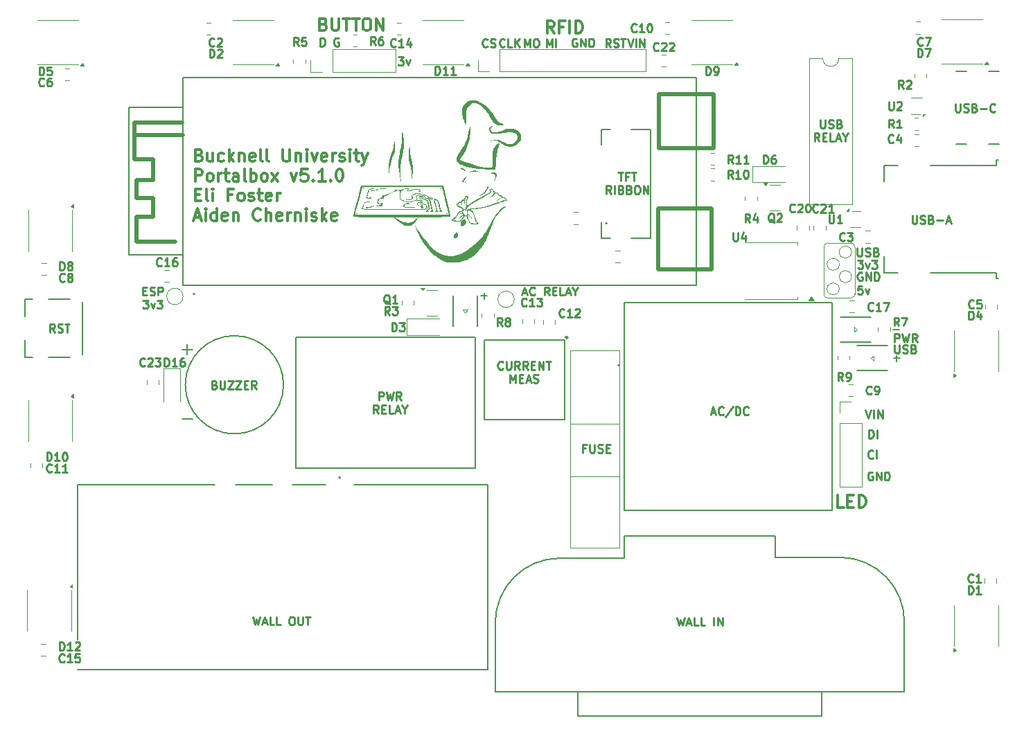
<source format=gbr>
%TF.GenerationSoftware,KiCad,Pcbnew,9.0.3-9.0.3-0~ubuntu24.04.1*%
%TF.CreationDate,2025-10-28T12:02:45-04:00*%
%TF.ProjectId,Portal Box 5.1,506f7274-616c-4204-926f-7820352e312e,rev?*%
%TF.SameCoordinates,PX54c81a0PY7eef1e0*%
%TF.FileFunction,Legend,Top*%
%TF.FilePolarity,Positive*%
%FSLAX46Y46*%
G04 Gerber Fmt 4.6, Leading zero omitted, Abs format (unit mm)*
G04 Created by KiCad (PCBNEW 9.0.3-9.0.3-0~ubuntu24.04.1) date 2025-10-28 12:02:45*
%MOMM*%
%LPD*%
G01*
G04 APERTURE LIST*
%ADD10C,0.250000*%
%ADD11C,0.300000*%
%ADD12C,0.150000*%
%ADD13C,0.200000*%
%ADD14C,0.127000*%
%ADD15C,0.120000*%
%ADD16C,0.100000*%
%ADD17C,0.500000*%
%ADD18C,0.000000*%
G04 APERTURE END LIST*
D10*
X89273996Y54685381D02*
X88940663Y55161572D01*
X88702568Y54685381D02*
X88702568Y55685381D01*
X88702568Y55685381D02*
X89083520Y55685381D01*
X89083520Y55685381D02*
X89178758Y55637762D01*
X89178758Y55637762D02*
X89226377Y55590143D01*
X89226377Y55590143D02*
X89273996Y55494905D01*
X89273996Y55494905D02*
X89273996Y55352048D01*
X89273996Y55352048D02*
X89226377Y55256810D01*
X89226377Y55256810D02*
X89178758Y55209191D01*
X89178758Y55209191D02*
X89083520Y55161572D01*
X89083520Y55161572D02*
X88702568Y55161572D01*
X90131139Y55352048D02*
X90131139Y54685381D01*
X89893044Y55733000D02*
X89654949Y55018715D01*
X89654949Y55018715D02*
X90273996Y55018715D01*
X106252568Y69410381D02*
X106252568Y68600858D01*
X106252568Y68600858D02*
X106300187Y68505620D01*
X106300187Y68505620D02*
X106347806Y68458000D01*
X106347806Y68458000D02*
X106443044Y68410381D01*
X106443044Y68410381D02*
X106633520Y68410381D01*
X106633520Y68410381D02*
X106728758Y68458000D01*
X106728758Y68458000D02*
X106776377Y68505620D01*
X106776377Y68505620D02*
X106823996Y68600858D01*
X106823996Y68600858D02*
X106823996Y69410381D01*
X107252568Y69315143D02*
X107300187Y69362762D01*
X107300187Y69362762D02*
X107395425Y69410381D01*
X107395425Y69410381D02*
X107633520Y69410381D01*
X107633520Y69410381D02*
X107728758Y69362762D01*
X107728758Y69362762D02*
X107776377Y69315143D01*
X107776377Y69315143D02*
X107823996Y69219905D01*
X107823996Y69219905D02*
X107823996Y69124667D01*
X107823996Y69124667D02*
X107776377Y68981810D01*
X107776377Y68981810D02*
X107204949Y68410381D01*
X107204949Y68410381D02*
X107823996Y68410381D01*
X106848996Y66235381D02*
X106515663Y66711572D01*
X106277568Y66235381D02*
X106277568Y67235381D01*
X106277568Y67235381D02*
X106658520Y67235381D01*
X106658520Y67235381D02*
X106753758Y67187762D01*
X106753758Y67187762D02*
X106801377Y67140143D01*
X106801377Y67140143D02*
X106848996Y67044905D01*
X106848996Y67044905D02*
X106848996Y66902048D01*
X106848996Y66902048D02*
X106801377Y66806810D01*
X106801377Y66806810D02*
X106753758Y66759191D01*
X106753758Y66759191D02*
X106658520Y66711572D01*
X106658520Y66711572D02*
X106277568Y66711572D01*
X107801377Y66235381D02*
X107229949Y66235381D01*
X107515663Y66235381D02*
X107515663Y67235381D01*
X107515663Y67235381D02*
X107420425Y67092524D01*
X107420425Y67092524D02*
X107325187Y66997286D01*
X107325187Y66997286D02*
X107229949Y66949667D01*
X3948996Y24205620D02*
X3901377Y24158000D01*
X3901377Y24158000D02*
X3758520Y24110381D01*
X3758520Y24110381D02*
X3663282Y24110381D01*
X3663282Y24110381D02*
X3520425Y24158000D01*
X3520425Y24158000D02*
X3425187Y24253239D01*
X3425187Y24253239D02*
X3377568Y24348477D01*
X3377568Y24348477D02*
X3329949Y24538953D01*
X3329949Y24538953D02*
X3329949Y24681810D01*
X3329949Y24681810D02*
X3377568Y24872286D01*
X3377568Y24872286D02*
X3425187Y24967524D01*
X3425187Y24967524D02*
X3520425Y25062762D01*
X3520425Y25062762D02*
X3663282Y25110381D01*
X3663282Y25110381D02*
X3758520Y25110381D01*
X3758520Y25110381D02*
X3901377Y25062762D01*
X3901377Y25062762D02*
X3948996Y25015143D01*
X4901377Y24110381D02*
X4329949Y24110381D01*
X4615663Y24110381D02*
X4615663Y25110381D01*
X4615663Y25110381D02*
X4520425Y24967524D01*
X4520425Y24967524D02*
X4425187Y24872286D01*
X4425187Y24872286D02*
X4329949Y24824667D01*
X5853758Y24110381D02*
X5282330Y24110381D01*
X5568044Y24110381D02*
X5568044Y25110381D01*
X5568044Y25110381D02*
X5472806Y24967524D01*
X5472806Y24967524D02*
X5377568Y24872286D01*
X5377568Y24872286D02*
X5282330Y24824667D01*
X66573996Y43180620D02*
X66526377Y43133000D01*
X66526377Y43133000D02*
X66383520Y43085381D01*
X66383520Y43085381D02*
X66288282Y43085381D01*
X66288282Y43085381D02*
X66145425Y43133000D01*
X66145425Y43133000D02*
X66050187Y43228239D01*
X66050187Y43228239D02*
X66002568Y43323477D01*
X66002568Y43323477D02*
X65954949Y43513953D01*
X65954949Y43513953D02*
X65954949Y43656810D01*
X65954949Y43656810D02*
X66002568Y43847286D01*
X66002568Y43847286D02*
X66050187Y43942524D01*
X66050187Y43942524D02*
X66145425Y44037762D01*
X66145425Y44037762D02*
X66288282Y44085381D01*
X66288282Y44085381D02*
X66383520Y44085381D01*
X66383520Y44085381D02*
X66526377Y44037762D01*
X66526377Y44037762D02*
X66573996Y43990143D01*
X67526377Y43085381D02*
X66954949Y43085381D01*
X67240663Y43085381D02*
X67240663Y44085381D01*
X67240663Y44085381D02*
X67145425Y43942524D01*
X67145425Y43942524D02*
X67050187Y43847286D01*
X67050187Y43847286D02*
X66954949Y43799667D01*
X67907330Y43990143D02*
X67954949Y44037762D01*
X67954949Y44037762D02*
X68050187Y44085381D01*
X68050187Y44085381D02*
X68288282Y44085381D01*
X68288282Y44085381D02*
X68383520Y44037762D01*
X68383520Y44037762D02*
X68431139Y43990143D01*
X68431139Y43990143D02*
X68478758Y43894905D01*
X68478758Y43894905D02*
X68478758Y43799667D01*
X68478758Y43799667D02*
X68431139Y43656810D01*
X68431139Y43656810D02*
X67859711Y43085381D01*
X67859711Y43085381D02*
X68478758Y43085381D01*
X87173996Y60035381D02*
X86840663Y60511572D01*
X86602568Y60035381D02*
X86602568Y61035381D01*
X86602568Y61035381D02*
X86983520Y61035381D01*
X86983520Y61035381D02*
X87078758Y60987762D01*
X87078758Y60987762D02*
X87126377Y60940143D01*
X87126377Y60940143D02*
X87173996Y60844905D01*
X87173996Y60844905D02*
X87173996Y60702048D01*
X87173996Y60702048D02*
X87126377Y60606810D01*
X87126377Y60606810D02*
X87078758Y60559191D01*
X87078758Y60559191D02*
X86983520Y60511572D01*
X86983520Y60511572D02*
X86602568Y60511572D01*
X88126377Y60035381D02*
X87554949Y60035381D01*
X87840663Y60035381D02*
X87840663Y61035381D01*
X87840663Y61035381D02*
X87745425Y60892524D01*
X87745425Y60892524D02*
X87650187Y60797286D01*
X87650187Y60797286D02*
X87554949Y60749667D01*
X88745425Y61035381D02*
X88840663Y61035381D01*
X88840663Y61035381D02*
X88935901Y60987762D01*
X88935901Y60987762D02*
X88983520Y60940143D01*
X88983520Y60940143D02*
X89031139Y60844905D01*
X89031139Y60844905D02*
X89078758Y60654429D01*
X89078758Y60654429D02*
X89078758Y60416334D01*
X89078758Y60416334D02*
X89031139Y60225858D01*
X89031139Y60225858D02*
X88983520Y60130620D01*
X88983520Y60130620D02*
X88935901Y60083000D01*
X88935901Y60083000D02*
X88840663Y60035381D01*
X88840663Y60035381D02*
X88745425Y60035381D01*
X88745425Y60035381D02*
X88650187Y60083000D01*
X88650187Y60083000D02*
X88602568Y60130620D01*
X88602568Y60130620D02*
X88554949Y60225858D01*
X88554949Y60225858D02*
X88507330Y60416334D01*
X88507330Y60416334D02*
X88507330Y60654429D01*
X88507330Y60654429D02*
X88554949Y60844905D01*
X88554949Y60844905D02*
X88602568Y60940143D01*
X88602568Y60940143D02*
X88650187Y60987762D01*
X88650187Y60987762D02*
X88745425Y61035381D01*
X104251377Y24087762D02*
X104156139Y24135381D01*
X104156139Y24135381D02*
X104013282Y24135381D01*
X104013282Y24135381D02*
X103870425Y24087762D01*
X103870425Y24087762D02*
X103775187Y23992524D01*
X103775187Y23992524D02*
X103727568Y23897286D01*
X103727568Y23897286D02*
X103679949Y23706810D01*
X103679949Y23706810D02*
X103679949Y23563953D01*
X103679949Y23563953D02*
X103727568Y23373477D01*
X103727568Y23373477D02*
X103775187Y23278239D01*
X103775187Y23278239D02*
X103870425Y23183000D01*
X103870425Y23183000D02*
X104013282Y23135381D01*
X104013282Y23135381D02*
X104108520Y23135381D01*
X104108520Y23135381D02*
X104251377Y23183000D01*
X104251377Y23183000D02*
X104298996Y23230620D01*
X104298996Y23230620D02*
X104298996Y23563953D01*
X104298996Y23563953D02*
X104108520Y23563953D01*
X104727568Y23135381D02*
X104727568Y24135381D01*
X104727568Y24135381D02*
X105298996Y23135381D01*
X105298996Y23135381D02*
X105298996Y24135381D01*
X105775187Y23135381D02*
X105775187Y24135381D01*
X105775187Y24135381D02*
X106013282Y24135381D01*
X106013282Y24135381D02*
X106156139Y24087762D01*
X106156139Y24087762D02*
X106251377Y23992524D01*
X106251377Y23992524D02*
X106298996Y23897286D01*
X106298996Y23897286D02*
X106346615Y23706810D01*
X106346615Y23706810D02*
X106346615Y23563953D01*
X106346615Y23563953D02*
X106298996Y23373477D01*
X106298996Y23373477D02*
X106251377Y23278239D01*
X106251377Y23278239D02*
X106156139Y23183000D01*
X106156139Y23183000D02*
X106013282Y23135381D01*
X106013282Y23135381D02*
X105775187Y23135381D01*
X5473996Y980620D02*
X5426377Y933000D01*
X5426377Y933000D02*
X5283520Y885381D01*
X5283520Y885381D02*
X5188282Y885381D01*
X5188282Y885381D02*
X5045425Y933000D01*
X5045425Y933000D02*
X4950187Y1028239D01*
X4950187Y1028239D02*
X4902568Y1123477D01*
X4902568Y1123477D02*
X4854949Y1313953D01*
X4854949Y1313953D02*
X4854949Y1456810D01*
X4854949Y1456810D02*
X4902568Y1647286D01*
X4902568Y1647286D02*
X4950187Y1742524D01*
X4950187Y1742524D02*
X5045425Y1837762D01*
X5045425Y1837762D02*
X5188282Y1885381D01*
X5188282Y1885381D02*
X5283520Y1885381D01*
X5283520Y1885381D02*
X5426377Y1837762D01*
X5426377Y1837762D02*
X5473996Y1790143D01*
X6426377Y885381D02*
X5854949Y885381D01*
X6140663Y885381D02*
X6140663Y1885381D01*
X6140663Y1885381D02*
X6045425Y1742524D01*
X6045425Y1742524D02*
X5950187Y1647286D01*
X5950187Y1647286D02*
X5854949Y1599667D01*
X7331139Y1885381D02*
X6854949Y1885381D01*
X6854949Y1885381D02*
X6807330Y1409191D01*
X6807330Y1409191D02*
X6854949Y1456810D01*
X6854949Y1456810D02*
X6950187Y1504429D01*
X6950187Y1504429D02*
X7188282Y1504429D01*
X7188282Y1504429D02*
X7283520Y1456810D01*
X7283520Y1456810D02*
X7331139Y1409191D01*
X7331139Y1409191D02*
X7378758Y1313953D01*
X7378758Y1313953D02*
X7378758Y1075858D01*
X7378758Y1075858D02*
X7331139Y980620D01*
X7331139Y980620D02*
X7283520Y933000D01*
X7283520Y933000D02*
X7188282Y885381D01*
X7188282Y885381D02*
X6950187Y885381D01*
X6950187Y885381D02*
X6854949Y933000D01*
X6854949Y933000D02*
X6807330Y980620D01*
X23252568Y74835381D02*
X23252568Y75835381D01*
X23252568Y75835381D02*
X23490663Y75835381D01*
X23490663Y75835381D02*
X23633520Y75787762D01*
X23633520Y75787762D02*
X23728758Y75692524D01*
X23728758Y75692524D02*
X23776377Y75597286D01*
X23776377Y75597286D02*
X23823996Y75406810D01*
X23823996Y75406810D02*
X23823996Y75263953D01*
X23823996Y75263953D02*
X23776377Y75073477D01*
X23776377Y75073477D02*
X23728758Y74978239D01*
X23728758Y74978239D02*
X23633520Y74883000D01*
X23633520Y74883000D02*
X23490663Y74835381D01*
X23490663Y74835381D02*
X23252568Y74835381D01*
X24204949Y75740143D02*
X24252568Y75787762D01*
X24252568Y75787762D02*
X24347806Y75835381D01*
X24347806Y75835381D02*
X24585901Y75835381D01*
X24585901Y75835381D02*
X24681139Y75787762D01*
X24681139Y75787762D02*
X24728758Y75740143D01*
X24728758Y75740143D02*
X24776377Y75644905D01*
X24776377Y75644905D02*
X24776377Y75549667D01*
X24776377Y75549667D02*
X24728758Y75406810D01*
X24728758Y75406810D02*
X24157330Y74835381D01*
X24157330Y74835381D02*
X24776377Y74835381D01*
X109777568Y74885381D02*
X109777568Y75885381D01*
X109777568Y75885381D02*
X110015663Y75885381D01*
X110015663Y75885381D02*
X110158520Y75837762D01*
X110158520Y75837762D02*
X110253758Y75742524D01*
X110253758Y75742524D02*
X110301377Y75647286D01*
X110301377Y75647286D02*
X110348996Y75456810D01*
X110348996Y75456810D02*
X110348996Y75313953D01*
X110348996Y75313953D02*
X110301377Y75123477D01*
X110301377Y75123477D02*
X110253758Y75028239D01*
X110253758Y75028239D02*
X110158520Y74933000D01*
X110158520Y74933000D02*
X110015663Y74885381D01*
X110015663Y74885381D02*
X109777568Y74885381D01*
X110682330Y75885381D02*
X111348996Y75885381D01*
X111348996Y75885381D02*
X110920425Y74885381D01*
X73179762Y60745325D02*
X73751190Y60745325D01*
X73465476Y59745325D02*
X73465476Y60745325D01*
X74417857Y60269135D02*
X74084524Y60269135D01*
X74084524Y59745325D02*
X74084524Y60745325D01*
X74084524Y60745325D02*
X74560714Y60745325D01*
X74798810Y60745325D02*
X75370238Y60745325D01*
X75084524Y59745325D02*
X75084524Y60745325D01*
X72298809Y58135381D02*
X71965476Y58611572D01*
X71727381Y58135381D02*
X71727381Y59135381D01*
X71727381Y59135381D02*
X72108333Y59135381D01*
X72108333Y59135381D02*
X72203571Y59087762D01*
X72203571Y59087762D02*
X72251190Y59040143D01*
X72251190Y59040143D02*
X72298809Y58944905D01*
X72298809Y58944905D02*
X72298809Y58802048D01*
X72298809Y58802048D02*
X72251190Y58706810D01*
X72251190Y58706810D02*
X72203571Y58659191D01*
X72203571Y58659191D02*
X72108333Y58611572D01*
X72108333Y58611572D02*
X71727381Y58611572D01*
X72727381Y58135381D02*
X72727381Y59135381D01*
X73536904Y58659191D02*
X73679761Y58611572D01*
X73679761Y58611572D02*
X73727380Y58563953D01*
X73727380Y58563953D02*
X73774999Y58468715D01*
X73774999Y58468715D02*
X73774999Y58325858D01*
X73774999Y58325858D02*
X73727380Y58230620D01*
X73727380Y58230620D02*
X73679761Y58183000D01*
X73679761Y58183000D02*
X73584523Y58135381D01*
X73584523Y58135381D02*
X73203571Y58135381D01*
X73203571Y58135381D02*
X73203571Y59135381D01*
X73203571Y59135381D02*
X73536904Y59135381D01*
X73536904Y59135381D02*
X73632142Y59087762D01*
X73632142Y59087762D02*
X73679761Y59040143D01*
X73679761Y59040143D02*
X73727380Y58944905D01*
X73727380Y58944905D02*
X73727380Y58849667D01*
X73727380Y58849667D02*
X73679761Y58754429D01*
X73679761Y58754429D02*
X73632142Y58706810D01*
X73632142Y58706810D02*
X73536904Y58659191D01*
X73536904Y58659191D02*
X73203571Y58659191D01*
X74536904Y58659191D02*
X74679761Y58611572D01*
X74679761Y58611572D02*
X74727380Y58563953D01*
X74727380Y58563953D02*
X74774999Y58468715D01*
X74774999Y58468715D02*
X74774999Y58325858D01*
X74774999Y58325858D02*
X74727380Y58230620D01*
X74727380Y58230620D02*
X74679761Y58183000D01*
X74679761Y58183000D02*
X74584523Y58135381D01*
X74584523Y58135381D02*
X74203571Y58135381D01*
X74203571Y58135381D02*
X74203571Y59135381D01*
X74203571Y59135381D02*
X74536904Y59135381D01*
X74536904Y59135381D02*
X74632142Y59087762D01*
X74632142Y59087762D02*
X74679761Y59040143D01*
X74679761Y59040143D02*
X74727380Y58944905D01*
X74727380Y58944905D02*
X74727380Y58849667D01*
X74727380Y58849667D02*
X74679761Y58754429D01*
X74679761Y58754429D02*
X74632142Y58706810D01*
X74632142Y58706810D02*
X74536904Y58659191D01*
X74536904Y58659191D02*
X74203571Y58659191D01*
X75394047Y59135381D02*
X75584523Y59135381D01*
X75584523Y59135381D02*
X75679761Y59087762D01*
X75679761Y59087762D02*
X75774999Y58992524D01*
X75774999Y58992524D02*
X75822618Y58802048D01*
X75822618Y58802048D02*
X75822618Y58468715D01*
X75822618Y58468715D02*
X75774999Y58278239D01*
X75774999Y58278239D02*
X75679761Y58183000D01*
X75679761Y58183000D02*
X75584523Y58135381D01*
X75584523Y58135381D02*
X75394047Y58135381D01*
X75394047Y58135381D02*
X75298809Y58183000D01*
X75298809Y58183000D02*
X75203571Y58278239D01*
X75203571Y58278239D02*
X75155952Y58468715D01*
X75155952Y58468715D02*
X75155952Y58802048D01*
X75155952Y58802048D02*
X75203571Y58992524D01*
X75203571Y58992524D02*
X75298809Y59087762D01*
X75298809Y59087762D02*
X75394047Y59135381D01*
X76251190Y58135381D02*
X76251190Y59135381D01*
X76251190Y59135381D02*
X76822618Y58135381D01*
X76822618Y58135381D02*
X76822618Y59135381D01*
X61973996Y44480620D02*
X61926377Y44433000D01*
X61926377Y44433000D02*
X61783520Y44385381D01*
X61783520Y44385381D02*
X61688282Y44385381D01*
X61688282Y44385381D02*
X61545425Y44433000D01*
X61545425Y44433000D02*
X61450187Y44528239D01*
X61450187Y44528239D02*
X61402568Y44623477D01*
X61402568Y44623477D02*
X61354949Y44813953D01*
X61354949Y44813953D02*
X61354949Y44956810D01*
X61354949Y44956810D02*
X61402568Y45147286D01*
X61402568Y45147286D02*
X61450187Y45242524D01*
X61450187Y45242524D02*
X61545425Y45337762D01*
X61545425Y45337762D02*
X61688282Y45385381D01*
X61688282Y45385381D02*
X61783520Y45385381D01*
X61783520Y45385381D02*
X61926377Y45337762D01*
X61926377Y45337762D02*
X61973996Y45290143D01*
X62926377Y44385381D02*
X62354949Y44385381D01*
X62640663Y44385381D02*
X62640663Y45385381D01*
X62640663Y45385381D02*
X62545425Y45242524D01*
X62545425Y45242524D02*
X62450187Y45147286D01*
X62450187Y45147286D02*
X62354949Y45099667D01*
X63259711Y45385381D02*
X63878758Y45385381D01*
X63878758Y45385381D02*
X63545425Y45004429D01*
X63545425Y45004429D02*
X63688282Y45004429D01*
X63688282Y45004429D02*
X63783520Y44956810D01*
X63783520Y44956810D02*
X63831139Y44909191D01*
X63831139Y44909191D02*
X63878758Y44813953D01*
X63878758Y44813953D02*
X63878758Y44575858D01*
X63878758Y44575858D02*
X63831139Y44480620D01*
X63831139Y44480620D02*
X63783520Y44433000D01*
X63783520Y44433000D02*
X63688282Y44385381D01*
X63688282Y44385381D02*
X63402568Y44385381D01*
X63402568Y44385381D02*
X63307330Y44433000D01*
X63307330Y44433000D02*
X63259711Y44480620D01*
X104123996Y33730620D02*
X104076377Y33683000D01*
X104076377Y33683000D02*
X103933520Y33635381D01*
X103933520Y33635381D02*
X103838282Y33635381D01*
X103838282Y33635381D02*
X103695425Y33683000D01*
X103695425Y33683000D02*
X103600187Y33778239D01*
X103600187Y33778239D02*
X103552568Y33873477D01*
X103552568Y33873477D02*
X103504949Y34063953D01*
X103504949Y34063953D02*
X103504949Y34206810D01*
X103504949Y34206810D02*
X103552568Y34397286D01*
X103552568Y34397286D02*
X103600187Y34492524D01*
X103600187Y34492524D02*
X103695425Y34587762D01*
X103695425Y34587762D02*
X103838282Y34635381D01*
X103838282Y34635381D02*
X103933520Y34635381D01*
X103933520Y34635381D02*
X104076377Y34587762D01*
X104076377Y34587762D02*
X104123996Y34540143D01*
X104600187Y33635381D02*
X104790663Y33635381D01*
X104790663Y33635381D02*
X104885901Y33683000D01*
X104885901Y33683000D02*
X104933520Y33730620D01*
X104933520Y33730620D02*
X105028758Y33873477D01*
X105028758Y33873477D02*
X105076377Y34063953D01*
X105076377Y34063953D02*
X105076377Y34444905D01*
X105076377Y34444905D02*
X105028758Y34540143D01*
X105028758Y34540143D02*
X104981139Y34587762D01*
X104981139Y34587762D02*
X104885901Y34635381D01*
X104885901Y34635381D02*
X104695425Y34635381D01*
X104695425Y34635381D02*
X104600187Y34587762D01*
X104600187Y34587762D02*
X104552568Y34540143D01*
X104552568Y34540143D02*
X104504949Y34444905D01*
X104504949Y34444905D02*
X104504949Y34206810D01*
X104504949Y34206810D02*
X104552568Y34111572D01*
X104552568Y34111572D02*
X104600187Y34063953D01*
X104600187Y34063953D02*
X104695425Y34016334D01*
X104695425Y34016334D02*
X104885901Y34016334D01*
X104885901Y34016334D02*
X104981139Y34063953D01*
X104981139Y34063953D02*
X105028758Y34111572D01*
X105028758Y34111572D02*
X105076377Y34206810D01*
X17727568Y37060381D02*
X17727568Y38060381D01*
X17727568Y38060381D02*
X17965663Y38060381D01*
X17965663Y38060381D02*
X18108520Y38012762D01*
X18108520Y38012762D02*
X18203758Y37917524D01*
X18203758Y37917524D02*
X18251377Y37822286D01*
X18251377Y37822286D02*
X18298996Y37631810D01*
X18298996Y37631810D02*
X18298996Y37488953D01*
X18298996Y37488953D02*
X18251377Y37298477D01*
X18251377Y37298477D02*
X18203758Y37203239D01*
X18203758Y37203239D02*
X18108520Y37108000D01*
X18108520Y37108000D02*
X17965663Y37060381D01*
X17965663Y37060381D02*
X17727568Y37060381D01*
X19251377Y37060381D02*
X18679949Y37060381D01*
X18965663Y37060381D02*
X18965663Y38060381D01*
X18965663Y38060381D02*
X18870425Y37917524D01*
X18870425Y37917524D02*
X18775187Y37822286D01*
X18775187Y37822286D02*
X18679949Y37774667D01*
X20108520Y38060381D02*
X19918044Y38060381D01*
X19918044Y38060381D02*
X19822806Y38012762D01*
X19822806Y38012762D02*
X19775187Y37965143D01*
X19775187Y37965143D02*
X19679949Y37822286D01*
X19679949Y37822286D02*
X19632330Y37631810D01*
X19632330Y37631810D02*
X19632330Y37250858D01*
X19632330Y37250858D02*
X19679949Y37155620D01*
X19679949Y37155620D02*
X19727568Y37108000D01*
X19727568Y37108000D02*
X19822806Y37060381D01*
X19822806Y37060381D02*
X20013282Y37060381D01*
X20013282Y37060381D02*
X20108520Y37108000D01*
X20108520Y37108000D02*
X20156139Y37155620D01*
X20156139Y37155620D02*
X20203758Y37250858D01*
X20203758Y37250858D02*
X20203758Y37488953D01*
X20203758Y37488953D02*
X20156139Y37584191D01*
X20156139Y37584191D02*
X20108520Y37631810D01*
X20108520Y37631810D02*
X20013282Y37679429D01*
X20013282Y37679429D02*
X19822806Y37679429D01*
X19822806Y37679429D02*
X19727568Y37631810D01*
X19727568Y37631810D02*
X19679949Y37584191D01*
X19679949Y37584191D02*
X19632330Y37488953D01*
X98952568Y55560381D02*
X98952568Y54750858D01*
X98952568Y54750858D02*
X99000187Y54655620D01*
X99000187Y54655620D02*
X99047806Y54608000D01*
X99047806Y54608000D02*
X99143044Y54560381D01*
X99143044Y54560381D02*
X99333520Y54560381D01*
X99333520Y54560381D02*
X99428758Y54608000D01*
X99428758Y54608000D02*
X99476377Y54655620D01*
X99476377Y54655620D02*
X99523996Y54750858D01*
X99523996Y54750858D02*
X99523996Y55560381D01*
X100523996Y54560381D02*
X99952568Y54560381D01*
X100238282Y54560381D02*
X100238282Y55560381D01*
X100238282Y55560381D02*
X100143044Y55417524D01*
X100143044Y55417524D02*
X100047806Y55322286D01*
X100047806Y55322286D02*
X99952568Y55274667D01*
X94748996Y56005620D02*
X94701377Y55958000D01*
X94701377Y55958000D02*
X94558520Y55910381D01*
X94558520Y55910381D02*
X94463282Y55910381D01*
X94463282Y55910381D02*
X94320425Y55958000D01*
X94320425Y55958000D02*
X94225187Y56053239D01*
X94225187Y56053239D02*
X94177568Y56148477D01*
X94177568Y56148477D02*
X94129949Y56338953D01*
X94129949Y56338953D02*
X94129949Y56481810D01*
X94129949Y56481810D02*
X94177568Y56672286D01*
X94177568Y56672286D02*
X94225187Y56767524D01*
X94225187Y56767524D02*
X94320425Y56862762D01*
X94320425Y56862762D02*
X94463282Y56910381D01*
X94463282Y56910381D02*
X94558520Y56910381D01*
X94558520Y56910381D02*
X94701377Y56862762D01*
X94701377Y56862762D02*
X94748996Y56815143D01*
X95129949Y56815143D02*
X95177568Y56862762D01*
X95177568Y56862762D02*
X95272806Y56910381D01*
X95272806Y56910381D02*
X95510901Y56910381D01*
X95510901Y56910381D02*
X95606139Y56862762D01*
X95606139Y56862762D02*
X95653758Y56815143D01*
X95653758Y56815143D02*
X95701377Y56719905D01*
X95701377Y56719905D02*
X95701377Y56624667D01*
X95701377Y56624667D02*
X95653758Y56481810D01*
X95653758Y56481810D02*
X95082330Y55910381D01*
X95082330Y55910381D02*
X95701377Y55910381D01*
X96320425Y56910381D02*
X96415663Y56910381D01*
X96415663Y56910381D02*
X96510901Y56862762D01*
X96510901Y56862762D02*
X96558520Y56815143D01*
X96558520Y56815143D02*
X96606139Y56719905D01*
X96606139Y56719905D02*
X96653758Y56529429D01*
X96653758Y56529429D02*
X96653758Y56291334D01*
X96653758Y56291334D02*
X96606139Y56100858D01*
X96606139Y56100858D02*
X96558520Y56005620D01*
X96558520Y56005620D02*
X96510901Y55958000D01*
X96510901Y55958000D02*
X96415663Y55910381D01*
X96415663Y55910381D02*
X96320425Y55910381D01*
X96320425Y55910381D02*
X96225187Y55958000D01*
X96225187Y55958000D02*
X96177568Y56005620D01*
X96177568Y56005620D02*
X96129949Y56100858D01*
X96129949Y56100858D02*
X96082330Y56291334D01*
X96082330Y56291334D02*
X96082330Y56529429D01*
X96082330Y56529429D02*
X96129949Y56719905D01*
X96129949Y56719905D02*
X96177568Y56815143D01*
X96177568Y56815143D02*
X96225187Y56862762D01*
X96225187Y56862762D02*
X96320425Y56910381D01*
X59298996Y76180620D02*
X59251377Y76133000D01*
X59251377Y76133000D02*
X59108520Y76085381D01*
X59108520Y76085381D02*
X59013282Y76085381D01*
X59013282Y76085381D02*
X58870425Y76133000D01*
X58870425Y76133000D02*
X58775187Y76228239D01*
X58775187Y76228239D02*
X58727568Y76323477D01*
X58727568Y76323477D02*
X58679949Y76513953D01*
X58679949Y76513953D02*
X58679949Y76656810D01*
X58679949Y76656810D02*
X58727568Y76847286D01*
X58727568Y76847286D02*
X58775187Y76942524D01*
X58775187Y76942524D02*
X58870425Y77037762D01*
X58870425Y77037762D02*
X59013282Y77085381D01*
X59013282Y77085381D02*
X59108520Y77085381D01*
X59108520Y77085381D02*
X59251377Y77037762D01*
X59251377Y77037762D02*
X59298996Y76990143D01*
X60203758Y76085381D02*
X59727568Y76085381D01*
X59727568Y76085381D02*
X59727568Y77085381D01*
X60537092Y76085381D02*
X60537092Y77085381D01*
X61108520Y76085381D02*
X60679949Y76656810D01*
X61108520Y77085381D02*
X60537092Y76513953D01*
X103409711Y31735381D02*
X103743044Y30735381D01*
X103743044Y30735381D02*
X104076377Y31735381D01*
X104409711Y30735381D02*
X104409711Y31735381D01*
X104885901Y30735381D02*
X104885901Y31735381D01*
X104885901Y31735381D02*
X105457329Y30735381D01*
X105457329Y30735381D02*
X105457329Y31735381D01*
X74334711Y77085381D02*
X74668044Y76085381D01*
X74668044Y76085381D02*
X75001377Y77085381D01*
X75334711Y76085381D02*
X75334711Y77085381D01*
X75810901Y76085381D02*
X75810901Y77085381D01*
X75810901Y77085381D02*
X76382329Y76085381D01*
X76382329Y76085381D02*
X76382329Y77085381D01*
X100848996Y52480620D02*
X100801377Y52433000D01*
X100801377Y52433000D02*
X100658520Y52385381D01*
X100658520Y52385381D02*
X100563282Y52385381D01*
X100563282Y52385381D02*
X100420425Y52433000D01*
X100420425Y52433000D02*
X100325187Y52528239D01*
X100325187Y52528239D02*
X100277568Y52623477D01*
X100277568Y52623477D02*
X100229949Y52813953D01*
X100229949Y52813953D02*
X100229949Y52956810D01*
X100229949Y52956810D02*
X100277568Y53147286D01*
X100277568Y53147286D02*
X100325187Y53242524D01*
X100325187Y53242524D02*
X100420425Y53337762D01*
X100420425Y53337762D02*
X100563282Y53385381D01*
X100563282Y53385381D02*
X100658520Y53385381D01*
X100658520Y53385381D02*
X100801377Y53337762D01*
X100801377Y53337762D02*
X100848996Y53290143D01*
X101182330Y53385381D02*
X101801377Y53385381D01*
X101801377Y53385381D02*
X101468044Y53004429D01*
X101468044Y53004429D02*
X101610901Y53004429D01*
X101610901Y53004429D02*
X101706139Y52956810D01*
X101706139Y52956810D02*
X101753758Y52909191D01*
X101753758Y52909191D02*
X101801377Y52813953D01*
X101801377Y52813953D02*
X101801377Y52575858D01*
X101801377Y52575858D02*
X101753758Y52480620D01*
X101753758Y52480620D02*
X101706139Y52433000D01*
X101706139Y52433000D02*
X101610901Y52385381D01*
X101610901Y52385381D02*
X101325187Y52385381D01*
X101325187Y52385381D02*
X101229949Y52433000D01*
X101229949Y52433000D02*
X101182330Y52480620D01*
X80382330Y6360381D02*
X80620425Y5360381D01*
X80620425Y5360381D02*
X80810901Y6074667D01*
X80810901Y6074667D02*
X81001377Y5360381D01*
X81001377Y5360381D02*
X81239473Y6360381D01*
X81572806Y5646096D02*
X82048996Y5646096D01*
X81477568Y5360381D02*
X81810901Y6360381D01*
X81810901Y6360381D02*
X82144234Y5360381D01*
X82953758Y5360381D02*
X82477568Y5360381D01*
X82477568Y5360381D02*
X82477568Y6360381D01*
X83763282Y5360381D02*
X83287092Y5360381D01*
X83287092Y5360381D02*
X83287092Y6360381D01*
X84858521Y5360381D02*
X84858521Y6360381D01*
X85334711Y5360381D02*
X85334711Y6360381D01*
X85334711Y6360381D02*
X85906139Y5360381D01*
X85906139Y5360381D02*
X85906139Y6360381D01*
X114402568Y69160381D02*
X114402568Y68350858D01*
X114402568Y68350858D02*
X114450187Y68255620D01*
X114450187Y68255620D02*
X114497806Y68208000D01*
X114497806Y68208000D02*
X114593044Y68160381D01*
X114593044Y68160381D02*
X114783520Y68160381D01*
X114783520Y68160381D02*
X114878758Y68208000D01*
X114878758Y68208000D02*
X114926377Y68255620D01*
X114926377Y68255620D02*
X114973996Y68350858D01*
X114973996Y68350858D02*
X114973996Y69160381D01*
X115402568Y68208000D02*
X115545425Y68160381D01*
X115545425Y68160381D02*
X115783520Y68160381D01*
X115783520Y68160381D02*
X115878758Y68208000D01*
X115878758Y68208000D02*
X115926377Y68255620D01*
X115926377Y68255620D02*
X115973996Y68350858D01*
X115973996Y68350858D02*
X115973996Y68446096D01*
X115973996Y68446096D02*
X115926377Y68541334D01*
X115926377Y68541334D02*
X115878758Y68588953D01*
X115878758Y68588953D02*
X115783520Y68636572D01*
X115783520Y68636572D02*
X115593044Y68684191D01*
X115593044Y68684191D02*
X115497806Y68731810D01*
X115497806Y68731810D02*
X115450187Y68779429D01*
X115450187Y68779429D02*
X115402568Y68874667D01*
X115402568Y68874667D02*
X115402568Y68969905D01*
X115402568Y68969905D02*
X115450187Y69065143D01*
X115450187Y69065143D02*
X115497806Y69112762D01*
X115497806Y69112762D02*
X115593044Y69160381D01*
X115593044Y69160381D02*
X115831139Y69160381D01*
X115831139Y69160381D02*
X115973996Y69112762D01*
X116735901Y68684191D02*
X116878758Y68636572D01*
X116878758Y68636572D02*
X116926377Y68588953D01*
X116926377Y68588953D02*
X116973996Y68493715D01*
X116973996Y68493715D02*
X116973996Y68350858D01*
X116973996Y68350858D02*
X116926377Y68255620D01*
X116926377Y68255620D02*
X116878758Y68208000D01*
X116878758Y68208000D02*
X116783520Y68160381D01*
X116783520Y68160381D02*
X116402568Y68160381D01*
X116402568Y68160381D02*
X116402568Y69160381D01*
X116402568Y69160381D02*
X116735901Y69160381D01*
X116735901Y69160381D02*
X116831139Y69112762D01*
X116831139Y69112762D02*
X116878758Y69065143D01*
X116878758Y69065143D02*
X116926377Y68969905D01*
X116926377Y68969905D02*
X116926377Y68874667D01*
X116926377Y68874667D02*
X116878758Y68779429D01*
X116878758Y68779429D02*
X116831139Y68731810D01*
X116831139Y68731810D02*
X116735901Y68684191D01*
X116735901Y68684191D02*
X116402568Y68684191D01*
X117402568Y68541334D02*
X118164473Y68541334D01*
X119212091Y68255620D02*
X119164472Y68208000D01*
X119164472Y68208000D02*
X119021615Y68160381D01*
X119021615Y68160381D02*
X118926377Y68160381D01*
X118926377Y68160381D02*
X118783520Y68208000D01*
X118783520Y68208000D02*
X118688282Y68303239D01*
X118688282Y68303239D02*
X118640663Y68398477D01*
X118640663Y68398477D02*
X118593044Y68588953D01*
X118593044Y68588953D02*
X118593044Y68731810D01*
X118593044Y68731810D02*
X118640663Y68922286D01*
X118640663Y68922286D02*
X118688282Y69017524D01*
X118688282Y69017524D02*
X118783520Y69112762D01*
X118783520Y69112762D02*
X118926377Y69160381D01*
X118926377Y69160381D02*
X119021615Y69160381D01*
X119021615Y69160381D02*
X119164472Y69112762D01*
X119164472Y69112762D02*
X119212091Y69065143D01*
X4952568Y48810381D02*
X4952568Y49810381D01*
X4952568Y49810381D02*
X5190663Y49810381D01*
X5190663Y49810381D02*
X5333520Y49762762D01*
X5333520Y49762762D02*
X5428758Y49667524D01*
X5428758Y49667524D02*
X5476377Y49572286D01*
X5476377Y49572286D02*
X5523996Y49381810D01*
X5523996Y49381810D02*
X5523996Y49238953D01*
X5523996Y49238953D02*
X5476377Y49048477D01*
X5476377Y49048477D02*
X5428758Y48953239D01*
X5428758Y48953239D02*
X5333520Y48858000D01*
X5333520Y48858000D02*
X5190663Y48810381D01*
X5190663Y48810381D02*
X4952568Y48810381D01*
X6095425Y49381810D02*
X6000187Y49429429D01*
X6000187Y49429429D02*
X5952568Y49477048D01*
X5952568Y49477048D02*
X5904949Y49572286D01*
X5904949Y49572286D02*
X5904949Y49619905D01*
X5904949Y49619905D02*
X5952568Y49715143D01*
X5952568Y49715143D02*
X6000187Y49762762D01*
X6000187Y49762762D02*
X6095425Y49810381D01*
X6095425Y49810381D02*
X6285901Y49810381D01*
X6285901Y49810381D02*
X6381139Y49762762D01*
X6381139Y49762762D02*
X6428758Y49715143D01*
X6428758Y49715143D02*
X6476377Y49619905D01*
X6476377Y49619905D02*
X6476377Y49572286D01*
X6476377Y49572286D02*
X6428758Y49477048D01*
X6428758Y49477048D02*
X6381139Y49429429D01*
X6381139Y49429429D02*
X6285901Y49381810D01*
X6285901Y49381810D02*
X6095425Y49381810D01*
X6095425Y49381810D02*
X6000187Y49334191D01*
X6000187Y49334191D02*
X5952568Y49286572D01*
X5952568Y49286572D02*
X5904949Y49191334D01*
X5904949Y49191334D02*
X5904949Y49000858D01*
X5904949Y49000858D02*
X5952568Y48905620D01*
X5952568Y48905620D02*
X6000187Y48858000D01*
X6000187Y48858000D02*
X6095425Y48810381D01*
X6095425Y48810381D02*
X6285901Y48810381D01*
X6285901Y48810381D02*
X6381139Y48858000D01*
X6381139Y48858000D02*
X6428758Y48905620D01*
X6428758Y48905620D02*
X6476377Y49000858D01*
X6476377Y49000858D02*
X6476377Y49191334D01*
X6476377Y49191334D02*
X6428758Y49286572D01*
X6428758Y49286572D02*
X6381139Y49334191D01*
X6381139Y49334191D02*
X6285901Y49381810D01*
X103802568Y28285381D02*
X103802568Y29285381D01*
X103802568Y29285381D02*
X104040663Y29285381D01*
X104040663Y29285381D02*
X104183520Y29237762D01*
X104183520Y29237762D02*
X104278758Y29142524D01*
X104278758Y29142524D02*
X104326377Y29047286D01*
X104326377Y29047286D02*
X104373996Y28856810D01*
X104373996Y28856810D02*
X104373996Y28713953D01*
X104373996Y28713953D02*
X104326377Y28523477D01*
X104326377Y28523477D02*
X104278758Y28428239D01*
X104278758Y28428239D02*
X104183520Y28333000D01*
X104183520Y28333000D02*
X104040663Y28285381D01*
X104040663Y28285381D02*
X103802568Y28285381D01*
X104802568Y28285381D02*
X104802568Y29285381D01*
X108023996Y71010381D02*
X107690663Y71486572D01*
X107452568Y71010381D02*
X107452568Y72010381D01*
X107452568Y72010381D02*
X107833520Y72010381D01*
X107833520Y72010381D02*
X107928758Y71962762D01*
X107928758Y71962762D02*
X107976377Y71915143D01*
X107976377Y71915143D02*
X108023996Y71819905D01*
X108023996Y71819905D02*
X108023996Y71677048D01*
X108023996Y71677048D02*
X107976377Y71581810D01*
X107976377Y71581810D02*
X107928758Y71534191D01*
X107928758Y71534191D02*
X107833520Y71486572D01*
X107833520Y71486572D02*
X107452568Y71486572D01*
X108404949Y71915143D02*
X108452568Y71962762D01*
X108452568Y71962762D02*
X108547806Y72010381D01*
X108547806Y72010381D02*
X108785901Y72010381D01*
X108785901Y72010381D02*
X108881139Y71962762D01*
X108881139Y71962762D02*
X108928758Y71915143D01*
X108928758Y71915143D02*
X108976377Y71819905D01*
X108976377Y71819905D02*
X108976377Y71724667D01*
X108976377Y71724667D02*
X108928758Y71581810D01*
X108928758Y71581810D02*
X108357330Y71010381D01*
X108357330Y71010381D02*
X108976377Y71010381D01*
X107473996Y42010381D02*
X107140663Y42486572D01*
X106902568Y42010381D02*
X106902568Y43010381D01*
X106902568Y43010381D02*
X107283520Y43010381D01*
X107283520Y43010381D02*
X107378758Y42962762D01*
X107378758Y42962762D02*
X107426377Y42915143D01*
X107426377Y42915143D02*
X107473996Y42819905D01*
X107473996Y42819905D02*
X107473996Y42677048D01*
X107473996Y42677048D02*
X107426377Y42581810D01*
X107426377Y42581810D02*
X107378758Y42534191D01*
X107378758Y42534191D02*
X107283520Y42486572D01*
X107283520Y42486572D02*
X106902568Y42486572D01*
X107807330Y43010381D02*
X108473996Y43010381D01*
X108473996Y43010381D02*
X108045425Y42010381D01*
X97573996Y55980620D02*
X97526377Y55933000D01*
X97526377Y55933000D02*
X97383520Y55885381D01*
X97383520Y55885381D02*
X97288282Y55885381D01*
X97288282Y55885381D02*
X97145425Y55933000D01*
X97145425Y55933000D02*
X97050187Y56028239D01*
X97050187Y56028239D02*
X97002568Y56123477D01*
X97002568Y56123477D02*
X96954949Y56313953D01*
X96954949Y56313953D02*
X96954949Y56456810D01*
X96954949Y56456810D02*
X97002568Y56647286D01*
X97002568Y56647286D02*
X97050187Y56742524D01*
X97050187Y56742524D02*
X97145425Y56837762D01*
X97145425Y56837762D02*
X97288282Y56885381D01*
X97288282Y56885381D02*
X97383520Y56885381D01*
X97383520Y56885381D02*
X97526377Y56837762D01*
X97526377Y56837762D02*
X97573996Y56790143D01*
X97954949Y56790143D02*
X98002568Y56837762D01*
X98002568Y56837762D02*
X98097806Y56885381D01*
X98097806Y56885381D02*
X98335901Y56885381D01*
X98335901Y56885381D02*
X98431139Y56837762D01*
X98431139Y56837762D02*
X98478758Y56790143D01*
X98478758Y56790143D02*
X98526377Y56694905D01*
X98526377Y56694905D02*
X98526377Y56599667D01*
X98526377Y56599667D02*
X98478758Y56456810D01*
X98478758Y56456810D02*
X97907330Y55885381D01*
X97907330Y55885381D02*
X98526377Y55885381D01*
X99478758Y55885381D02*
X98907330Y55885381D01*
X99193044Y55885381D02*
X99193044Y56885381D01*
X99193044Y56885381D02*
X99097806Y56742524D01*
X99097806Y56742524D02*
X99002568Y56647286D01*
X99002568Y56647286D02*
X98907330Y56599667D01*
X106798996Y64480620D02*
X106751377Y64433000D01*
X106751377Y64433000D02*
X106608520Y64385381D01*
X106608520Y64385381D02*
X106513282Y64385381D01*
X106513282Y64385381D02*
X106370425Y64433000D01*
X106370425Y64433000D02*
X106275187Y64528239D01*
X106275187Y64528239D02*
X106227568Y64623477D01*
X106227568Y64623477D02*
X106179949Y64813953D01*
X106179949Y64813953D02*
X106179949Y64956810D01*
X106179949Y64956810D02*
X106227568Y65147286D01*
X106227568Y65147286D02*
X106275187Y65242524D01*
X106275187Y65242524D02*
X106370425Y65337762D01*
X106370425Y65337762D02*
X106513282Y65385381D01*
X106513282Y65385381D02*
X106608520Y65385381D01*
X106608520Y65385381D02*
X106751377Y65337762D01*
X106751377Y65337762D02*
X106798996Y65290143D01*
X107656139Y65052048D02*
X107656139Y64385381D01*
X107418044Y65433000D02*
X107179949Y64718715D01*
X107179949Y64718715D02*
X107798996Y64718715D01*
X17373996Y49405620D02*
X17326377Y49358000D01*
X17326377Y49358000D02*
X17183520Y49310381D01*
X17183520Y49310381D02*
X17088282Y49310381D01*
X17088282Y49310381D02*
X16945425Y49358000D01*
X16945425Y49358000D02*
X16850187Y49453239D01*
X16850187Y49453239D02*
X16802568Y49548477D01*
X16802568Y49548477D02*
X16754949Y49738953D01*
X16754949Y49738953D02*
X16754949Y49881810D01*
X16754949Y49881810D02*
X16802568Y50072286D01*
X16802568Y50072286D02*
X16850187Y50167524D01*
X16850187Y50167524D02*
X16945425Y50262762D01*
X16945425Y50262762D02*
X17088282Y50310381D01*
X17088282Y50310381D02*
X17183520Y50310381D01*
X17183520Y50310381D02*
X17326377Y50262762D01*
X17326377Y50262762D02*
X17373996Y50215143D01*
X18326377Y49310381D02*
X17754949Y49310381D01*
X18040663Y49310381D02*
X18040663Y50310381D01*
X18040663Y50310381D02*
X17945425Y50167524D01*
X17945425Y50167524D02*
X17850187Y50072286D01*
X17850187Y50072286D02*
X17754949Y50024667D01*
X19183520Y50310381D02*
X18993044Y50310381D01*
X18993044Y50310381D02*
X18897806Y50262762D01*
X18897806Y50262762D02*
X18850187Y50215143D01*
X18850187Y50215143D02*
X18754949Y50072286D01*
X18754949Y50072286D02*
X18707330Y49881810D01*
X18707330Y49881810D02*
X18707330Y49500858D01*
X18707330Y49500858D02*
X18754949Y49405620D01*
X18754949Y49405620D02*
X18802568Y49358000D01*
X18802568Y49358000D02*
X18897806Y49310381D01*
X18897806Y49310381D02*
X19088282Y49310381D01*
X19088282Y49310381D02*
X19183520Y49358000D01*
X19183520Y49358000D02*
X19231139Y49405620D01*
X19231139Y49405620D02*
X19278758Y49500858D01*
X19278758Y49500858D02*
X19278758Y49738953D01*
X19278758Y49738953D02*
X19231139Y49834191D01*
X19231139Y49834191D02*
X19183520Y49881810D01*
X19183520Y49881810D02*
X19088282Y49929429D01*
X19088282Y49929429D02*
X18897806Y49929429D01*
X18897806Y49929429D02*
X18802568Y49881810D01*
X18802568Y49881810D02*
X18754949Y49834191D01*
X18754949Y49834191D02*
X18707330Y49738953D01*
X78098996Y75730620D02*
X78051377Y75683000D01*
X78051377Y75683000D02*
X77908520Y75635381D01*
X77908520Y75635381D02*
X77813282Y75635381D01*
X77813282Y75635381D02*
X77670425Y75683000D01*
X77670425Y75683000D02*
X77575187Y75778239D01*
X77575187Y75778239D02*
X77527568Y75873477D01*
X77527568Y75873477D02*
X77479949Y76063953D01*
X77479949Y76063953D02*
X77479949Y76206810D01*
X77479949Y76206810D02*
X77527568Y76397286D01*
X77527568Y76397286D02*
X77575187Y76492524D01*
X77575187Y76492524D02*
X77670425Y76587762D01*
X77670425Y76587762D02*
X77813282Y76635381D01*
X77813282Y76635381D02*
X77908520Y76635381D01*
X77908520Y76635381D02*
X78051377Y76587762D01*
X78051377Y76587762D02*
X78098996Y76540143D01*
X78479949Y76540143D02*
X78527568Y76587762D01*
X78527568Y76587762D02*
X78622806Y76635381D01*
X78622806Y76635381D02*
X78860901Y76635381D01*
X78860901Y76635381D02*
X78956139Y76587762D01*
X78956139Y76587762D02*
X79003758Y76540143D01*
X79003758Y76540143D02*
X79051377Y76444905D01*
X79051377Y76444905D02*
X79051377Y76349667D01*
X79051377Y76349667D02*
X79003758Y76206810D01*
X79003758Y76206810D02*
X78432330Y75635381D01*
X78432330Y75635381D02*
X79051377Y75635381D01*
X79432330Y76540143D02*
X79479949Y76587762D01*
X79479949Y76587762D02*
X79575187Y76635381D01*
X79575187Y76635381D02*
X79813282Y76635381D01*
X79813282Y76635381D02*
X79908520Y76587762D01*
X79908520Y76587762D02*
X79956139Y76540143D01*
X79956139Y76540143D02*
X80003758Y76444905D01*
X80003758Y76444905D02*
X80003758Y76349667D01*
X80003758Y76349667D02*
X79956139Y76206810D01*
X79956139Y76206810D02*
X79384711Y75635381D01*
X79384711Y75635381D02*
X80003758Y75635381D01*
D11*
X21979510Y62879634D02*
X22193796Y62808206D01*
X22193796Y62808206D02*
X22265225Y62736777D01*
X22265225Y62736777D02*
X22336653Y62593920D01*
X22336653Y62593920D02*
X22336653Y62379634D01*
X22336653Y62379634D02*
X22265225Y62236777D01*
X22265225Y62236777D02*
X22193796Y62165348D01*
X22193796Y62165348D02*
X22050939Y62093920D01*
X22050939Y62093920D02*
X21479510Y62093920D01*
X21479510Y62093920D02*
X21479510Y63593920D01*
X21479510Y63593920D02*
X21979510Y63593920D01*
X21979510Y63593920D02*
X22122368Y63522491D01*
X22122368Y63522491D02*
X22193796Y63451063D01*
X22193796Y63451063D02*
X22265225Y63308206D01*
X22265225Y63308206D02*
X22265225Y63165348D01*
X22265225Y63165348D02*
X22193796Y63022491D01*
X22193796Y63022491D02*
X22122368Y62951063D01*
X22122368Y62951063D02*
X21979510Y62879634D01*
X21979510Y62879634D02*
X21479510Y62879634D01*
X23622368Y63093920D02*
X23622368Y62093920D01*
X22979510Y63093920D02*
X22979510Y62308206D01*
X22979510Y62308206D02*
X23050939Y62165348D01*
X23050939Y62165348D02*
X23193796Y62093920D01*
X23193796Y62093920D02*
X23408082Y62093920D01*
X23408082Y62093920D02*
X23550939Y62165348D01*
X23550939Y62165348D02*
X23622368Y62236777D01*
X24979511Y62165348D02*
X24836653Y62093920D01*
X24836653Y62093920D02*
X24550939Y62093920D01*
X24550939Y62093920D02*
X24408082Y62165348D01*
X24408082Y62165348D02*
X24336653Y62236777D01*
X24336653Y62236777D02*
X24265225Y62379634D01*
X24265225Y62379634D02*
X24265225Y62808206D01*
X24265225Y62808206D02*
X24336653Y62951063D01*
X24336653Y62951063D02*
X24408082Y63022491D01*
X24408082Y63022491D02*
X24550939Y63093920D01*
X24550939Y63093920D02*
X24836653Y63093920D01*
X24836653Y63093920D02*
X24979511Y63022491D01*
X25622367Y62093920D02*
X25622367Y63593920D01*
X25765225Y62665348D02*
X26193796Y62093920D01*
X26193796Y63093920D02*
X25622367Y62522491D01*
X26836653Y63093920D02*
X26836653Y62093920D01*
X26836653Y62951063D02*
X26908082Y63022491D01*
X26908082Y63022491D02*
X27050939Y63093920D01*
X27050939Y63093920D02*
X27265225Y63093920D01*
X27265225Y63093920D02*
X27408082Y63022491D01*
X27408082Y63022491D02*
X27479511Y62879634D01*
X27479511Y62879634D02*
X27479511Y62093920D01*
X28765225Y62165348D02*
X28622368Y62093920D01*
X28622368Y62093920D02*
X28336654Y62093920D01*
X28336654Y62093920D02*
X28193796Y62165348D01*
X28193796Y62165348D02*
X28122368Y62308206D01*
X28122368Y62308206D02*
X28122368Y62879634D01*
X28122368Y62879634D02*
X28193796Y63022491D01*
X28193796Y63022491D02*
X28336654Y63093920D01*
X28336654Y63093920D02*
X28622368Y63093920D01*
X28622368Y63093920D02*
X28765225Y63022491D01*
X28765225Y63022491D02*
X28836654Y62879634D01*
X28836654Y62879634D02*
X28836654Y62736777D01*
X28836654Y62736777D02*
X28122368Y62593920D01*
X29693796Y62093920D02*
X29550939Y62165348D01*
X29550939Y62165348D02*
X29479510Y62308206D01*
X29479510Y62308206D02*
X29479510Y63593920D01*
X30479510Y62093920D02*
X30336653Y62165348D01*
X30336653Y62165348D02*
X30265224Y62308206D01*
X30265224Y62308206D02*
X30265224Y63593920D01*
X32193795Y63593920D02*
X32193795Y62379634D01*
X32193795Y62379634D02*
X32265224Y62236777D01*
X32265224Y62236777D02*
X32336653Y62165348D01*
X32336653Y62165348D02*
X32479510Y62093920D01*
X32479510Y62093920D02*
X32765224Y62093920D01*
X32765224Y62093920D02*
X32908081Y62165348D01*
X32908081Y62165348D02*
X32979510Y62236777D01*
X32979510Y62236777D02*
X33050938Y62379634D01*
X33050938Y62379634D02*
X33050938Y63593920D01*
X33765224Y63093920D02*
X33765224Y62093920D01*
X33765224Y62951063D02*
X33836653Y63022491D01*
X33836653Y63022491D02*
X33979510Y63093920D01*
X33979510Y63093920D02*
X34193796Y63093920D01*
X34193796Y63093920D02*
X34336653Y63022491D01*
X34336653Y63022491D02*
X34408082Y62879634D01*
X34408082Y62879634D02*
X34408082Y62093920D01*
X35122367Y62093920D02*
X35122367Y63093920D01*
X35122367Y63593920D02*
X35050939Y63522491D01*
X35050939Y63522491D02*
X35122367Y63451063D01*
X35122367Y63451063D02*
X35193796Y63522491D01*
X35193796Y63522491D02*
X35122367Y63593920D01*
X35122367Y63593920D02*
X35122367Y63451063D01*
X35693796Y63093920D02*
X36050939Y62093920D01*
X36050939Y62093920D02*
X36408082Y63093920D01*
X37550939Y62165348D02*
X37408082Y62093920D01*
X37408082Y62093920D02*
X37122368Y62093920D01*
X37122368Y62093920D02*
X36979510Y62165348D01*
X36979510Y62165348D02*
X36908082Y62308206D01*
X36908082Y62308206D02*
X36908082Y62879634D01*
X36908082Y62879634D02*
X36979510Y63022491D01*
X36979510Y63022491D02*
X37122368Y63093920D01*
X37122368Y63093920D02*
X37408082Y63093920D01*
X37408082Y63093920D02*
X37550939Y63022491D01*
X37550939Y63022491D02*
X37622368Y62879634D01*
X37622368Y62879634D02*
X37622368Y62736777D01*
X37622368Y62736777D02*
X36908082Y62593920D01*
X38265224Y62093920D02*
X38265224Y63093920D01*
X38265224Y62808206D02*
X38336653Y62951063D01*
X38336653Y62951063D02*
X38408082Y63022491D01*
X38408082Y63022491D02*
X38550939Y63093920D01*
X38550939Y63093920D02*
X38693796Y63093920D01*
X39122367Y62165348D02*
X39265224Y62093920D01*
X39265224Y62093920D02*
X39550938Y62093920D01*
X39550938Y62093920D02*
X39693795Y62165348D01*
X39693795Y62165348D02*
X39765224Y62308206D01*
X39765224Y62308206D02*
X39765224Y62379634D01*
X39765224Y62379634D02*
X39693795Y62522491D01*
X39693795Y62522491D02*
X39550938Y62593920D01*
X39550938Y62593920D02*
X39336653Y62593920D01*
X39336653Y62593920D02*
X39193795Y62665348D01*
X39193795Y62665348D02*
X39122367Y62808206D01*
X39122367Y62808206D02*
X39122367Y62879634D01*
X39122367Y62879634D02*
X39193795Y63022491D01*
X39193795Y63022491D02*
X39336653Y63093920D01*
X39336653Y63093920D02*
X39550938Y63093920D01*
X39550938Y63093920D02*
X39693795Y63022491D01*
X40408081Y62093920D02*
X40408081Y63093920D01*
X40408081Y63593920D02*
X40336653Y63522491D01*
X40336653Y63522491D02*
X40408081Y63451063D01*
X40408081Y63451063D02*
X40479510Y63522491D01*
X40479510Y63522491D02*
X40408081Y63593920D01*
X40408081Y63593920D02*
X40408081Y63451063D01*
X40908082Y63093920D02*
X41479510Y63093920D01*
X41122367Y63593920D02*
X41122367Y62308206D01*
X41122367Y62308206D02*
X41193796Y62165348D01*
X41193796Y62165348D02*
X41336653Y62093920D01*
X41336653Y62093920D02*
X41479510Y62093920D01*
X41836653Y63093920D02*
X42193796Y62093920D01*
X42550939Y63093920D02*
X42193796Y62093920D01*
X42193796Y62093920D02*
X42050939Y61736777D01*
X42050939Y61736777D02*
X41979510Y61665348D01*
X41979510Y61665348D02*
X41836653Y61593920D01*
X21479510Y59679004D02*
X21479510Y61179004D01*
X21479510Y61179004D02*
X22050939Y61179004D01*
X22050939Y61179004D02*
X22193796Y61107575D01*
X22193796Y61107575D02*
X22265225Y61036147D01*
X22265225Y61036147D02*
X22336653Y60893290D01*
X22336653Y60893290D02*
X22336653Y60679004D01*
X22336653Y60679004D02*
X22265225Y60536147D01*
X22265225Y60536147D02*
X22193796Y60464718D01*
X22193796Y60464718D02*
X22050939Y60393290D01*
X22050939Y60393290D02*
X21479510Y60393290D01*
X23193796Y59679004D02*
X23050939Y59750432D01*
X23050939Y59750432D02*
X22979510Y59821861D01*
X22979510Y59821861D02*
X22908082Y59964718D01*
X22908082Y59964718D02*
X22908082Y60393290D01*
X22908082Y60393290D02*
X22979510Y60536147D01*
X22979510Y60536147D02*
X23050939Y60607575D01*
X23050939Y60607575D02*
X23193796Y60679004D01*
X23193796Y60679004D02*
X23408082Y60679004D01*
X23408082Y60679004D02*
X23550939Y60607575D01*
X23550939Y60607575D02*
X23622368Y60536147D01*
X23622368Y60536147D02*
X23693796Y60393290D01*
X23693796Y60393290D02*
X23693796Y59964718D01*
X23693796Y59964718D02*
X23622368Y59821861D01*
X23622368Y59821861D02*
X23550939Y59750432D01*
X23550939Y59750432D02*
X23408082Y59679004D01*
X23408082Y59679004D02*
X23193796Y59679004D01*
X24336653Y59679004D02*
X24336653Y60679004D01*
X24336653Y60393290D02*
X24408082Y60536147D01*
X24408082Y60536147D02*
X24479511Y60607575D01*
X24479511Y60607575D02*
X24622368Y60679004D01*
X24622368Y60679004D02*
X24765225Y60679004D01*
X25050939Y60679004D02*
X25622367Y60679004D01*
X25265224Y61179004D02*
X25265224Y59893290D01*
X25265224Y59893290D02*
X25336653Y59750432D01*
X25336653Y59750432D02*
X25479510Y59679004D01*
X25479510Y59679004D02*
X25622367Y59679004D01*
X26765225Y59679004D02*
X26765225Y60464718D01*
X26765225Y60464718D02*
X26693796Y60607575D01*
X26693796Y60607575D02*
X26550939Y60679004D01*
X26550939Y60679004D02*
X26265225Y60679004D01*
X26265225Y60679004D02*
X26122367Y60607575D01*
X26765225Y59750432D02*
X26622367Y59679004D01*
X26622367Y59679004D02*
X26265225Y59679004D01*
X26265225Y59679004D02*
X26122367Y59750432D01*
X26122367Y59750432D02*
X26050939Y59893290D01*
X26050939Y59893290D02*
X26050939Y60036147D01*
X26050939Y60036147D02*
X26122367Y60179004D01*
X26122367Y60179004D02*
X26265225Y60250432D01*
X26265225Y60250432D02*
X26622367Y60250432D01*
X26622367Y60250432D02*
X26765225Y60321861D01*
X27693796Y59679004D02*
X27550939Y59750432D01*
X27550939Y59750432D02*
X27479510Y59893290D01*
X27479510Y59893290D02*
X27479510Y61179004D01*
X28265224Y59679004D02*
X28265224Y61179004D01*
X28265224Y60607575D02*
X28408082Y60679004D01*
X28408082Y60679004D02*
X28693796Y60679004D01*
X28693796Y60679004D02*
X28836653Y60607575D01*
X28836653Y60607575D02*
X28908082Y60536147D01*
X28908082Y60536147D02*
X28979510Y60393290D01*
X28979510Y60393290D02*
X28979510Y59964718D01*
X28979510Y59964718D02*
X28908082Y59821861D01*
X28908082Y59821861D02*
X28836653Y59750432D01*
X28836653Y59750432D02*
X28693796Y59679004D01*
X28693796Y59679004D02*
X28408082Y59679004D01*
X28408082Y59679004D02*
X28265224Y59750432D01*
X29836653Y59679004D02*
X29693796Y59750432D01*
X29693796Y59750432D02*
X29622367Y59821861D01*
X29622367Y59821861D02*
X29550939Y59964718D01*
X29550939Y59964718D02*
X29550939Y60393290D01*
X29550939Y60393290D02*
X29622367Y60536147D01*
X29622367Y60536147D02*
X29693796Y60607575D01*
X29693796Y60607575D02*
X29836653Y60679004D01*
X29836653Y60679004D02*
X30050939Y60679004D01*
X30050939Y60679004D02*
X30193796Y60607575D01*
X30193796Y60607575D02*
X30265225Y60536147D01*
X30265225Y60536147D02*
X30336653Y60393290D01*
X30336653Y60393290D02*
X30336653Y59964718D01*
X30336653Y59964718D02*
X30265225Y59821861D01*
X30265225Y59821861D02*
X30193796Y59750432D01*
X30193796Y59750432D02*
X30050939Y59679004D01*
X30050939Y59679004D02*
X29836653Y59679004D01*
X30836653Y59679004D02*
X31622368Y60679004D01*
X30836653Y60679004D02*
X31622368Y59679004D01*
X33193796Y60679004D02*
X33550939Y59679004D01*
X33550939Y59679004D02*
X33908082Y60679004D01*
X35193796Y61179004D02*
X34479510Y61179004D01*
X34479510Y61179004D02*
X34408082Y60464718D01*
X34408082Y60464718D02*
X34479510Y60536147D01*
X34479510Y60536147D02*
X34622368Y60607575D01*
X34622368Y60607575D02*
X34979510Y60607575D01*
X34979510Y60607575D02*
X35122368Y60536147D01*
X35122368Y60536147D02*
X35193796Y60464718D01*
X35193796Y60464718D02*
X35265225Y60321861D01*
X35265225Y60321861D02*
X35265225Y59964718D01*
X35265225Y59964718D02*
X35193796Y59821861D01*
X35193796Y59821861D02*
X35122368Y59750432D01*
X35122368Y59750432D02*
X34979510Y59679004D01*
X34979510Y59679004D02*
X34622368Y59679004D01*
X34622368Y59679004D02*
X34479510Y59750432D01*
X34479510Y59750432D02*
X34408082Y59821861D01*
X35908081Y59821861D02*
X35979510Y59750432D01*
X35979510Y59750432D02*
X35908081Y59679004D01*
X35908081Y59679004D02*
X35836653Y59750432D01*
X35836653Y59750432D02*
X35908081Y59821861D01*
X35908081Y59821861D02*
X35908081Y59679004D01*
X37408082Y59679004D02*
X36550939Y59679004D01*
X36979510Y59679004D02*
X36979510Y61179004D01*
X36979510Y61179004D02*
X36836653Y60964718D01*
X36836653Y60964718D02*
X36693796Y60821861D01*
X36693796Y60821861D02*
X36550939Y60750432D01*
X38050938Y59821861D02*
X38122367Y59750432D01*
X38122367Y59750432D02*
X38050938Y59679004D01*
X38050938Y59679004D02*
X37979510Y59750432D01*
X37979510Y59750432D02*
X38050938Y59821861D01*
X38050938Y59821861D02*
X38050938Y59679004D01*
X39050939Y61179004D02*
X39193796Y61179004D01*
X39193796Y61179004D02*
X39336653Y61107575D01*
X39336653Y61107575D02*
X39408082Y61036147D01*
X39408082Y61036147D02*
X39479510Y60893290D01*
X39479510Y60893290D02*
X39550939Y60607575D01*
X39550939Y60607575D02*
X39550939Y60250432D01*
X39550939Y60250432D02*
X39479510Y59964718D01*
X39479510Y59964718D02*
X39408082Y59821861D01*
X39408082Y59821861D02*
X39336653Y59750432D01*
X39336653Y59750432D02*
X39193796Y59679004D01*
X39193796Y59679004D02*
X39050939Y59679004D01*
X39050939Y59679004D02*
X38908082Y59750432D01*
X38908082Y59750432D02*
X38836653Y59821861D01*
X38836653Y59821861D02*
X38765224Y59964718D01*
X38765224Y59964718D02*
X38693796Y60250432D01*
X38693796Y60250432D02*
X38693796Y60607575D01*
X38693796Y60607575D02*
X38765224Y60893290D01*
X38765224Y60893290D02*
X38836653Y61036147D01*
X38836653Y61036147D02*
X38908082Y61107575D01*
X38908082Y61107575D02*
X39050939Y61179004D01*
X21479510Y58049802D02*
X21979510Y58049802D01*
X22193796Y57264088D02*
X21479510Y57264088D01*
X21479510Y57264088D02*
X21479510Y58764088D01*
X21479510Y58764088D02*
X22193796Y58764088D01*
X23050939Y57264088D02*
X22908082Y57335516D01*
X22908082Y57335516D02*
X22836653Y57478374D01*
X22836653Y57478374D02*
X22836653Y58764088D01*
X23622367Y57264088D02*
X23622367Y58264088D01*
X23622367Y58764088D02*
X23550939Y58692659D01*
X23550939Y58692659D02*
X23622367Y58621231D01*
X23622367Y58621231D02*
X23693796Y58692659D01*
X23693796Y58692659D02*
X23622367Y58764088D01*
X23622367Y58764088D02*
X23622367Y58621231D01*
X25979510Y58049802D02*
X25479510Y58049802D01*
X25479510Y57264088D02*
X25479510Y58764088D01*
X25479510Y58764088D02*
X26193796Y58764088D01*
X26979510Y57264088D02*
X26836653Y57335516D01*
X26836653Y57335516D02*
X26765224Y57406945D01*
X26765224Y57406945D02*
X26693796Y57549802D01*
X26693796Y57549802D02*
X26693796Y57978374D01*
X26693796Y57978374D02*
X26765224Y58121231D01*
X26765224Y58121231D02*
X26836653Y58192659D01*
X26836653Y58192659D02*
X26979510Y58264088D01*
X26979510Y58264088D02*
X27193796Y58264088D01*
X27193796Y58264088D02*
X27336653Y58192659D01*
X27336653Y58192659D02*
X27408082Y58121231D01*
X27408082Y58121231D02*
X27479510Y57978374D01*
X27479510Y57978374D02*
X27479510Y57549802D01*
X27479510Y57549802D02*
X27408082Y57406945D01*
X27408082Y57406945D02*
X27336653Y57335516D01*
X27336653Y57335516D02*
X27193796Y57264088D01*
X27193796Y57264088D02*
X26979510Y57264088D01*
X28050939Y57335516D02*
X28193796Y57264088D01*
X28193796Y57264088D02*
X28479510Y57264088D01*
X28479510Y57264088D02*
X28622367Y57335516D01*
X28622367Y57335516D02*
X28693796Y57478374D01*
X28693796Y57478374D02*
X28693796Y57549802D01*
X28693796Y57549802D02*
X28622367Y57692659D01*
X28622367Y57692659D02*
X28479510Y57764088D01*
X28479510Y57764088D02*
X28265225Y57764088D01*
X28265225Y57764088D02*
X28122367Y57835516D01*
X28122367Y57835516D02*
X28050939Y57978374D01*
X28050939Y57978374D02*
X28050939Y58049802D01*
X28050939Y58049802D02*
X28122367Y58192659D01*
X28122367Y58192659D02*
X28265225Y58264088D01*
X28265225Y58264088D02*
X28479510Y58264088D01*
X28479510Y58264088D02*
X28622367Y58192659D01*
X29122368Y58264088D02*
X29693796Y58264088D01*
X29336653Y58764088D02*
X29336653Y57478374D01*
X29336653Y57478374D02*
X29408082Y57335516D01*
X29408082Y57335516D02*
X29550939Y57264088D01*
X29550939Y57264088D02*
X29693796Y57264088D01*
X30765225Y57335516D02*
X30622368Y57264088D01*
X30622368Y57264088D02*
X30336654Y57264088D01*
X30336654Y57264088D02*
X30193796Y57335516D01*
X30193796Y57335516D02*
X30122368Y57478374D01*
X30122368Y57478374D02*
X30122368Y58049802D01*
X30122368Y58049802D02*
X30193796Y58192659D01*
X30193796Y58192659D02*
X30336654Y58264088D01*
X30336654Y58264088D02*
X30622368Y58264088D01*
X30622368Y58264088D02*
X30765225Y58192659D01*
X30765225Y58192659D02*
X30836654Y58049802D01*
X30836654Y58049802D02*
X30836654Y57906945D01*
X30836654Y57906945D02*
X30122368Y57764088D01*
X31479510Y57264088D02*
X31479510Y58264088D01*
X31479510Y57978374D02*
X31550939Y58121231D01*
X31550939Y58121231D02*
X31622368Y58192659D01*
X31622368Y58192659D02*
X31765225Y58264088D01*
X31765225Y58264088D02*
X31908082Y58264088D01*
X21408082Y55277743D02*
X22122368Y55277743D01*
X21265225Y54849172D02*
X21765225Y56349172D01*
X21765225Y56349172D02*
X22265225Y54849172D01*
X22765224Y54849172D02*
X22765224Y55849172D01*
X22765224Y56349172D02*
X22693796Y56277743D01*
X22693796Y56277743D02*
X22765224Y56206315D01*
X22765224Y56206315D02*
X22836653Y56277743D01*
X22836653Y56277743D02*
X22765224Y56349172D01*
X22765224Y56349172D02*
X22765224Y56206315D01*
X24122368Y54849172D02*
X24122368Y56349172D01*
X24122368Y54920600D02*
X23979510Y54849172D01*
X23979510Y54849172D02*
X23693796Y54849172D01*
X23693796Y54849172D02*
X23550939Y54920600D01*
X23550939Y54920600D02*
X23479510Y54992029D01*
X23479510Y54992029D02*
X23408082Y55134886D01*
X23408082Y55134886D02*
X23408082Y55563458D01*
X23408082Y55563458D02*
X23479510Y55706315D01*
X23479510Y55706315D02*
X23550939Y55777743D01*
X23550939Y55777743D02*
X23693796Y55849172D01*
X23693796Y55849172D02*
X23979510Y55849172D01*
X23979510Y55849172D02*
X24122368Y55777743D01*
X25408082Y54920600D02*
X25265225Y54849172D01*
X25265225Y54849172D02*
X24979511Y54849172D01*
X24979511Y54849172D02*
X24836653Y54920600D01*
X24836653Y54920600D02*
X24765225Y55063458D01*
X24765225Y55063458D02*
X24765225Y55634886D01*
X24765225Y55634886D02*
X24836653Y55777743D01*
X24836653Y55777743D02*
X24979511Y55849172D01*
X24979511Y55849172D02*
X25265225Y55849172D01*
X25265225Y55849172D02*
X25408082Y55777743D01*
X25408082Y55777743D02*
X25479511Y55634886D01*
X25479511Y55634886D02*
X25479511Y55492029D01*
X25479511Y55492029D02*
X24765225Y55349172D01*
X26122367Y55849172D02*
X26122367Y54849172D01*
X26122367Y55706315D02*
X26193796Y55777743D01*
X26193796Y55777743D02*
X26336653Y55849172D01*
X26336653Y55849172D02*
X26550939Y55849172D01*
X26550939Y55849172D02*
X26693796Y55777743D01*
X26693796Y55777743D02*
X26765225Y55634886D01*
X26765225Y55634886D02*
X26765225Y54849172D01*
X29479510Y54992029D02*
X29408082Y54920600D01*
X29408082Y54920600D02*
X29193796Y54849172D01*
X29193796Y54849172D02*
X29050939Y54849172D01*
X29050939Y54849172D02*
X28836653Y54920600D01*
X28836653Y54920600D02*
X28693796Y55063458D01*
X28693796Y55063458D02*
X28622367Y55206315D01*
X28622367Y55206315D02*
X28550939Y55492029D01*
X28550939Y55492029D02*
X28550939Y55706315D01*
X28550939Y55706315D02*
X28622367Y55992029D01*
X28622367Y55992029D02*
X28693796Y56134886D01*
X28693796Y56134886D02*
X28836653Y56277743D01*
X28836653Y56277743D02*
X29050939Y56349172D01*
X29050939Y56349172D02*
X29193796Y56349172D01*
X29193796Y56349172D02*
X29408082Y56277743D01*
X29408082Y56277743D02*
X29479510Y56206315D01*
X30122367Y54849172D02*
X30122367Y56349172D01*
X30765225Y54849172D02*
X30765225Y55634886D01*
X30765225Y55634886D02*
X30693796Y55777743D01*
X30693796Y55777743D02*
X30550939Y55849172D01*
X30550939Y55849172D02*
X30336653Y55849172D01*
X30336653Y55849172D02*
X30193796Y55777743D01*
X30193796Y55777743D02*
X30122367Y55706315D01*
X32050939Y54920600D02*
X31908082Y54849172D01*
X31908082Y54849172D02*
X31622368Y54849172D01*
X31622368Y54849172D02*
X31479510Y54920600D01*
X31479510Y54920600D02*
X31408082Y55063458D01*
X31408082Y55063458D02*
X31408082Y55634886D01*
X31408082Y55634886D02*
X31479510Y55777743D01*
X31479510Y55777743D02*
X31622368Y55849172D01*
X31622368Y55849172D02*
X31908082Y55849172D01*
X31908082Y55849172D02*
X32050939Y55777743D01*
X32050939Y55777743D02*
X32122368Y55634886D01*
X32122368Y55634886D02*
X32122368Y55492029D01*
X32122368Y55492029D02*
X31408082Y55349172D01*
X32765224Y54849172D02*
X32765224Y55849172D01*
X32765224Y55563458D02*
X32836653Y55706315D01*
X32836653Y55706315D02*
X32908082Y55777743D01*
X32908082Y55777743D02*
X33050939Y55849172D01*
X33050939Y55849172D02*
X33193796Y55849172D01*
X33693795Y55849172D02*
X33693795Y54849172D01*
X33693795Y55706315D02*
X33765224Y55777743D01*
X33765224Y55777743D02*
X33908081Y55849172D01*
X33908081Y55849172D02*
X34122367Y55849172D01*
X34122367Y55849172D02*
X34265224Y55777743D01*
X34265224Y55777743D02*
X34336653Y55634886D01*
X34336653Y55634886D02*
X34336653Y54849172D01*
X35050938Y54849172D02*
X35050938Y55849172D01*
X35050938Y56349172D02*
X34979510Y56277743D01*
X34979510Y56277743D02*
X35050938Y56206315D01*
X35050938Y56206315D02*
X35122367Y56277743D01*
X35122367Y56277743D02*
X35050938Y56349172D01*
X35050938Y56349172D02*
X35050938Y56206315D01*
X35693796Y54920600D02*
X35836653Y54849172D01*
X35836653Y54849172D02*
X36122367Y54849172D01*
X36122367Y54849172D02*
X36265224Y54920600D01*
X36265224Y54920600D02*
X36336653Y55063458D01*
X36336653Y55063458D02*
X36336653Y55134886D01*
X36336653Y55134886D02*
X36265224Y55277743D01*
X36265224Y55277743D02*
X36122367Y55349172D01*
X36122367Y55349172D02*
X35908082Y55349172D01*
X35908082Y55349172D02*
X35765224Y55420600D01*
X35765224Y55420600D02*
X35693796Y55563458D01*
X35693796Y55563458D02*
X35693796Y55634886D01*
X35693796Y55634886D02*
X35765224Y55777743D01*
X35765224Y55777743D02*
X35908082Y55849172D01*
X35908082Y55849172D02*
X36122367Y55849172D01*
X36122367Y55849172D02*
X36265224Y55777743D01*
X36979510Y54849172D02*
X36979510Y56349172D01*
X37122368Y55420600D02*
X37550939Y54849172D01*
X37550939Y55849172D02*
X36979510Y55277743D01*
X38765225Y54920600D02*
X38622368Y54849172D01*
X38622368Y54849172D02*
X38336654Y54849172D01*
X38336654Y54849172D02*
X38193796Y54920600D01*
X38193796Y54920600D02*
X38122368Y55063458D01*
X38122368Y55063458D02*
X38122368Y55634886D01*
X38122368Y55634886D02*
X38193796Y55777743D01*
X38193796Y55777743D02*
X38336654Y55849172D01*
X38336654Y55849172D02*
X38622368Y55849172D01*
X38622368Y55849172D02*
X38765225Y55777743D01*
X38765225Y55777743D02*
X38836654Y55634886D01*
X38836654Y55634886D02*
X38836654Y55492029D01*
X38836654Y55492029D02*
X38122368Y55349172D01*
D10*
X102978758Y46885381D02*
X102502568Y46885381D01*
X102502568Y46885381D02*
X102454949Y46409191D01*
X102454949Y46409191D02*
X102502568Y46456810D01*
X102502568Y46456810D02*
X102597806Y46504429D01*
X102597806Y46504429D02*
X102835901Y46504429D01*
X102835901Y46504429D02*
X102931139Y46456810D01*
X102931139Y46456810D02*
X102978758Y46409191D01*
X102978758Y46409191D02*
X103026377Y46313953D01*
X103026377Y46313953D02*
X103026377Y46075858D01*
X103026377Y46075858D02*
X102978758Y45980620D01*
X102978758Y45980620D02*
X102931139Y45933000D01*
X102931139Y45933000D02*
X102835901Y45885381D01*
X102835901Y45885381D02*
X102597806Y45885381D01*
X102597806Y45885381D02*
X102502568Y45933000D01*
X102502568Y45933000D02*
X102454949Y45980620D01*
X103359711Y46552048D02*
X103597806Y45885381D01*
X103597806Y45885381D02*
X103835901Y46552048D01*
X23798996Y76280620D02*
X23751377Y76233000D01*
X23751377Y76233000D02*
X23608520Y76185381D01*
X23608520Y76185381D02*
X23513282Y76185381D01*
X23513282Y76185381D02*
X23370425Y76233000D01*
X23370425Y76233000D02*
X23275187Y76328239D01*
X23275187Y76328239D02*
X23227568Y76423477D01*
X23227568Y76423477D02*
X23179949Y76613953D01*
X23179949Y76613953D02*
X23179949Y76756810D01*
X23179949Y76756810D02*
X23227568Y76947286D01*
X23227568Y76947286D02*
X23275187Y77042524D01*
X23275187Y77042524D02*
X23370425Y77137762D01*
X23370425Y77137762D02*
X23513282Y77185381D01*
X23513282Y77185381D02*
X23608520Y77185381D01*
X23608520Y77185381D02*
X23751377Y77137762D01*
X23751377Y77137762D02*
X23798996Y77090143D01*
X24179949Y77090143D02*
X24227568Y77137762D01*
X24227568Y77137762D02*
X24322806Y77185381D01*
X24322806Y77185381D02*
X24560901Y77185381D01*
X24560901Y77185381D02*
X24656139Y77137762D01*
X24656139Y77137762D02*
X24703758Y77090143D01*
X24703758Y77090143D02*
X24751377Y76994905D01*
X24751377Y76994905D02*
X24751377Y76899667D01*
X24751377Y76899667D02*
X24703758Y76756810D01*
X24703758Y76756810D02*
X24132330Y76185381D01*
X24132330Y76185381D02*
X24751377Y76185381D01*
X50827568Y72735381D02*
X50827568Y73735381D01*
X50827568Y73735381D02*
X51065663Y73735381D01*
X51065663Y73735381D02*
X51208520Y73687762D01*
X51208520Y73687762D02*
X51303758Y73592524D01*
X51303758Y73592524D02*
X51351377Y73497286D01*
X51351377Y73497286D02*
X51398996Y73306810D01*
X51398996Y73306810D02*
X51398996Y73163953D01*
X51398996Y73163953D02*
X51351377Y72973477D01*
X51351377Y72973477D02*
X51303758Y72878239D01*
X51303758Y72878239D02*
X51208520Y72783000D01*
X51208520Y72783000D02*
X51065663Y72735381D01*
X51065663Y72735381D02*
X50827568Y72735381D01*
X52351377Y72735381D02*
X51779949Y72735381D01*
X52065663Y72735381D02*
X52065663Y73735381D01*
X52065663Y73735381D02*
X51970425Y73592524D01*
X51970425Y73592524D02*
X51875187Y73497286D01*
X51875187Y73497286D02*
X51779949Y73449667D01*
X53303758Y72735381D02*
X52732330Y72735381D01*
X53018044Y72735381D02*
X53018044Y73735381D01*
X53018044Y73735381D02*
X52922806Y73592524D01*
X52922806Y73592524D02*
X52827568Y73497286D01*
X52827568Y73497286D02*
X52732330Y73449667D01*
X36777568Y76210381D02*
X36777568Y77210381D01*
X36777568Y77210381D02*
X37015663Y77210381D01*
X37015663Y77210381D02*
X37158520Y77162762D01*
X37158520Y77162762D02*
X37253758Y77067524D01*
X37253758Y77067524D02*
X37301377Y76972286D01*
X37301377Y76972286D02*
X37348996Y76781810D01*
X37348996Y76781810D02*
X37348996Y76638953D01*
X37348996Y76638953D02*
X37301377Y76448477D01*
X37301377Y76448477D02*
X37253758Y76353239D01*
X37253758Y76353239D02*
X37158520Y76258000D01*
X37158520Y76258000D02*
X37015663Y76210381D01*
X37015663Y76210381D02*
X36777568Y76210381D01*
X5523996Y47505620D02*
X5476377Y47458000D01*
X5476377Y47458000D02*
X5333520Y47410381D01*
X5333520Y47410381D02*
X5238282Y47410381D01*
X5238282Y47410381D02*
X5095425Y47458000D01*
X5095425Y47458000D02*
X5000187Y47553239D01*
X5000187Y47553239D02*
X4952568Y47648477D01*
X4952568Y47648477D02*
X4904949Y47838953D01*
X4904949Y47838953D02*
X4904949Y47981810D01*
X4904949Y47981810D02*
X4952568Y48172286D01*
X4952568Y48172286D02*
X5000187Y48267524D01*
X5000187Y48267524D02*
X5095425Y48362762D01*
X5095425Y48362762D02*
X5238282Y48410381D01*
X5238282Y48410381D02*
X5333520Y48410381D01*
X5333520Y48410381D02*
X5476377Y48362762D01*
X5476377Y48362762D02*
X5523996Y48315143D01*
X6095425Y47981810D02*
X6000187Y48029429D01*
X6000187Y48029429D02*
X5952568Y48077048D01*
X5952568Y48077048D02*
X5904949Y48172286D01*
X5904949Y48172286D02*
X5904949Y48219905D01*
X5904949Y48219905D02*
X5952568Y48315143D01*
X5952568Y48315143D02*
X6000187Y48362762D01*
X6000187Y48362762D02*
X6095425Y48410381D01*
X6095425Y48410381D02*
X6285901Y48410381D01*
X6285901Y48410381D02*
X6381139Y48362762D01*
X6381139Y48362762D02*
X6428758Y48315143D01*
X6428758Y48315143D02*
X6476377Y48219905D01*
X6476377Y48219905D02*
X6476377Y48172286D01*
X6476377Y48172286D02*
X6428758Y48077048D01*
X6428758Y48077048D02*
X6381139Y48029429D01*
X6381139Y48029429D02*
X6285901Y47981810D01*
X6285901Y47981810D02*
X6095425Y47981810D01*
X6095425Y47981810D02*
X6000187Y47934191D01*
X6000187Y47934191D02*
X5952568Y47886572D01*
X5952568Y47886572D02*
X5904949Y47791334D01*
X5904949Y47791334D02*
X5904949Y47600858D01*
X5904949Y47600858D02*
X5952568Y47505620D01*
X5952568Y47505620D02*
X6000187Y47458000D01*
X6000187Y47458000D02*
X6095425Y47410381D01*
X6095425Y47410381D02*
X6285901Y47410381D01*
X6285901Y47410381D02*
X6381139Y47458000D01*
X6381139Y47458000D02*
X6428758Y47505620D01*
X6428758Y47505620D02*
X6476377Y47600858D01*
X6476377Y47600858D02*
X6476377Y47791334D01*
X6476377Y47791334D02*
X6428758Y47886572D01*
X6428758Y47886572D02*
X6381139Y47934191D01*
X6381139Y47934191D02*
X6285901Y47981810D01*
X3352568Y25535381D02*
X3352568Y26535381D01*
X3352568Y26535381D02*
X3590663Y26535381D01*
X3590663Y26535381D02*
X3733520Y26487762D01*
X3733520Y26487762D02*
X3828758Y26392524D01*
X3828758Y26392524D02*
X3876377Y26297286D01*
X3876377Y26297286D02*
X3923996Y26106810D01*
X3923996Y26106810D02*
X3923996Y25963953D01*
X3923996Y25963953D02*
X3876377Y25773477D01*
X3876377Y25773477D02*
X3828758Y25678239D01*
X3828758Y25678239D02*
X3733520Y25583000D01*
X3733520Y25583000D02*
X3590663Y25535381D01*
X3590663Y25535381D02*
X3352568Y25535381D01*
X4876377Y25535381D02*
X4304949Y25535381D01*
X4590663Y25535381D02*
X4590663Y26535381D01*
X4590663Y26535381D02*
X4495425Y26392524D01*
X4495425Y26392524D02*
X4400187Y26297286D01*
X4400187Y26297286D02*
X4304949Y26249667D01*
X5495425Y26535381D02*
X5590663Y26535381D01*
X5590663Y26535381D02*
X5685901Y26487762D01*
X5685901Y26487762D02*
X5733520Y26440143D01*
X5733520Y26440143D02*
X5781139Y26344905D01*
X5781139Y26344905D02*
X5828758Y26154429D01*
X5828758Y26154429D02*
X5828758Y25916334D01*
X5828758Y25916334D02*
X5781139Y25725858D01*
X5781139Y25725858D02*
X5733520Y25630620D01*
X5733520Y25630620D02*
X5685901Y25583000D01*
X5685901Y25583000D02*
X5590663Y25535381D01*
X5590663Y25535381D02*
X5495425Y25535381D01*
X5495425Y25535381D02*
X5400187Y25583000D01*
X5400187Y25583000D02*
X5352568Y25630620D01*
X5352568Y25630620D02*
X5304949Y25725858D01*
X5304949Y25725858D02*
X5257330Y25916334D01*
X5257330Y25916334D02*
X5257330Y26154429D01*
X5257330Y26154429D02*
X5304949Y26344905D01*
X5304949Y26344905D02*
X5352568Y26440143D01*
X5352568Y26440143D02*
X5400187Y26487762D01*
X5400187Y26487762D02*
X5495425Y26535381D01*
X90927568Y61860381D02*
X90927568Y62860381D01*
X90927568Y62860381D02*
X91165663Y62860381D01*
X91165663Y62860381D02*
X91308520Y62812762D01*
X91308520Y62812762D02*
X91403758Y62717524D01*
X91403758Y62717524D02*
X91451377Y62622286D01*
X91451377Y62622286D02*
X91498996Y62431810D01*
X91498996Y62431810D02*
X91498996Y62288953D01*
X91498996Y62288953D02*
X91451377Y62098477D01*
X91451377Y62098477D02*
X91403758Y62003239D01*
X91403758Y62003239D02*
X91308520Y61908000D01*
X91308520Y61908000D02*
X91165663Y61860381D01*
X91165663Y61860381D02*
X90927568Y61860381D01*
X92356139Y62860381D02*
X92165663Y62860381D01*
X92165663Y62860381D02*
X92070425Y62812762D01*
X92070425Y62812762D02*
X92022806Y62765143D01*
X92022806Y62765143D02*
X91927568Y62622286D01*
X91927568Y62622286D02*
X91879949Y62431810D01*
X91879949Y62431810D02*
X91879949Y62050858D01*
X91879949Y62050858D02*
X91927568Y61955620D01*
X91927568Y61955620D02*
X91975187Y61908000D01*
X91975187Y61908000D02*
X92070425Y61860381D01*
X92070425Y61860381D02*
X92260901Y61860381D01*
X92260901Y61860381D02*
X92356139Y61908000D01*
X92356139Y61908000D02*
X92403758Y61955620D01*
X92403758Y61955620D02*
X92451377Y62050858D01*
X92451377Y62050858D02*
X92451377Y62288953D01*
X92451377Y62288953D02*
X92403758Y62384191D01*
X92403758Y62384191D02*
X92356139Y62431810D01*
X92356139Y62431810D02*
X92260901Y62479429D01*
X92260901Y62479429D02*
X92070425Y62479429D01*
X92070425Y62479429D02*
X91975187Y62431810D01*
X91975187Y62431810D02*
X91927568Y62384191D01*
X91927568Y62384191D02*
X91879949Y62288953D01*
X87198996Y61885381D02*
X86865663Y62361572D01*
X86627568Y61885381D02*
X86627568Y62885381D01*
X86627568Y62885381D02*
X87008520Y62885381D01*
X87008520Y62885381D02*
X87103758Y62837762D01*
X87103758Y62837762D02*
X87151377Y62790143D01*
X87151377Y62790143D02*
X87198996Y62694905D01*
X87198996Y62694905D02*
X87198996Y62552048D01*
X87198996Y62552048D02*
X87151377Y62456810D01*
X87151377Y62456810D02*
X87103758Y62409191D01*
X87103758Y62409191D02*
X87008520Y62361572D01*
X87008520Y62361572D02*
X86627568Y62361572D01*
X88151377Y61885381D02*
X87579949Y61885381D01*
X87865663Y61885381D02*
X87865663Y62885381D01*
X87865663Y62885381D02*
X87770425Y62742524D01*
X87770425Y62742524D02*
X87675187Y62647286D01*
X87675187Y62647286D02*
X87579949Y62599667D01*
X89103758Y61885381D02*
X88532330Y61885381D01*
X88818044Y61885381D02*
X88818044Y62885381D01*
X88818044Y62885381D02*
X88722806Y62742524D01*
X88722806Y62742524D02*
X88627568Y62647286D01*
X88627568Y62647286D02*
X88532330Y62599667D01*
X84554949Y31396096D02*
X85031139Y31396096D01*
X84459711Y31110381D02*
X84793044Y32110381D01*
X84793044Y32110381D02*
X85126377Y31110381D01*
X86031139Y31205620D02*
X85983520Y31158000D01*
X85983520Y31158000D02*
X85840663Y31110381D01*
X85840663Y31110381D02*
X85745425Y31110381D01*
X85745425Y31110381D02*
X85602568Y31158000D01*
X85602568Y31158000D02*
X85507330Y31253239D01*
X85507330Y31253239D02*
X85459711Y31348477D01*
X85459711Y31348477D02*
X85412092Y31538953D01*
X85412092Y31538953D02*
X85412092Y31681810D01*
X85412092Y31681810D02*
X85459711Y31872286D01*
X85459711Y31872286D02*
X85507330Y31967524D01*
X85507330Y31967524D02*
X85602568Y32062762D01*
X85602568Y32062762D02*
X85745425Y32110381D01*
X85745425Y32110381D02*
X85840663Y32110381D01*
X85840663Y32110381D02*
X85983520Y32062762D01*
X85983520Y32062762D02*
X86031139Y32015143D01*
X87173996Y32158000D02*
X86316854Y30872286D01*
X87507330Y31110381D02*
X87507330Y32110381D01*
X87507330Y32110381D02*
X87745425Y32110381D01*
X87745425Y32110381D02*
X87888282Y32062762D01*
X87888282Y32062762D02*
X87983520Y31967524D01*
X87983520Y31967524D02*
X88031139Y31872286D01*
X88031139Y31872286D02*
X88078758Y31681810D01*
X88078758Y31681810D02*
X88078758Y31538953D01*
X88078758Y31538953D02*
X88031139Y31348477D01*
X88031139Y31348477D02*
X87983520Y31253239D01*
X87983520Y31253239D02*
X87888282Y31158000D01*
X87888282Y31158000D02*
X87745425Y31110381D01*
X87745425Y31110381D02*
X87507330Y31110381D01*
X89078758Y31205620D02*
X89031139Y31158000D01*
X89031139Y31158000D02*
X88888282Y31110381D01*
X88888282Y31110381D02*
X88793044Y31110381D01*
X88793044Y31110381D02*
X88650187Y31158000D01*
X88650187Y31158000D02*
X88554949Y31253239D01*
X88554949Y31253239D02*
X88507330Y31348477D01*
X88507330Y31348477D02*
X88459711Y31538953D01*
X88459711Y31538953D02*
X88459711Y31681810D01*
X88459711Y31681810D02*
X88507330Y31872286D01*
X88507330Y31872286D02*
X88554949Y31967524D01*
X88554949Y31967524D02*
X88650187Y32062762D01*
X88650187Y32062762D02*
X88793044Y32110381D01*
X88793044Y32110381D02*
X88888282Y32110381D01*
X88888282Y32110381D02*
X89031139Y32062762D01*
X89031139Y32062762D02*
X89078758Y32015143D01*
X110373996Y76355620D02*
X110326377Y76308000D01*
X110326377Y76308000D02*
X110183520Y76260381D01*
X110183520Y76260381D02*
X110088282Y76260381D01*
X110088282Y76260381D02*
X109945425Y76308000D01*
X109945425Y76308000D02*
X109850187Y76403239D01*
X109850187Y76403239D02*
X109802568Y76498477D01*
X109802568Y76498477D02*
X109754949Y76688953D01*
X109754949Y76688953D02*
X109754949Y76831810D01*
X109754949Y76831810D02*
X109802568Y77022286D01*
X109802568Y77022286D02*
X109850187Y77117524D01*
X109850187Y77117524D02*
X109945425Y77212762D01*
X109945425Y77212762D02*
X110088282Y77260381D01*
X110088282Y77260381D02*
X110183520Y77260381D01*
X110183520Y77260381D02*
X110326377Y77212762D01*
X110326377Y77212762D02*
X110373996Y77165143D01*
X110707330Y77260381D02*
X111373996Y77260381D01*
X111373996Y77260381D02*
X110945425Y76260381D01*
X116027568Y42785381D02*
X116027568Y43785381D01*
X116027568Y43785381D02*
X116265663Y43785381D01*
X116265663Y43785381D02*
X116408520Y43737762D01*
X116408520Y43737762D02*
X116503758Y43642524D01*
X116503758Y43642524D02*
X116551377Y43547286D01*
X116551377Y43547286D02*
X116598996Y43356810D01*
X116598996Y43356810D02*
X116598996Y43213953D01*
X116598996Y43213953D02*
X116551377Y43023477D01*
X116551377Y43023477D02*
X116503758Y42928239D01*
X116503758Y42928239D02*
X116408520Y42833000D01*
X116408520Y42833000D02*
X116265663Y42785381D01*
X116265663Y42785381D02*
X116027568Y42785381D01*
X117456139Y43452048D02*
X117456139Y42785381D01*
X117218044Y43833000D02*
X116979949Y43118715D01*
X116979949Y43118715D02*
X117598996Y43118715D01*
X4323996Y41235381D02*
X3990663Y41711572D01*
X3752568Y41235381D02*
X3752568Y42235381D01*
X3752568Y42235381D02*
X4133520Y42235381D01*
X4133520Y42235381D02*
X4228758Y42187762D01*
X4228758Y42187762D02*
X4276377Y42140143D01*
X4276377Y42140143D02*
X4323996Y42044905D01*
X4323996Y42044905D02*
X4323996Y41902048D01*
X4323996Y41902048D02*
X4276377Y41806810D01*
X4276377Y41806810D02*
X4228758Y41759191D01*
X4228758Y41759191D02*
X4133520Y41711572D01*
X4133520Y41711572D02*
X3752568Y41711572D01*
X4704949Y41283000D02*
X4847806Y41235381D01*
X4847806Y41235381D02*
X5085901Y41235381D01*
X5085901Y41235381D02*
X5181139Y41283000D01*
X5181139Y41283000D02*
X5228758Y41330620D01*
X5228758Y41330620D02*
X5276377Y41425858D01*
X5276377Y41425858D02*
X5276377Y41521096D01*
X5276377Y41521096D02*
X5228758Y41616334D01*
X5228758Y41616334D02*
X5181139Y41663953D01*
X5181139Y41663953D02*
X5085901Y41711572D01*
X5085901Y41711572D02*
X4895425Y41759191D01*
X4895425Y41759191D02*
X4800187Y41806810D01*
X4800187Y41806810D02*
X4752568Y41854429D01*
X4752568Y41854429D02*
X4704949Y41949667D01*
X4704949Y41949667D02*
X4704949Y42044905D01*
X4704949Y42044905D02*
X4752568Y42140143D01*
X4752568Y42140143D02*
X4800187Y42187762D01*
X4800187Y42187762D02*
X4895425Y42235381D01*
X4895425Y42235381D02*
X5133520Y42235381D01*
X5133520Y42235381D02*
X5276377Y42187762D01*
X5562092Y42235381D02*
X6133520Y42235381D01*
X5847806Y41235381D02*
X5847806Y42235381D01*
X61491666Y46021096D02*
X61967856Y46021096D01*
X61396428Y45735381D02*
X61729761Y46735381D01*
X61729761Y46735381D02*
X62063094Y45735381D01*
X62967856Y45830620D02*
X62920237Y45783000D01*
X62920237Y45783000D02*
X62777380Y45735381D01*
X62777380Y45735381D02*
X62682142Y45735381D01*
X62682142Y45735381D02*
X62539285Y45783000D01*
X62539285Y45783000D02*
X62444047Y45878239D01*
X62444047Y45878239D02*
X62396428Y45973477D01*
X62396428Y45973477D02*
X62348809Y46163953D01*
X62348809Y46163953D02*
X62348809Y46306810D01*
X62348809Y46306810D02*
X62396428Y46497286D01*
X62396428Y46497286D02*
X62444047Y46592524D01*
X62444047Y46592524D02*
X62539285Y46687762D01*
X62539285Y46687762D02*
X62682142Y46735381D01*
X62682142Y46735381D02*
X62777380Y46735381D01*
X62777380Y46735381D02*
X62920237Y46687762D01*
X62920237Y46687762D02*
X62967856Y46640143D01*
X64729761Y45735381D02*
X64396428Y46211572D01*
X64158333Y45735381D02*
X64158333Y46735381D01*
X64158333Y46735381D02*
X64539285Y46735381D01*
X64539285Y46735381D02*
X64634523Y46687762D01*
X64634523Y46687762D02*
X64682142Y46640143D01*
X64682142Y46640143D02*
X64729761Y46544905D01*
X64729761Y46544905D02*
X64729761Y46402048D01*
X64729761Y46402048D02*
X64682142Y46306810D01*
X64682142Y46306810D02*
X64634523Y46259191D01*
X64634523Y46259191D02*
X64539285Y46211572D01*
X64539285Y46211572D02*
X64158333Y46211572D01*
X65158333Y46259191D02*
X65491666Y46259191D01*
X65634523Y45735381D02*
X65158333Y45735381D01*
X65158333Y45735381D02*
X65158333Y46735381D01*
X65158333Y46735381D02*
X65634523Y46735381D01*
X66539285Y45735381D02*
X66063095Y45735381D01*
X66063095Y45735381D02*
X66063095Y46735381D01*
X66825000Y46021096D02*
X67301190Y46021096D01*
X66729762Y45735381D02*
X67063095Y46735381D01*
X67063095Y46735381D02*
X67396428Y45735381D01*
X67920238Y46211572D02*
X67920238Y45735381D01*
X67586905Y46735381D02*
X67920238Y46211572D01*
X67920238Y46211572D02*
X68253571Y46735381D01*
X97888095Y67195325D02*
X97888095Y66385802D01*
X97888095Y66385802D02*
X97935714Y66290564D01*
X97935714Y66290564D02*
X97983333Y66242944D01*
X97983333Y66242944D02*
X98078571Y66195325D01*
X98078571Y66195325D02*
X98269047Y66195325D01*
X98269047Y66195325D02*
X98364285Y66242944D01*
X98364285Y66242944D02*
X98411904Y66290564D01*
X98411904Y66290564D02*
X98459523Y66385802D01*
X98459523Y66385802D02*
X98459523Y67195325D01*
X98888095Y66242944D02*
X99030952Y66195325D01*
X99030952Y66195325D02*
X99269047Y66195325D01*
X99269047Y66195325D02*
X99364285Y66242944D01*
X99364285Y66242944D02*
X99411904Y66290564D01*
X99411904Y66290564D02*
X99459523Y66385802D01*
X99459523Y66385802D02*
X99459523Y66481040D01*
X99459523Y66481040D02*
X99411904Y66576278D01*
X99411904Y66576278D02*
X99364285Y66623897D01*
X99364285Y66623897D02*
X99269047Y66671516D01*
X99269047Y66671516D02*
X99078571Y66719135D01*
X99078571Y66719135D02*
X98983333Y66766754D01*
X98983333Y66766754D02*
X98935714Y66814373D01*
X98935714Y66814373D02*
X98888095Y66909611D01*
X98888095Y66909611D02*
X98888095Y67004849D01*
X98888095Y67004849D02*
X98935714Y67100087D01*
X98935714Y67100087D02*
X98983333Y67147706D01*
X98983333Y67147706D02*
X99078571Y67195325D01*
X99078571Y67195325D02*
X99316666Y67195325D01*
X99316666Y67195325D02*
X99459523Y67147706D01*
X100221428Y66719135D02*
X100364285Y66671516D01*
X100364285Y66671516D02*
X100411904Y66623897D01*
X100411904Y66623897D02*
X100459523Y66528659D01*
X100459523Y66528659D02*
X100459523Y66385802D01*
X100459523Y66385802D02*
X100411904Y66290564D01*
X100411904Y66290564D02*
X100364285Y66242944D01*
X100364285Y66242944D02*
X100269047Y66195325D01*
X100269047Y66195325D02*
X99888095Y66195325D01*
X99888095Y66195325D02*
X99888095Y67195325D01*
X99888095Y67195325D02*
X100221428Y67195325D01*
X100221428Y67195325D02*
X100316666Y67147706D01*
X100316666Y67147706D02*
X100364285Y67100087D01*
X100364285Y67100087D02*
X100411904Y67004849D01*
X100411904Y67004849D02*
X100411904Y66909611D01*
X100411904Y66909611D02*
X100364285Y66814373D01*
X100364285Y66814373D02*
X100316666Y66766754D01*
X100316666Y66766754D02*
X100221428Y66719135D01*
X100221428Y66719135D02*
X99888095Y66719135D01*
X97745237Y64585381D02*
X97411904Y65061572D01*
X97173809Y64585381D02*
X97173809Y65585381D01*
X97173809Y65585381D02*
X97554761Y65585381D01*
X97554761Y65585381D02*
X97649999Y65537762D01*
X97649999Y65537762D02*
X97697618Y65490143D01*
X97697618Y65490143D02*
X97745237Y65394905D01*
X97745237Y65394905D02*
X97745237Y65252048D01*
X97745237Y65252048D02*
X97697618Y65156810D01*
X97697618Y65156810D02*
X97649999Y65109191D01*
X97649999Y65109191D02*
X97554761Y65061572D01*
X97554761Y65061572D02*
X97173809Y65061572D01*
X98173809Y65109191D02*
X98507142Y65109191D01*
X98649999Y64585381D02*
X98173809Y64585381D01*
X98173809Y64585381D02*
X98173809Y65585381D01*
X98173809Y65585381D02*
X98649999Y65585381D01*
X99554761Y64585381D02*
X99078571Y64585381D01*
X99078571Y64585381D02*
X99078571Y65585381D01*
X99840476Y64871096D02*
X100316666Y64871096D01*
X99745238Y64585381D02*
X100078571Y65585381D01*
X100078571Y65585381D02*
X100411904Y64585381D01*
X100935714Y65061572D02*
X100935714Y64585381D01*
X100602381Y65585381D02*
X100935714Y65061572D01*
X100935714Y65061572D02*
X101269047Y65585381D01*
X72248996Y76085381D02*
X71915663Y76561572D01*
X71677568Y76085381D02*
X71677568Y77085381D01*
X71677568Y77085381D02*
X72058520Y77085381D01*
X72058520Y77085381D02*
X72153758Y77037762D01*
X72153758Y77037762D02*
X72201377Y76990143D01*
X72201377Y76990143D02*
X72248996Y76894905D01*
X72248996Y76894905D02*
X72248996Y76752048D01*
X72248996Y76752048D02*
X72201377Y76656810D01*
X72201377Y76656810D02*
X72153758Y76609191D01*
X72153758Y76609191D02*
X72058520Y76561572D01*
X72058520Y76561572D02*
X71677568Y76561572D01*
X72629949Y76133000D02*
X72772806Y76085381D01*
X72772806Y76085381D02*
X73010901Y76085381D01*
X73010901Y76085381D02*
X73106139Y76133000D01*
X73106139Y76133000D02*
X73153758Y76180620D01*
X73153758Y76180620D02*
X73201377Y76275858D01*
X73201377Y76275858D02*
X73201377Y76371096D01*
X73201377Y76371096D02*
X73153758Y76466334D01*
X73153758Y76466334D02*
X73106139Y76513953D01*
X73106139Y76513953D02*
X73010901Y76561572D01*
X73010901Y76561572D02*
X72820425Y76609191D01*
X72820425Y76609191D02*
X72725187Y76656810D01*
X72725187Y76656810D02*
X72677568Y76704429D01*
X72677568Y76704429D02*
X72629949Y76799667D01*
X72629949Y76799667D02*
X72629949Y76894905D01*
X72629949Y76894905D02*
X72677568Y76990143D01*
X72677568Y76990143D02*
X72725187Y77037762D01*
X72725187Y77037762D02*
X72820425Y77085381D01*
X72820425Y77085381D02*
X73058520Y77085381D01*
X73058520Y77085381D02*
X73201377Y77037762D01*
X73487092Y77085381D02*
X74058520Y77085381D01*
X73772806Y76085381D02*
X73772806Y77085381D01*
X15109524Y46269135D02*
X15442857Y46269135D01*
X15585714Y45745325D02*
X15109524Y45745325D01*
X15109524Y45745325D02*
X15109524Y46745325D01*
X15109524Y46745325D02*
X15585714Y46745325D01*
X15966667Y45792944D02*
X16109524Y45745325D01*
X16109524Y45745325D02*
X16347619Y45745325D01*
X16347619Y45745325D02*
X16442857Y45792944D01*
X16442857Y45792944D02*
X16490476Y45840564D01*
X16490476Y45840564D02*
X16538095Y45935802D01*
X16538095Y45935802D02*
X16538095Y46031040D01*
X16538095Y46031040D02*
X16490476Y46126278D01*
X16490476Y46126278D02*
X16442857Y46173897D01*
X16442857Y46173897D02*
X16347619Y46221516D01*
X16347619Y46221516D02*
X16157143Y46269135D01*
X16157143Y46269135D02*
X16061905Y46316754D01*
X16061905Y46316754D02*
X16014286Y46364373D01*
X16014286Y46364373D02*
X15966667Y46459611D01*
X15966667Y46459611D02*
X15966667Y46554849D01*
X15966667Y46554849D02*
X16014286Y46650087D01*
X16014286Y46650087D02*
X16061905Y46697706D01*
X16061905Y46697706D02*
X16157143Y46745325D01*
X16157143Y46745325D02*
X16395238Y46745325D01*
X16395238Y46745325D02*
X16538095Y46697706D01*
X16966667Y45745325D02*
X16966667Y46745325D01*
X16966667Y46745325D02*
X17347619Y46745325D01*
X17347619Y46745325D02*
X17442857Y46697706D01*
X17442857Y46697706D02*
X17490476Y46650087D01*
X17490476Y46650087D02*
X17538095Y46554849D01*
X17538095Y46554849D02*
X17538095Y46411992D01*
X17538095Y46411992D02*
X17490476Y46316754D01*
X17490476Y46316754D02*
X17442857Y46269135D01*
X17442857Y46269135D02*
X17347619Y46221516D01*
X17347619Y46221516D02*
X16966667Y46221516D01*
X15109524Y45135381D02*
X15728571Y45135381D01*
X15728571Y45135381D02*
X15395238Y44754429D01*
X15395238Y44754429D02*
X15538095Y44754429D01*
X15538095Y44754429D02*
X15633333Y44706810D01*
X15633333Y44706810D02*
X15680952Y44659191D01*
X15680952Y44659191D02*
X15728571Y44563953D01*
X15728571Y44563953D02*
X15728571Y44325858D01*
X15728571Y44325858D02*
X15680952Y44230620D01*
X15680952Y44230620D02*
X15633333Y44183000D01*
X15633333Y44183000D02*
X15538095Y44135381D01*
X15538095Y44135381D02*
X15252381Y44135381D01*
X15252381Y44135381D02*
X15157143Y44183000D01*
X15157143Y44183000D02*
X15109524Y44230620D01*
X16061905Y44802048D02*
X16300000Y44135381D01*
X16300000Y44135381D02*
X16538095Y44802048D01*
X16823810Y45135381D02*
X17442857Y45135381D01*
X17442857Y45135381D02*
X17109524Y44754429D01*
X17109524Y44754429D02*
X17252381Y44754429D01*
X17252381Y44754429D02*
X17347619Y44706810D01*
X17347619Y44706810D02*
X17395238Y44659191D01*
X17395238Y44659191D02*
X17442857Y44563953D01*
X17442857Y44563953D02*
X17442857Y44325858D01*
X17442857Y44325858D02*
X17395238Y44230620D01*
X17395238Y44230620D02*
X17347619Y44183000D01*
X17347619Y44183000D02*
X17252381Y44135381D01*
X17252381Y44135381D02*
X16966667Y44135381D01*
X16966667Y44135381D02*
X16871429Y44183000D01*
X16871429Y44183000D02*
X16823810Y44230620D01*
X75398996Y78030620D02*
X75351377Y77983000D01*
X75351377Y77983000D02*
X75208520Y77935381D01*
X75208520Y77935381D02*
X75113282Y77935381D01*
X75113282Y77935381D02*
X74970425Y77983000D01*
X74970425Y77983000D02*
X74875187Y78078239D01*
X74875187Y78078239D02*
X74827568Y78173477D01*
X74827568Y78173477D02*
X74779949Y78363953D01*
X74779949Y78363953D02*
X74779949Y78506810D01*
X74779949Y78506810D02*
X74827568Y78697286D01*
X74827568Y78697286D02*
X74875187Y78792524D01*
X74875187Y78792524D02*
X74970425Y78887762D01*
X74970425Y78887762D02*
X75113282Y78935381D01*
X75113282Y78935381D02*
X75208520Y78935381D01*
X75208520Y78935381D02*
X75351377Y78887762D01*
X75351377Y78887762D02*
X75398996Y78840143D01*
X76351377Y77935381D02*
X75779949Y77935381D01*
X76065663Y77935381D02*
X76065663Y78935381D01*
X76065663Y78935381D02*
X75970425Y78792524D01*
X75970425Y78792524D02*
X75875187Y78697286D01*
X75875187Y78697286D02*
X75779949Y78649667D01*
X76970425Y78935381D02*
X77065663Y78935381D01*
X77065663Y78935381D02*
X77160901Y78887762D01*
X77160901Y78887762D02*
X77208520Y78840143D01*
X77208520Y78840143D02*
X77256139Y78744905D01*
X77256139Y78744905D02*
X77303758Y78554429D01*
X77303758Y78554429D02*
X77303758Y78316334D01*
X77303758Y78316334D02*
X77256139Y78125858D01*
X77256139Y78125858D02*
X77208520Y78030620D01*
X77208520Y78030620D02*
X77160901Y77983000D01*
X77160901Y77983000D02*
X77065663Y77935381D01*
X77065663Y77935381D02*
X76970425Y77935381D01*
X76970425Y77935381D02*
X76875187Y77983000D01*
X76875187Y77983000D02*
X76827568Y78030620D01*
X76827568Y78030620D02*
X76779949Y78125858D01*
X76779949Y78125858D02*
X76732330Y78316334D01*
X76732330Y78316334D02*
X76732330Y78554429D01*
X76732330Y78554429D02*
X76779949Y78744905D01*
X76779949Y78744905D02*
X76827568Y78840143D01*
X76827568Y78840143D02*
X76875187Y78887762D01*
X76875187Y78887762D02*
X76970425Y78935381D01*
X45269234Y44690143D02*
X45173996Y44737762D01*
X45173996Y44737762D02*
X45078758Y44833000D01*
X45078758Y44833000D02*
X44935901Y44975858D01*
X44935901Y44975858D02*
X44840663Y45023477D01*
X44840663Y45023477D02*
X44745425Y45023477D01*
X44793044Y44785381D02*
X44697806Y44833000D01*
X44697806Y44833000D02*
X44602568Y44928239D01*
X44602568Y44928239D02*
X44554949Y45118715D01*
X44554949Y45118715D02*
X44554949Y45452048D01*
X44554949Y45452048D02*
X44602568Y45642524D01*
X44602568Y45642524D02*
X44697806Y45737762D01*
X44697806Y45737762D02*
X44793044Y45785381D01*
X44793044Y45785381D02*
X44983520Y45785381D01*
X44983520Y45785381D02*
X45078758Y45737762D01*
X45078758Y45737762D02*
X45173996Y45642524D01*
X45173996Y45642524D02*
X45221615Y45452048D01*
X45221615Y45452048D02*
X45221615Y45118715D01*
X45221615Y45118715D02*
X45173996Y44928239D01*
X45173996Y44928239D02*
X45078758Y44833000D01*
X45078758Y44833000D02*
X44983520Y44785381D01*
X44983520Y44785381D02*
X44793044Y44785381D01*
X46173996Y44785381D02*
X45602568Y44785381D01*
X45888282Y44785381D02*
X45888282Y45785381D01*
X45888282Y45785381D02*
X45793044Y45642524D01*
X45793044Y45642524D02*
X45697806Y45547286D01*
X45697806Y45547286D02*
X45602568Y45499667D01*
X102402568Y51535381D02*
X102402568Y50725858D01*
X102402568Y50725858D02*
X102450187Y50630620D01*
X102450187Y50630620D02*
X102497806Y50583000D01*
X102497806Y50583000D02*
X102593044Y50535381D01*
X102593044Y50535381D02*
X102783520Y50535381D01*
X102783520Y50535381D02*
X102878758Y50583000D01*
X102878758Y50583000D02*
X102926377Y50630620D01*
X102926377Y50630620D02*
X102973996Y50725858D01*
X102973996Y50725858D02*
X102973996Y51535381D01*
X103402568Y50583000D02*
X103545425Y50535381D01*
X103545425Y50535381D02*
X103783520Y50535381D01*
X103783520Y50535381D02*
X103878758Y50583000D01*
X103878758Y50583000D02*
X103926377Y50630620D01*
X103926377Y50630620D02*
X103973996Y50725858D01*
X103973996Y50725858D02*
X103973996Y50821096D01*
X103973996Y50821096D02*
X103926377Y50916334D01*
X103926377Y50916334D02*
X103878758Y50963953D01*
X103878758Y50963953D02*
X103783520Y51011572D01*
X103783520Y51011572D02*
X103593044Y51059191D01*
X103593044Y51059191D02*
X103497806Y51106810D01*
X103497806Y51106810D02*
X103450187Y51154429D01*
X103450187Y51154429D02*
X103402568Y51249667D01*
X103402568Y51249667D02*
X103402568Y51344905D01*
X103402568Y51344905D02*
X103450187Y51440143D01*
X103450187Y51440143D02*
X103497806Y51487762D01*
X103497806Y51487762D02*
X103593044Y51535381D01*
X103593044Y51535381D02*
X103831139Y51535381D01*
X103831139Y51535381D02*
X103973996Y51487762D01*
X104735901Y51059191D02*
X104878758Y51011572D01*
X104878758Y51011572D02*
X104926377Y50963953D01*
X104926377Y50963953D02*
X104973996Y50868715D01*
X104973996Y50868715D02*
X104973996Y50725858D01*
X104973996Y50725858D02*
X104926377Y50630620D01*
X104926377Y50630620D02*
X104878758Y50583000D01*
X104878758Y50583000D02*
X104783520Y50535381D01*
X104783520Y50535381D02*
X104402568Y50535381D01*
X104402568Y50535381D02*
X104402568Y51535381D01*
X104402568Y51535381D02*
X104735901Y51535381D01*
X104735901Y51535381D02*
X104831139Y51487762D01*
X104831139Y51487762D02*
X104878758Y51440143D01*
X104878758Y51440143D02*
X104926377Y51344905D01*
X104926377Y51344905D02*
X104926377Y51249667D01*
X104926377Y51249667D02*
X104878758Y51154429D01*
X104878758Y51154429D02*
X104831139Y51106810D01*
X104831139Y51106810D02*
X104735901Y51059191D01*
X104735901Y51059191D02*
X104402568Y51059191D01*
X115977568Y9235381D02*
X115977568Y10235381D01*
X115977568Y10235381D02*
X116215663Y10235381D01*
X116215663Y10235381D02*
X116358520Y10187762D01*
X116358520Y10187762D02*
X116453758Y10092524D01*
X116453758Y10092524D02*
X116501377Y9997286D01*
X116501377Y9997286D02*
X116548996Y9806810D01*
X116548996Y9806810D02*
X116548996Y9663953D01*
X116548996Y9663953D02*
X116501377Y9473477D01*
X116501377Y9473477D02*
X116453758Y9378239D01*
X116453758Y9378239D02*
X116358520Y9283000D01*
X116358520Y9283000D02*
X116215663Y9235381D01*
X116215663Y9235381D02*
X115977568Y9235381D01*
X117501377Y9235381D02*
X116929949Y9235381D01*
X117215663Y9235381D02*
X117215663Y10235381D01*
X117215663Y10235381D02*
X117120425Y10092524D01*
X117120425Y10092524D02*
X117025187Y9997286D01*
X117025187Y9997286D02*
X116929949Y9949667D01*
X43498996Y76360381D02*
X43165663Y76836572D01*
X42927568Y76360381D02*
X42927568Y77360381D01*
X42927568Y77360381D02*
X43308520Y77360381D01*
X43308520Y77360381D02*
X43403758Y77312762D01*
X43403758Y77312762D02*
X43451377Y77265143D01*
X43451377Y77265143D02*
X43498996Y77169905D01*
X43498996Y77169905D02*
X43498996Y77027048D01*
X43498996Y77027048D02*
X43451377Y76931810D01*
X43451377Y76931810D02*
X43403758Y76884191D01*
X43403758Y76884191D02*
X43308520Y76836572D01*
X43308520Y76836572D02*
X42927568Y76836572D01*
X44356139Y77360381D02*
X44165663Y77360381D01*
X44165663Y77360381D02*
X44070425Y77312762D01*
X44070425Y77312762D02*
X44022806Y77265143D01*
X44022806Y77265143D02*
X43927568Y77122286D01*
X43927568Y77122286D02*
X43879949Y76931810D01*
X43879949Y76931810D02*
X43879949Y76550858D01*
X43879949Y76550858D02*
X43927568Y76455620D01*
X43927568Y76455620D02*
X43975187Y76408000D01*
X43975187Y76408000D02*
X44070425Y76360381D01*
X44070425Y76360381D02*
X44260901Y76360381D01*
X44260901Y76360381D02*
X44356139Y76408000D01*
X44356139Y76408000D02*
X44403758Y76455620D01*
X44403758Y76455620D02*
X44451377Y76550858D01*
X44451377Y76550858D02*
X44451377Y76788953D01*
X44451377Y76788953D02*
X44403758Y76884191D01*
X44403758Y76884191D02*
X44356139Y76931810D01*
X44356139Y76931810D02*
X44260901Y76979429D01*
X44260901Y76979429D02*
X44070425Y76979429D01*
X44070425Y76979429D02*
X43975187Y76931810D01*
X43975187Y76931810D02*
X43927568Y76884191D01*
X43927568Y76884191D02*
X43879949Y76788953D01*
X104323996Y25880620D02*
X104276377Y25833000D01*
X104276377Y25833000D02*
X104133520Y25785381D01*
X104133520Y25785381D02*
X104038282Y25785381D01*
X104038282Y25785381D02*
X103895425Y25833000D01*
X103895425Y25833000D02*
X103800187Y25928239D01*
X103800187Y25928239D02*
X103752568Y26023477D01*
X103752568Y26023477D02*
X103704949Y26213953D01*
X103704949Y26213953D02*
X103704949Y26356810D01*
X103704949Y26356810D02*
X103752568Y26547286D01*
X103752568Y26547286D02*
X103800187Y26642524D01*
X103800187Y26642524D02*
X103895425Y26737762D01*
X103895425Y26737762D02*
X104038282Y26785381D01*
X104038282Y26785381D02*
X104133520Y26785381D01*
X104133520Y26785381D02*
X104276377Y26737762D01*
X104276377Y26737762D02*
X104323996Y26690143D01*
X104752568Y25785381D02*
X104752568Y26785381D01*
X87227568Y53410381D02*
X87227568Y52600858D01*
X87227568Y52600858D02*
X87275187Y52505620D01*
X87275187Y52505620D02*
X87322806Y52458000D01*
X87322806Y52458000D02*
X87418044Y52410381D01*
X87418044Y52410381D02*
X87608520Y52410381D01*
X87608520Y52410381D02*
X87703758Y52458000D01*
X87703758Y52458000D02*
X87751377Y52505620D01*
X87751377Y52505620D02*
X87798996Y52600858D01*
X87798996Y52600858D02*
X87798996Y53410381D01*
X88703758Y53077048D02*
X88703758Y52410381D01*
X88465663Y53458000D02*
X88227568Y52743715D01*
X88227568Y52743715D02*
X88846615Y52743715D01*
X45248996Y43360381D02*
X44915663Y43836572D01*
X44677568Y43360381D02*
X44677568Y44360381D01*
X44677568Y44360381D02*
X45058520Y44360381D01*
X45058520Y44360381D02*
X45153758Y44312762D01*
X45153758Y44312762D02*
X45201377Y44265143D01*
X45201377Y44265143D02*
X45248996Y44169905D01*
X45248996Y44169905D02*
X45248996Y44027048D01*
X45248996Y44027048D02*
X45201377Y43931810D01*
X45201377Y43931810D02*
X45153758Y43884191D01*
X45153758Y43884191D02*
X45058520Y43836572D01*
X45058520Y43836572D02*
X44677568Y43836572D01*
X45582330Y44360381D02*
X46201377Y44360381D01*
X46201377Y44360381D02*
X45868044Y43979429D01*
X45868044Y43979429D02*
X46010901Y43979429D01*
X46010901Y43979429D02*
X46106139Y43931810D01*
X46106139Y43931810D02*
X46153758Y43884191D01*
X46153758Y43884191D02*
X46201377Y43788953D01*
X46201377Y43788953D02*
X46201377Y43550858D01*
X46201377Y43550858D02*
X46153758Y43455620D01*
X46153758Y43455620D02*
X46106139Y43408000D01*
X46106139Y43408000D02*
X46010901Y43360381D01*
X46010901Y43360381D02*
X45725187Y43360381D01*
X45725187Y43360381D02*
X45629949Y43408000D01*
X45629949Y43408000D02*
X45582330Y43455620D01*
X69185901Y27034191D02*
X68852568Y27034191D01*
X68852568Y26510381D02*
X68852568Y27510381D01*
X68852568Y27510381D02*
X69328758Y27510381D01*
X69709711Y27510381D02*
X69709711Y26700858D01*
X69709711Y26700858D02*
X69757330Y26605620D01*
X69757330Y26605620D02*
X69804949Y26558000D01*
X69804949Y26558000D02*
X69900187Y26510381D01*
X69900187Y26510381D02*
X70090663Y26510381D01*
X70090663Y26510381D02*
X70185901Y26558000D01*
X70185901Y26558000D02*
X70233520Y26605620D01*
X70233520Y26605620D02*
X70281139Y26700858D01*
X70281139Y26700858D02*
X70281139Y27510381D01*
X70709711Y26558000D02*
X70852568Y26510381D01*
X70852568Y26510381D02*
X71090663Y26510381D01*
X71090663Y26510381D02*
X71185901Y26558000D01*
X71185901Y26558000D02*
X71233520Y26605620D01*
X71233520Y26605620D02*
X71281139Y26700858D01*
X71281139Y26700858D02*
X71281139Y26796096D01*
X71281139Y26796096D02*
X71233520Y26891334D01*
X71233520Y26891334D02*
X71185901Y26938953D01*
X71185901Y26938953D02*
X71090663Y26986572D01*
X71090663Y26986572D02*
X70900187Y27034191D01*
X70900187Y27034191D02*
X70804949Y27081810D01*
X70804949Y27081810D02*
X70757330Y27129429D01*
X70757330Y27129429D02*
X70709711Y27224667D01*
X70709711Y27224667D02*
X70709711Y27319905D01*
X70709711Y27319905D02*
X70757330Y27415143D01*
X70757330Y27415143D02*
X70804949Y27462762D01*
X70804949Y27462762D02*
X70900187Y27510381D01*
X70900187Y27510381D02*
X71138282Y27510381D01*
X71138282Y27510381D02*
X71281139Y27462762D01*
X71709711Y27034191D02*
X72043044Y27034191D01*
X72185901Y26510381D02*
X71709711Y26510381D01*
X71709711Y26510381D02*
X71709711Y27510381D01*
X71709711Y27510381D02*
X72185901Y27510381D01*
X68101377Y77087762D02*
X68006139Y77135381D01*
X68006139Y77135381D02*
X67863282Y77135381D01*
X67863282Y77135381D02*
X67720425Y77087762D01*
X67720425Y77087762D02*
X67625187Y76992524D01*
X67625187Y76992524D02*
X67577568Y76897286D01*
X67577568Y76897286D02*
X67529949Y76706810D01*
X67529949Y76706810D02*
X67529949Y76563953D01*
X67529949Y76563953D02*
X67577568Y76373477D01*
X67577568Y76373477D02*
X67625187Y76278239D01*
X67625187Y76278239D02*
X67720425Y76183000D01*
X67720425Y76183000D02*
X67863282Y76135381D01*
X67863282Y76135381D02*
X67958520Y76135381D01*
X67958520Y76135381D02*
X68101377Y76183000D01*
X68101377Y76183000D02*
X68148996Y76230620D01*
X68148996Y76230620D02*
X68148996Y76563953D01*
X68148996Y76563953D02*
X67958520Y76563953D01*
X68577568Y76135381D02*
X68577568Y77135381D01*
X68577568Y77135381D02*
X69148996Y76135381D01*
X69148996Y76135381D02*
X69148996Y77135381D01*
X69625187Y76135381D02*
X69625187Y77135381D01*
X69625187Y77135381D02*
X69863282Y77135381D01*
X69863282Y77135381D02*
X70006139Y77087762D01*
X70006139Y77087762D02*
X70101377Y76992524D01*
X70101377Y76992524D02*
X70148996Y76897286D01*
X70148996Y76897286D02*
X70196615Y76706810D01*
X70196615Y76706810D02*
X70196615Y76563953D01*
X70196615Y76563953D02*
X70148996Y76373477D01*
X70148996Y76373477D02*
X70101377Y76278239D01*
X70101377Y76278239D02*
X70006139Y76183000D01*
X70006139Y76183000D02*
X69863282Y76135381D01*
X69863282Y76135381D02*
X69625187Y76135381D01*
D11*
X100718796Y19799172D02*
X100004510Y19799172D01*
X100004510Y19799172D02*
X100004510Y21299172D01*
X101218796Y20584886D02*
X101718796Y20584886D01*
X101933082Y19799172D02*
X101218796Y19799172D01*
X101218796Y19799172D02*
X101218796Y21299172D01*
X101218796Y21299172D02*
X101933082Y21299172D01*
X102575939Y19799172D02*
X102575939Y21299172D01*
X102575939Y21299172D02*
X102933082Y21299172D01*
X102933082Y21299172D02*
X103147368Y21227743D01*
X103147368Y21227743D02*
X103290225Y21084886D01*
X103290225Y21084886D02*
X103361654Y20942029D01*
X103361654Y20942029D02*
X103433082Y20656315D01*
X103433082Y20656315D02*
X103433082Y20442029D01*
X103433082Y20442029D02*
X103361654Y20156315D01*
X103361654Y20156315D02*
X103290225Y20013458D01*
X103290225Y20013458D02*
X103147368Y19870600D01*
X103147368Y19870600D02*
X102933082Y19799172D01*
X102933082Y19799172D02*
X102575939Y19799172D01*
D10*
X106977568Y40010381D02*
X106977568Y41010381D01*
X106977568Y41010381D02*
X107358520Y41010381D01*
X107358520Y41010381D02*
X107453758Y40962762D01*
X107453758Y40962762D02*
X107501377Y40915143D01*
X107501377Y40915143D02*
X107548996Y40819905D01*
X107548996Y40819905D02*
X107548996Y40677048D01*
X107548996Y40677048D02*
X107501377Y40581810D01*
X107501377Y40581810D02*
X107453758Y40534191D01*
X107453758Y40534191D02*
X107358520Y40486572D01*
X107358520Y40486572D02*
X106977568Y40486572D01*
X107882330Y41010381D02*
X108120425Y40010381D01*
X108120425Y40010381D02*
X108310901Y40724667D01*
X108310901Y40724667D02*
X108501377Y40010381D01*
X108501377Y40010381D02*
X108739473Y41010381D01*
X109691853Y40010381D02*
X109358520Y40486572D01*
X109120425Y40010381D02*
X109120425Y41010381D01*
X109120425Y41010381D02*
X109501377Y41010381D01*
X109501377Y41010381D02*
X109596615Y40962762D01*
X109596615Y40962762D02*
X109644234Y40915143D01*
X109644234Y40915143D02*
X109691853Y40819905D01*
X109691853Y40819905D02*
X109691853Y40677048D01*
X109691853Y40677048D02*
X109644234Y40581810D01*
X109644234Y40581810D02*
X109596615Y40534191D01*
X109596615Y40534191D02*
X109501377Y40486572D01*
X109501377Y40486572D02*
X109120425Y40486572D01*
X45973996Y76205620D02*
X45926377Y76158000D01*
X45926377Y76158000D02*
X45783520Y76110381D01*
X45783520Y76110381D02*
X45688282Y76110381D01*
X45688282Y76110381D02*
X45545425Y76158000D01*
X45545425Y76158000D02*
X45450187Y76253239D01*
X45450187Y76253239D02*
X45402568Y76348477D01*
X45402568Y76348477D02*
X45354949Y76538953D01*
X45354949Y76538953D02*
X45354949Y76681810D01*
X45354949Y76681810D02*
X45402568Y76872286D01*
X45402568Y76872286D02*
X45450187Y76967524D01*
X45450187Y76967524D02*
X45545425Y77062762D01*
X45545425Y77062762D02*
X45688282Y77110381D01*
X45688282Y77110381D02*
X45783520Y77110381D01*
X45783520Y77110381D02*
X45926377Y77062762D01*
X45926377Y77062762D02*
X45973996Y77015143D01*
X46926377Y76110381D02*
X46354949Y76110381D01*
X46640663Y76110381D02*
X46640663Y77110381D01*
X46640663Y77110381D02*
X46545425Y76967524D01*
X46545425Y76967524D02*
X46450187Y76872286D01*
X46450187Y76872286D02*
X46354949Y76824667D01*
X47783520Y76777048D02*
X47783520Y76110381D01*
X47545425Y77158000D02*
X47307330Y76443715D01*
X47307330Y76443715D02*
X47926377Y76443715D01*
X92269234Y54640143D02*
X92173996Y54687762D01*
X92173996Y54687762D02*
X92078758Y54783000D01*
X92078758Y54783000D02*
X91935901Y54925858D01*
X91935901Y54925858D02*
X91840663Y54973477D01*
X91840663Y54973477D02*
X91745425Y54973477D01*
X91793044Y54735381D02*
X91697806Y54783000D01*
X91697806Y54783000D02*
X91602568Y54878239D01*
X91602568Y54878239D02*
X91554949Y55068715D01*
X91554949Y55068715D02*
X91554949Y55402048D01*
X91554949Y55402048D02*
X91602568Y55592524D01*
X91602568Y55592524D02*
X91697806Y55687762D01*
X91697806Y55687762D02*
X91793044Y55735381D01*
X91793044Y55735381D02*
X91983520Y55735381D01*
X91983520Y55735381D02*
X92078758Y55687762D01*
X92078758Y55687762D02*
X92173996Y55592524D01*
X92173996Y55592524D02*
X92221615Y55402048D01*
X92221615Y55402048D02*
X92221615Y55068715D01*
X92221615Y55068715D02*
X92173996Y54878239D01*
X92173996Y54878239D02*
X92078758Y54783000D01*
X92078758Y54783000D02*
X91983520Y54735381D01*
X91983520Y54735381D02*
X91793044Y54735381D01*
X92602568Y55640143D02*
X92650187Y55687762D01*
X92650187Y55687762D02*
X92745425Y55735381D01*
X92745425Y55735381D02*
X92983520Y55735381D01*
X92983520Y55735381D02*
X93078758Y55687762D01*
X93078758Y55687762D02*
X93126377Y55640143D01*
X93126377Y55640143D02*
X93173996Y55544905D01*
X93173996Y55544905D02*
X93173996Y55449667D01*
X93173996Y55449667D02*
X93126377Y55306810D01*
X93126377Y55306810D02*
X92554949Y54735381D01*
X92554949Y54735381D02*
X93173996Y54735381D01*
X102976377Y48487762D02*
X102881139Y48535381D01*
X102881139Y48535381D02*
X102738282Y48535381D01*
X102738282Y48535381D02*
X102595425Y48487762D01*
X102595425Y48487762D02*
X102500187Y48392524D01*
X102500187Y48392524D02*
X102452568Y48297286D01*
X102452568Y48297286D02*
X102404949Y48106810D01*
X102404949Y48106810D02*
X102404949Y47963953D01*
X102404949Y47963953D02*
X102452568Y47773477D01*
X102452568Y47773477D02*
X102500187Y47678239D01*
X102500187Y47678239D02*
X102595425Y47583000D01*
X102595425Y47583000D02*
X102738282Y47535381D01*
X102738282Y47535381D02*
X102833520Y47535381D01*
X102833520Y47535381D02*
X102976377Y47583000D01*
X102976377Y47583000D02*
X103023996Y47630620D01*
X103023996Y47630620D02*
X103023996Y47963953D01*
X103023996Y47963953D02*
X102833520Y47963953D01*
X103452568Y47535381D02*
X103452568Y48535381D01*
X103452568Y48535381D02*
X104023996Y47535381D01*
X104023996Y47535381D02*
X104023996Y48535381D01*
X104500187Y47535381D02*
X104500187Y48535381D01*
X104500187Y48535381D02*
X104738282Y48535381D01*
X104738282Y48535381D02*
X104881139Y48487762D01*
X104881139Y48487762D02*
X104976377Y48392524D01*
X104976377Y48392524D02*
X105023996Y48297286D01*
X105023996Y48297286D02*
X105071615Y48106810D01*
X105071615Y48106810D02*
X105071615Y47963953D01*
X105071615Y47963953D02*
X105023996Y47773477D01*
X105023996Y47773477D02*
X104976377Y47678239D01*
X104976377Y47678239D02*
X104881139Y47583000D01*
X104881139Y47583000D02*
X104738282Y47535381D01*
X104738282Y47535381D02*
X104500187Y47535381D01*
X106977568Y39660381D02*
X106977568Y38850858D01*
X106977568Y38850858D02*
X107025187Y38755620D01*
X107025187Y38755620D02*
X107072806Y38708000D01*
X107072806Y38708000D02*
X107168044Y38660381D01*
X107168044Y38660381D02*
X107358520Y38660381D01*
X107358520Y38660381D02*
X107453758Y38708000D01*
X107453758Y38708000D02*
X107501377Y38755620D01*
X107501377Y38755620D02*
X107548996Y38850858D01*
X107548996Y38850858D02*
X107548996Y39660381D01*
X107977568Y38708000D02*
X108120425Y38660381D01*
X108120425Y38660381D02*
X108358520Y38660381D01*
X108358520Y38660381D02*
X108453758Y38708000D01*
X108453758Y38708000D02*
X108501377Y38755620D01*
X108501377Y38755620D02*
X108548996Y38850858D01*
X108548996Y38850858D02*
X108548996Y38946096D01*
X108548996Y38946096D02*
X108501377Y39041334D01*
X108501377Y39041334D02*
X108453758Y39088953D01*
X108453758Y39088953D02*
X108358520Y39136572D01*
X108358520Y39136572D02*
X108168044Y39184191D01*
X108168044Y39184191D02*
X108072806Y39231810D01*
X108072806Y39231810D02*
X108025187Y39279429D01*
X108025187Y39279429D02*
X107977568Y39374667D01*
X107977568Y39374667D02*
X107977568Y39469905D01*
X107977568Y39469905D02*
X108025187Y39565143D01*
X108025187Y39565143D02*
X108072806Y39612762D01*
X108072806Y39612762D02*
X108168044Y39660381D01*
X108168044Y39660381D02*
X108406139Y39660381D01*
X108406139Y39660381D02*
X108548996Y39612762D01*
X109310901Y39184191D02*
X109453758Y39136572D01*
X109453758Y39136572D02*
X109501377Y39088953D01*
X109501377Y39088953D02*
X109548996Y38993715D01*
X109548996Y38993715D02*
X109548996Y38850858D01*
X109548996Y38850858D02*
X109501377Y38755620D01*
X109501377Y38755620D02*
X109453758Y38708000D01*
X109453758Y38708000D02*
X109358520Y38660381D01*
X109358520Y38660381D02*
X108977568Y38660381D01*
X108977568Y38660381D02*
X108977568Y39660381D01*
X108977568Y39660381D02*
X109310901Y39660381D01*
X109310901Y39660381D02*
X109406139Y39612762D01*
X109406139Y39612762D02*
X109453758Y39565143D01*
X109453758Y39565143D02*
X109501377Y39469905D01*
X109501377Y39469905D02*
X109501377Y39374667D01*
X109501377Y39374667D02*
X109453758Y39279429D01*
X109453758Y39279429D02*
X109406139Y39231810D01*
X109406139Y39231810D02*
X109310901Y39184191D01*
X109310901Y39184191D02*
X108977568Y39184191D01*
X4927568Y2335381D02*
X4927568Y3335381D01*
X4927568Y3335381D02*
X5165663Y3335381D01*
X5165663Y3335381D02*
X5308520Y3287762D01*
X5308520Y3287762D02*
X5403758Y3192524D01*
X5403758Y3192524D02*
X5451377Y3097286D01*
X5451377Y3097286D02*
X5498996Y2906810D01*
X5498996Y2906810D02*
X5498996Y2763953D01*
X5498996Y2763953D02*
X5451377Y2573477D01*
X5451377Y2573477D02*
X5403758Y2478239D01*
X5403758Y2478239D02*
X5308520Y2383000D01*
X5308520Y2383000D02*
X5165663Y2335381D01*
X5165663Y2335381D02*
X4927568Y2335381D01*
X6451377Y2335381D02*
X5879949Y2335381D01*
X6165663Y2335381D02*
X6165663Y3335381D01*
X6165663Y3335381D02*
X6070425Y3192524D01*
X6070425Y3192524D02*
X5975187Y3097286D01*
X5975187Y3097286D02*
X5879949Y3049667D01*
X6832330Y3240143D02*
X6879949Y3287762D01*
X6879949Y3287762D02*
X6975187Y3335381D01*
X6975187Y3335381D02*
X7213282Y3335381D01*
X7213282Y3335381D02*
X7308520Y3287762D01*
X7308520Y3287762D02*
X7356139Y3240143D01*
X7356139Y3240143D02*
X7403758Y3144905D01*
X7403758Y3144905D02*
X7403758Y3049667D01*
X7403758Y3049667D02*
X7356139Y2906810D01*
X7356139Y2906810D02*
X6784711Y2335381D01*
X6784711Y2335381D02*
X7403758Y2335381D01*
D11*
X37179510Y78884886D02*
X37393796Y78813458D01*
X37393796Y78813458D02*
X37465225Y78742029D01*
X37465225Y78742029D02*
X37536653Y78599172D01*
X37536653Y78599172D02*
X37536653Y78384886D01*
X37536653Y78384886D02*
X37465225Y78242029D01*
X37465225Y78242029D02*
X37393796Y78170600D01*
X37393796Y78170600D02*
X37250939Y78099172D01*
X37250939Y78099172D02*
X36679510Y78099172D01*
X36679510Y78099172D02*
X36679510Y79599172D01*
X36679510Y79599172D02*
X37179510Y79599172D01*
X37179510Y79599172D02*
X37322368Y79527743D01*
X37322368Y79527743D02*
X37393796Y79456315D01*
X37393796Y79456315D02*
X37465225Y79313458D01*
X37465225Y79313458D02*
X37465225Y79170600D01*
X37465225Y79170600D02*
X37393796Y79027743D01*
X37393796Y79027743D02*
X37322368Y78956315D01*
X37322368Y78956315D02*
X37179510Y78884886D01*
X37179510Y78884886D02*
X36679510Y78884886D01*
X38179510Y79599172D02*
X38179510Y78384886D01*
X38179510Y78384886D02*
X38250939Y78242029D01*
X38250939Y78242029D02*
X38322368Y78170600D01*
X38322368Y78170600D02*
X38465225Y78099172D01*
X38465225Y78099172D02*
X38750939Y78099172D01*
X38750939Y78099172D02*
X38893796Y78170600D01*
X38893796Y78170600D02*
X38965225Y78242029D01*
X38965225Y78242029D02*
X39036653Y78384886D01*
X39036653Y78384886D02*
X39036653Y79599172D01*
X39536654Y79599172D02*
X40393797Y79599172D01*
X39965225Y78099172D02*
X39965225Y79599172D01*
X40679511Y79599172D02*
X41536654Y79599172D01*
X41108082Y78099172D02*
X41108082Y79599172D01*
X42322368Y79599172D02*
X42608082Y79599172D01*
X42608082Y79599172D02*
X42750939Y79527743D01*
X42750939Y79527743D02*
X42893796Y79384886D01*
X42893796Y79384886D02*
X42965225Y79099172D01*
X42965225Y79099172D02*
X42965225Y78599172D01*
X42965225Y78599172D02*
X42893796Y78313458D01*
X42893796Y78313458D02*
X42750939Y78170600D01*
X42750939Y78170600D02*
X42608082Y78099172D01*
X42608082Y78099172D02*
X42322368Y78099172D01*
X42322368Y78099172D02*
X42179511Y78170600D01*
X42179511Y78170600D02*
X42036653Y78313458D01*
X42036653Y78313458D02*
X41965225Y78599172D01*
X41965225Y78599172D02*
X41965225Y79099172D01*
X41965225Y79099172D02*
X42036653Y79384886D01*
X42036653Y79384886D02*
X42179511Y79527743D01*
X42179511Y79527743D02*
X42322368Y79599172D01*
X43608082Y78099172D02*
X43608082Y79599172D01*
X43608082Y79599172D02*
X44465225Y78099172D01*
X44465225Y78099172D02*
X44465225Y79599172D01*
D10*
X39001377Y77162762D02*
X38906139Y77210381D01*
X38906139Y77210381D02*
X38763282Y77210381D01*
X38763282Y77210381D02*
X38620425Y77162762D01*
X38620425Y77162762D02*
X38525187Y77067524D01*
X38525187Y77067524D02*
X38477568Y76972286D01*
X38477568Y76972286D02*
X38429949Y76781810D01*
X38429949Y76781810D02*
X38429949Y76638953D01*
X38429949Y76638953D02*
X38477568Y76448477D01*
X38477568Y76448477D02*
X38525187Y76353239D01*
X38525187Y76353239D02*
X38620425Y76258000D01*
X38620425Y76258000D02*
X38763282Y76210381D01*
X38763282Y76210381D02*
X38858520Y76210381D01*
X38858520Y76210381D02*
X39001377Y76258000D01*
X39001377Y76258000D02*
X39048996Y76305620D01*
X39048996Y76305620D02*
X39048996Y76638953D01*
X39048996Y76638953D02*
X38858520Y76638953D01*
D11*
X65336653Y77799172D02*
X64836653Y78513458D01*
X64479510Y77799172D02*
X64479510Y79299172D01*
X64479510Y79299172D02*
X65050939Y79299172D01*
X65050939Y79299172D02*
X65193796Y79227743D01*
X65193796Y79227743D02*
X65265225Y79156315D01*
X65265225Y79156315D02*
X65336653Y79013458D01*
X65336653Y79013458D02*
X65336653Y78799172D01*
X65336653Y78799172D02*
X65265225Y78656315D01*
X65265225Y78656315D02*
X65193796Y78584886D01*
X65193796Y78584886D02*
X65050939Y78513458D01*
X65050939Y78513458D02*
X64479510Y78513458D01*
X66479510Y78584886D02*
X65979510Y78584886D01*
X65979510Y77799172D02*
X65979510Y79299172D01*
X65979510Y79299172D02*
X66693796Y79299172D01*
X67265224Y77799172D02*
X67265224Y79299172D01*
X67979510Y77799172D02*
X67979510Y79299172D01*
X67979510Y79299172D02*
X68336653Y79299172D01*
X68336653Y79299172D02*
X68550939Y79227743D01*
X68550939Y79227743D02*
X68693796Y79084886D01*
X68693796Y79084886D02*
X68765225Y78942029D01*
X68765225Y78942029D02*
X68836653Y78656315D01*
X68836653Y78656315D02*
X68836653Y78442029D01*
X68836653Y78442029D02*
X68765225Y78156315D01*
X68765225Y78156315D02*
X68693796Y78013458D01*
X68693796Y78013458D02*
X68550939Y77870600D01*
X68550939Y77870600D02*
X68336653Y77799172D01*
X68336653Y77799172D02*
X67979510Y77799172D01*
D10*
X102457330Y50010381D02*
X103076377Y50010381D01*
X103076377Y50010381D02*
X102743044Y49629429D01*
X102743044Y49629429D02*
X102885901Y49629429D01*
X102885901Y49629429D02*
X102981139Y49581810D01*
X102981139Y49581810D02*
X103028758Y49534191D01*
X103028758Y49534191D02*
X103076377Y49438953D01*
X103076377Y49438953D02*
X103076377Y49200858D01*
X103076377Y49200858D02*
X103028758Y49105620D01*
X103028758Y49105620D02*
X102981139Y49058000D01*
X102981139Y49058000D02*
X102885901Y49010381D01*
X102885901Y49010381D02*
X102600187Y49010381D01*
X102600187Y49010381D02*
X102504949Y49058000D01*
X102504949Y49058000D02*
X102457330Y49105620D01*
X103409711Y49677048D02*
X103647806Y49010381D01*
X103647806Y49010381D02*
X103885901Y49677048D01*
X104171616Y50010381D02*
X104790663Y50010381D01*
X104790663Y50010381D02*
X104457330Y49629429D01*
X104457330Y49629429D02*
X104600187Y49629429D01*
X104600187Y49629429D02*
X104695425Y49581810D01*
X104695425Y49581810D02*
X104743044Y49534191D01*
X104743044Y49534191D02*
X104790663Y49438953D01*
X104790663Y49438953D02*
X104790663Y49200858D01*
X104790663Y49200858D02*
X104743044Y49105620D01*
X104743044Y49105620D02*
X104695425Y49058000D01*
X104695425Y49058000D02*
X104600187Y49010381D01*
X104600187Y49010381D02*
X104314473Y49010381D01*
X104314473Y49010381D02*
X104219235Y49058000D01*
X104219235Y49058000D02*
X104171616Y49105620D01*
X104323996Y43955620D02*
X104276377Y43908000D01*
X104276377Y43908000D02*
X104133520Y43860381D01*
X104133520Y43860381D02*
X104038282Y43860381D01*
X104038282Y43860381D02*
X103895425Y43908000D01*
X103895425Y43908000D02*
X103800187Y44003239D01*
X103800187Y44003239D02*
X103752568Y44098477D01*
X103752568Y44098477D02*
X103704949Y44288953D01*
X103704949Y44288953D02*
X103704949Y44431810D01*
X103704949Y44431810D02*
X103752568Y44622286D01*
X103752568Y44622286D02*
X103800187Y44717524D01*
X103800187Y44717524D02*
X103895425Y44812762D01*
X103895425Y44812762D02*
X104038282Y44860381D01*
X104038282Y44860381D02*
X104133520Y44860381D01*
X104133520Y44860381D02*
X104276377Y44812762D01*
X104276377Y44812762D02*
X104323996Y44765143D01*
X105276377Y43860381D02*
X104704949Y43860381D01*
X104990663Y43860381D02*
X104990663Y44860381D01*
X104990663Y44860381D02*
X104895425Y44717524D01*
X104895425Y44717524D02*
X104800187Y44622286D01*
X104800187Y44622286D02*
X104704949Y44574667D01*
X105609711Y44860381D02*
X106276377Y44860381D01*
X106276377Y44860381D02*
X105847806Y43860381D01*
X116623996Y44255620D02*
X116576377Y44208000D01*
X116576377Y44208000D02*
X116433520Y44160381D01*
X116433520Y44160381D02*
X116338282Y44160381D01*
X116338282Y44160381D02*
X116195425Y44208000D01*
X116195425Y44208000D02*
X116100187Y44303239D01*
X116100187Y44303239D02*
X116052568Y44398477D01*
X116052568Y44398477D02*
X116004949Y44588953D01*
X116004949Y44588953D02*
X116004949Y44731810D01*
X116004949Y44731810D02*
X116052568Y44922286D01*
X116052568Y44922286D02*
X116100187Y45017524D01*
X116100187Y45017524D02*
X116195425Y45112762D01*
X116195425Y45112762D02*
X116338282Y45160381D01*
X116338282Y45160381D02*
X116433520Y45160381D01*
X116433520Y45160381D02*
X116576377Y45112762D01*
X116576377Y45112762D02*
X116623996Y45065143D01*
X117528758Y45160381D02*
X117052568Y45160381D01*
X117052568Y45160381D02*
X117004949Y44684191D01*
X117004949Y44684191D02*
X117052568Y44731810D01*
X117052568Y44731810D02*
X117147806Y44779429D01*
X117147806Y44779429D02*
X117385901Y44779429D01*
X117385901Y44779429D02*
X117481139Y44731810D01*
X117481139Y44731810D02*
X117528758Y44684191D01*
X117528758Y44684191D02*
X117576377Y44588953D01*
X117576377Y44588953D02*
X117576377Y44350858D01*
X117576377Y44350858D02*
X117528758Y44255620D01*
X117528758Y44255620D02*
X117481139Y44208000D01*
X117481139Y44208000D02*
X117385901Y44160381D01*
X117385901Y44160381D02*
X117147806Y44160381D01*
X117147806Y44160381D02*
X117052568Y44208000D01*
X117052568Y44208000D02*
X117004949Y44255620D01*
X28532330Y6435381D02*
X28770425Y5435381D01*
X28770425Y5435381D02*
X28960901Y6149667D01*
X28960901Y6149667D02*
X29151377Y5435381D01*
X29151377Y5435381D02*
X29389473Y6435381D01*
X29722806Y5721096D02*
X30198996Y5721096D01*
X29627568Y5435381D02*
X29960901Y6435381D01*
X29960901Y6435381D02*
X30294234Y5435381D01*
X31103758Y5435381D02*
X30627568Y5435381D01*
X30627568Y5435381D02*
X30627568Y6435381D01*
X31913282Y5435381D02*
X31437092Y5435381D01*
X31437092Y5435381D02*
X31437092Y6435381D01*
X33198997Y6435381D02*
X33389473Y6435381D01*
X33389473Y6435381D02*
X33484711Y6387762D01*
X33484711Y6387762D02*
X33579949Y6292524D01*
X33579949Y6292524D02*
X33627568Y6102048D01*
X33627568Y6102048D02*
X33627568Y5768715D01*
X33627568Y5768715D02*
X33579949Y5578239D01*
X33579949Y5578239D02*
X33484711Y5483000D01*
X33484711Y5483000D02*
X33389473Y5435381D01*
X33389473Y5435381D02*
X33198997Y5435381D01*
X33198997Y5435381D02*
X33103759Y5483000D01*
X33103759Y5483000D02*
X33008521Y5578239D01*
X33008521Y5578239D02*
X32960902Y5768715D01*
X32960902Y5768715D02*
X32960902Y6102048D01*
X32960902Y6102048D02*
X33008521Y6292524D01*
X33008521Y6292524D02*
X33103759Y6387762D01*
X33103759Y6387762D02*
X33198997Y6435381D01*
X34056140Y6435381D02*
X34056140Y5625858D01*
X34056140Y5625858D02*
X34103759Y5530620D01*
X34103759Y5530620D02*
X34151378Y5483000D01*
X34151378Y5483000D02*
X34246616Y5435381D01*
X34246616Y5435381D02*
X34437092Y5435381D01*
X34437092Y5435381D02*
X34532330Y5483000D01*
X34532330Y5483000D02*
X34579949Y5530620D01*
X34579949Y5530620D02*
X34627568Y5625858D01*
X34627568Y5625858D02*
X34627568Y6435381D01*
X34960902Y6435381D02*
X35532330Y6435381D01*
X35246616Y5435381D02*
X35246616Y6435381D01*
X2427568Y72660381D02*
X2427568Y73660381D01*
X2427568Y73660381D02*
X2665663Y73660381D01*
X2665663Y73660381D02*
X2808520Y73612762D01*
X2808520Y73612762D02*
X2903758Y73517524D01*
X2903758Y73517524D02*
X2951377Y73422286D01*
X2951377Y73422286D02*
X2998996Y73231810D01*
X2998996Y73231810D02*
X2998996Y73088953D01*
X2998996Y73088953D02*
X2951377Y72898477D01*
X2951377Y72898477D02*
X2903758Y72803239D01*
X2903758Y72803239D02*
X2808520Y72708000D01*
X2808520Y72708000D02*
X2665663Y72660381D01*
X2665663Y72660381D02*
X2427568Y72660381D01*
X3903758Y73660381D02*
X3427568Y73660381D01*
X3427568Y73660381D02*
X3379949Y73184191D01*
X3379949Y73184191D02*
X3427568Y73231810D01*
X3427568Y73231810D02*
X3522806Y73279429D01*
X3522806Y73279429D02*
X3760901Y73279429D01*
X3760901Y73279429D02*
X3856139Y73231810D01*
X3856139Y73231810D02*
X3903758Y73184191D01*
X3903758Y73184191D02*
X3951377Y73088953D01*
X3951377Y73088953D02*
X3951377Y72850858D01*
X3951377Y72850858D02*
X3903758Y72755620D01*
X3903758Y72755620D02*
X3856139Y72708000D01*
X3856139Y72708000D02*
X3760901Y72660381D01*
X3760901Y72660381D02*
X3522806Y72660381D01*
X3522806Y72660381D02*
X3427568Y72708000D01*
X3427568Y72708000D02*
X3379949Y72755620D01*
X83902568Y72685381D02*
X83902568Y73685381D01*
X83902568Y73685381D02*
X84140663Y73685381D01*
X84140663Y73685381D02*
X84283520Y73637762D01*
X84283520Y73637762D02*
X84378758Y73542524D01*
X84378758Y73542524D02*
X84426377Y73447286D01*
X84426377Y73447286D02*
X84473996Y73256810D01*
X84473996Y73256810D02*
X84473996Y73113953D01*
X84473996Y73113953D02*
X84426377Y72923477D01*
X84426377Y72923477D02*
X84378758Y72828239D01*
X84378758Y72828239D02*
X84283520Y72733000D01*
X84283520Y72733000D02*
X84140663Y72685381D01*
X84140663Y72685381D02*
X83902568Y72685381D01*
X84950187Y72685381D02*
X85140663Y72685381D01*
X85140663Y72685381D02*
X85235901Y72733000D01*
X85235901Y72733000D02*
X85283520Y72780620D01*
X85283520Y72780620D02*
X85378758Y72923477D01*
X85378758Y72923477D02*
X85426377Y73113953D01*
X85426377Y73113953D02*
X85426377Y73494905D01*
X85426377Y73494905D02*
X85378758Y73590143D01*
X85378758Y73590143D02*
X85331139Y73637762D01*
X85331139Y73637762D02*
X85235901Y73685381D01*
X85235901Y73685381D02*
X85045425Y73685381D01*
X85045425Y73685381D02*
X84950187Y73637762D01*
X84950187Y73637762D02*
X84902568Y73590143D01*
X84902568Y73590143D02*
X84854949Y73494905D01*
X84854949Y73494905D02*
X84854949Y73256810D01*
X84854949Y73256810D02*
X84902568Y73161572D01*
X84902568Y73161572D02*
X84950187Y73113953D01*
X84950187Y73113953D02*
X85045425Y73066334D01*
X85045425Y73066334D02*
X85235901Y73066334D01*
X85235901Y73066334D02*
X85331139Y73113953D01*
X85331139Y73113953D02*
X85378758Y73161572D01*
X85378758Y73161572D02*
X85426377Y73256810D01*
X100623996Y35285381D02*
X100290663Y35761572D01*
X100052568Y35285381D02*
X100052568Y36285381D01*
X100052568Y36285381D02*
X100433520Y36285381D01*
X100433520Y36285381D02*
X100528758Y36237762D01*
X100528758Y36237762D02*
X100576377Y36190143D01*
X100576377Y36190143D02*
X100623996Y36094905D01*
X100623996Y36094905D02*
X100623996Y35952048D01*
X100623996Y35952048D02*
X100576377Y35856810D01*
X100576377Y35856810D02*
X100528758Y35809191D01*
X100528758Y35809191D02*
X100433520Y35761572D01*
X100433520Y35761572D02*
X100052568Y35761572D01*
X101100187Y35285381D02*
X101290663Y35285381D01*
X101290663Y35285381D02*
X101385901Y35333000D01*
X101385901Y35333000D02*
X101433520Y35380620D01*
X101433520Y35380620D02*
X101528758Y35523477D01*
X101528758Y35523477D02*
X101576377Y35713953D01*
X101576377Y35713953D02*
X101576377Y36094905D01*
X101576377Y36094905D02*
X101528758Y36190143D01*
X101528758Y36190143D02*
X101481139Y36237762D01*
X101481139Y36237762D02*
X101385901Y36285381D01*
X101385901Y36285381D02*
X101195425Y36285381D01*
X101195425Y36285381D02*
X101100187Y36237762D01*
X101100187Y36237762D02*
X101052568Y36190143D01*
X101052568Y36190143D02*
X101004949Y36094905D01*
X101004949Y36094905D02*
X101004949Y35856810D01*
X101004949Y35856810D02*
X101052568Y35761572D01*
X101052568Y35761572D02*
X101100187Y35713953D01*
X101100187Y35713953D02*
X101195425Y35666334D01*
X101195425Y35666334D02*
X101385901Y35666334D01*
X101385901Y35666334D02*
X101481139Y35713953D01*
X101481139Y35713953D02*
X101528758Y35761572D01*
X101528758Y35761572D02*
X101576377Y35856810D01*
X2998996Y71405620D02*
X2951377Y71358000D01*
X2951377Y71358000D02*
X2808520Y71310381D01*
X2808520Y71310381D02*
X2713282Y71310381D01*
X2713282Y71310381D02*
X2570425Y71358000D01*
X2570425Y71358000D02*
X2475187Y71453239D01*
X2475187Y71453239D02*
X2427568Y71548477D01*
X2427568Y71548477D02*
X2379949Y71738953D01*
X2379949Y71738953D02*
X2379949Y71881810D01*
X2379949Y71881810D02*
X2427568Y72072286D01*
X2427568Y72072286D02*
X2475187Y72167524D01*
X2475187Y72167524D02*
X2570425Y72262762D01*
X2570425Y72262762D02*
X2713282Y72310381D01*
X2713282Y72310381D02*
X2808520Y72310381D01*
X2808520Y72310381D02*
X2951377Y72262762D01*
X2951377Y72262762D02*
X2998996Y72215143D01*
X3856139Y72310381D02*
X3665663Y72310381D01*
X3665663Y72310381D02*
X3570425Y72262762D01*
X3570425Y72262762D02*
X3522806Y72215143D01*
X3522806Y72215143D02*
X3427568Y72072286D01*
X3427568Y72072286D02*
X3379949Y71881810D01*
X3379949Y71881810D02*
X3379949Y71500858D01*
X3379949Y71500858D02*
X3427568Y71405620D01*
X3427568Y71405620D02*
X3475187Y71358000D01*
X3475187Y71358000D02*
X3570425Y71310381D01*
X3570425Y71310381D02*
X3760901Y71310381D01*
X3760901Y71310381D02*
X3856139Y71358000D01*
X3856139Y71358000D02*
X3903758Y71405620D01*
X3903758Y71405620D02*
X3951377Y71500858D01*
X3951377Y71500858D02*
X3951377Y71738953D01*
X3951377Y71738953D02*
X3903758Y71834191D01*
X3903758Y71834191D02*
X3856139Y71881810D01*
X3856139Y71881810D02*
X3760901Y71929429D01*
X3760901Y71929429D02*
X3570425Y71929429D01*
X3570425Y71929429D02*
X3475187Y71881810D01*
X3475187Y71881810D02*
X3427568Y71834191D01*
X3427568Y71834191D02*
X3379949Y71738953D01*
X116548996Y10755620D02*
X116501377Y10708000D01*
X116501377Y10708000D02*
X116358520Y10660381D01*
X116358520Y10660381D02*
X116263282Y10660381D01*
X116263282Y10660381D02*
X116120425Y10708000D01*
X116120425Y10708000D02*
X116025187Y10803239D01*
X116025187Y10803239D02*
X115977568Y10898477D01*
X115977568Y10898477D02*
X115929949Y11088953D01*
X115929949Y11088953D02*
X115929949Y11231810D01*
X115929949Y11231810D02*
X115977568Y11422286D01*
X115977568Y11422286D02*
X116025187Y11517524D01*
X116025187Y11517524D02*
X116120425Y11612762D01*
X116120425Y11612762D02*
X116263282Y11660381D01*
X116263282Y11660381D02*
X116358520Y11660381D01*
X116358520Y11660381D02*
X116501377Y11612762D01*
X116501377Y11612762D02*
X116548996Y11565143D01*
X117501377Y10660381D02*
X116929949Y10660381D01*
X117215663Y10660381D02*
X117215663Y11660381D01*
X117215663Y11660381D02*
X117120425Y11517524D01*
X117120425Y11517524D02*
X117025187Y11422286D01*
X117025187Y11422286D02*
X116929949Y11374667D01*
X15323996Y37155620D02*
X15276377Y37108000D01*
X15276377Y37108000D02*
X15133520Y37060381D01*
X15133520Y37060381D02*
X15038282Y37060381D01*
X15038282Y37060381D02*
X14895425Y37108000D01*
X14895425Y37108000D02*
X14800187Y37203239D01*
X14800187Y37203239D02*
X14752568Y37298477D01*
X14752568Y37298477D02*
X14704949Y37488953D01*
X14704949Y37488953D02*
X14704949Y37631810D01*
X14704949Y37631810D02*
X14752568Y37822286D01*
X14752568Y37822286D02*
X14800187Y37917524D01*
X14800187Y37917524D02*
X14895425Y38012762D01*
X14895425Y38012762D02*
X15038282Y38060381D01*
X15038282Y38060381D02*
X15133520Y38060381D01*
X15133520Y38060381D02*
X15276377Y38012762D01*
X15276377Y38012762D02*
X15323996Y37965143D01*
X15704949Y37965143D02*
X15752568Y38012762D01*
X15752568Y38012762D02*
X15847806Y38060381D01*
X15847806Y38060381D02*
X16085901Y38060381D01*
X16085901Y38060381D02*
X16181139Y38012762D01*
X16181139Y38012762D02*
X16228758Y37965143D01*
X16228758Y37965143D02*
X16276377Y37869905D01*
X16276377Y37869905D02*
X16276377Y37774667D01*
X16276377Y37774667D02*
X16228758Y37631810D01*
X16228758Y37631810D02*
X15657330Y37060381D01*
X15657330Y37060381D02*
X16276377Y37060381D01*
X16609711Y38060381D02*
X17228758Y38060381D01*
X17228758Y38060381D02*
X16895425Y37679429D01*
X16895425Y37679429D02*
X17038282Y37679429D01*
X17038282Y37679429D02*
X17133520Y37631810D01*
X17133520Y37631810D02*
X17181139Y37584191D01*
X17181139Y37584191D02*
X17228758Y37488953D01*
X17228758Y37488953D02*
X17228758Y37250858D01*
X17228758Y37250858D02*
X17181139Y37155620D01*
X17181139Y37155620D02*
X17133520Y37108000D01*
X17133520Y37108000D02*
X17038282Y37060381D01*
X17038282Y37060381D02*
X16752568Y37060381D01*
X16752568Y37060381D02*
X16657330Y37108000D01*
X16657330Y37108000D02*
X16609711Y37155620D01*
X58998996Y41985381D02*
X58665663Y42461572D01*
X58427568Y41985381D02*
X58427568Y42985381D01*
X58427568Y42985381D02*
X58808520Y42985381D01*
X58808520Y42985381D02*
X58903758Y42937762D01*
X58903758Y42937762D02*
X58951377Y42890143D01*
X58951377Y42890143D02*
X58998996Y42794905D01*
X58998996Y42794905D02*
X58998996Y42652048D01*
X58998996Y42652048D02*
X58951377Y42556810D01*
X58951377Y42556810D02*
X58903758Y42509191D01*
X58903758Y42509191D02*
X58808520Y42461572D01*
X58808520Y42461572D02*
X58427568Y42461572D01*
X59570425Y42556810D02*
X59475187Y42604429D01*
X59475187Y42604429D02*
X59427568Y42652048D01*
X59427568Y42652048D02*
X59379949Y42747286D01*
X59379949Y42747286D02*
X59379949Y42794905D01*
X59379949Y42794905D02*
X59427568Y42890143D01*
X59427568Y42890143D02*
X59475187Y42937762D01*
X59475187Y42937762D02*
X59570425Y42985381D01*
X59570425Y42985381D02*
X59760901Y42985381D01*
X59760901Y42985381D02*
X59856139Y42937762D01*
X59856139Y42937762D02*
X59903758Y42890143D01*
X59903758Y42890143D02*
X59951377Y42794905D01*
X59951377Y42794905D02*
X59951377Y42747286D01*
X59951377Y42747286D02*
X59903758Y42652048D01*
X59903758Y42652048D02*
X59856139Y42604429D01*
X59856139Y42604429D02*
X59760901Y42556810D01*
X59760901Y42556810D02*
X59570425Y42556810D01*
X59570425Y42556810D02*
X59475187Y42509191D01*
X59475187Y42509191D02*
X59427568Y42461572D01*
X59427568Y42461572D02*
X59379949Y42366334D01*
X59379949Y42366334D02*
X59379949Y42175858D01*
X59379949Y42175858D02*
X59427568Y42080620D01*
X59427568Y42080620D02*
X59475187Y42033000D01*
X59475187Y42033000D02*
X59570425Y41985381D01*
X59570425Y41985381D02*
X59760901Y41985381D01*
X59760901Y41985381D02*
X59856139Y42033000D01*
X59856139Y42033000D02*
X59903758Y42080620D01*
X59903758Y42080620D02*
X59951377Y42175858D01*
X59951377Y42175858D02*
X59951377Y42366334D01*
X59951377Y42366334D02*
X59903758Y42461572D01*
X59903758Y42461572D02*
X59856139Y42509191D01*
X59856139Y42509191D02*
X59760901Y42556810D01*
X57198996Y76180620D02*
X57151377Y76133000D01*
X57151377Y76133000D02*
X57008520Y76085381D01*
X57008520Y76085381D02*
X56913282Y76085381D01*
X56913282Y76085381D02*
X56770425Y76133000D01*
X56770425Y76133000D02*
X56675187Y76228239D01*
X56675187Y76228239D02*
X56627568Y76323477D01*
X56627568Y76323477D02*
X56579949Y76513953D01*
X56579949Y76513953D02*
X56579949Y76656810D01*
X56579949Y76656810D02*
X56627568Y76847286D01*
X56627568Y76847286D02*
X56675187Y76942524D01*
X56675187Y76942524D02*
X56770425Y77037762D01*
X56770425Y77037762D02*
X56913282Y77085381D01*
X56913282Y77085381D02*
X57008520Y77085381D01*
X57008520Y77085381D02*
X57151377Y77037762D01*
X57151377Y77037762D02*
X57198996Y76990143D01*
X57579949Y76133000D02*
X57722806Y76085381D01*
X57722806Y76085381D02*
X57960901Y76085381D01*
X57960901Y76085381D02*
X58056139Y76133000D01*
X58056139Y76133000D02*
X58103758Y76180620D01*
X58103758Y76180620D02*
X58151377Y76275858D01*
X58151377Y76275858D02*
X58151377Y76371096D01*
X58151377Y76371096D02*
X58103758Y76466334D01*
X58103758Y76466334D02*
X58056139Y76513953D01*
X58056139Y76513953D02*
X57960901Y76561572D01*
X57960901Y76561572D02*
X57770425Y76609191D01*
X57770425Y76609191D02*
X57675187Y76656810D01*
X57675187Y76656810D02*
X57627568Y76704429D01*
X57627568Y76704429D02*
X57579949Y76799667D01*
X57579949Y76799667D02*
X57579949Y76894905D01*
X57579949Y76894905D02*
X57627568Y76990143D01*
X57627568Y76990143D02*
X57675187Y77037762D01*
X57675187Y77037762D02*
X57770425Y77085381D01*
X57770425Y77085381D02*
X58008520Y77085381D01*
X58008520Y77085381D02*
X58151377Y77037762D01*
X64427568Y76085381D02*
X64427568Y77085381D01*
X64427568Y77085381D02*
X64760901Y76371096D01*
X64760901Y76371096D02*
X65094234Y77085381D01*
X65094234Y77085381D02*
X65094234Y76085381D01*
X65570425Y76085381D02*
X65570425Y77085381D01*
X109102568Y55510381D02*
X109102568Y54700858D01*
X109102568Y54700858D02*
X109150187Y54605620D01*
X109150187Y54605620D02*
X109197806Y54558000D01*
X109197806Y54558000D02*
X109293044Y54510381D01*
X109293044Y54510381D02*
X109483520Y54510381D01*
X109483520Y54510381D02*
X109578758Y54558000D01*
X109578758Y54558000D02*
X109626377Y54605620D01*
X109626377Y54605620D02*
X109673996Y54700858D01*
X109673996Y54700858D02*
X109673996Y55510381D01*
X110102568Y54558000D02*
X110245425Y54510381D01*
X110245425Y54510381D02*
X110483520Y54510381D01*
X110483520Y54510381D02*
X110578758Y54558000D01*
X110578758Y54558000D02*
X110626377Y54605620D01*
X110626377Y54605620D02*
X110673996Y54700858D01*
X110673996Y54700858D02*
X110673996Y54796096D01*
X110673996Y54796096D02*
X110626377Y54891334D01*
X110626377Y54891334D02*
X110578758Y54938953D01*
X110578758Y54938953D02*
X110483520Y54986572D01*
X110483520Y54986572D02*
X110293044Y55034191D01*
X110293044Y55034191D02*
X110197806Y55081810D01*
X110197806Y55081810D02*
X110150187Y55129429D01*
X110150187Y55129429D02*
X110102568Y55224667D01*
X110102568Y55224667D02*
X110102568Y55319905D01*
X110102568Y55319905D02*
X110150187Y55415143D01*
X110150187Y55415143D02*
X110197806Y55462762D01*
X110197806Y55462762D02*
X110293044Y55510381D01*
X110293044Y55510381D02*
X110531139Y55510381D01*
X110531139Y55510381D02*
X110673996Y55462762D01*
X111435901Y55034191D02*
X111578758Y54986572D01*
X111578758Y54986572D02*
X111626377Y54938953D01*
X111626377Y54938953D02*
X111673996Y54843715D01*
X111673996Y54843715D02*
X111673996Y54700858D01*
X111673996Y54700858D02*
X111626377Y54605620D01*
X111626377Y54605620D02*
X111578758Y54558000D01*
X111578758Y54558000D02*
X111483520Y54510381D01*
X111483520Y54510381D02*
X111102568Y54510381D01*
X111102568Y54510381D02*
X111102568Y55510381D01*
X111102568Y55510381D02*
X111435901Y55510381D01*
X111435901Y55510381D02*
X111531139Y55462762D01*
X111531139Y55462762D02*
X111578758Y55415143D01*
X111578758Y55415143D02*
X111626377Y55319905D01*
X111626377Y55319905D02*
X111626377Y55224667D01*
X111626377Y55224667D02*
X111578758Y55129429D01*
X111578758Y55129429D02*
X111531139Y55081810D01*
X111531139Y55081810D02*
X111435901Y55034191D01*
X111435901Y55034191D02*
X111102568Y55034191D01*
X112102568Y54891334D02*
X112864473Y54891334D01*
X113293044Y54796096D02*
X113769234Y54796096D01*
X113197806Y54510381D02*
X113531139Y55510381D01*
X113531139Y55510381D02*
X113864472Y54510381D01*
X46307330Y74860381D02*
X46926377Y74860381D01*
X46926377Y74860381D02*
X46593044Y74479429D01*
X46593044Y74479429D02*
X46735901Y74479429D01*
X46735901Y74479429D02*
X46831139Y74431810D01*
X46831139Y74431810D02*
X46878758Y74384191D01*
X46878758Y74384191D02*
X46926377Y74288953D01*
X46926377Y74288953D02*
X46926377Y74050858D01*
X46926377Y74050858D02*
X46878758Y73955620D01*
X46878758Y73955620D02*
X46831139Y73908000D01*
X46831139Y73908000D02*
X46735901Y73860381D01*
X46735901Y73860381D02*
X46450187Y73860381D01*
X46450187Y73860381D02*
X46354949Y73908000D01*
X46354949Y73908000D02*
X46307330Y73955620D01*
X47259711Y74527048D02*
X47497806Y73860381D01*
X47497806Y73860381D02*
X47735901Y74527048D01*
X43941667Y32920325D02*
X43941667Y33920325D01*
X43941667Y33920325D02*
X44322619Y33920325D01*
X44322619Y33920325D02*
X44417857Y33872706D01*
X44417857Y33872706D02*
X44465476Y33825087D01*
X44465476Y33825087D02*
X44513095Y33729849D01*
X44513095Y33729849D02*
X44513095Y33586992D01*
X44513095Y33586992D02*
X44465476Y33491754D01*
X44465476Y33491754D02*
X44417857Y33444135D01*
X44417857Y33444135D02*
X44322619Y33396516D01*
X44322619Y33396516D02*
X43941667Y33396516D01*
X44846429Y33920325D02*
X45084524Y32920325D01*
X45084524Y32920325D02*
X45275000Y33634611D01*
X45275000Y33634611D02*
X45465476Y32920325D01*
X45465476Y32920325D02*
X45703572Y33920325D01*
X46655952Y32920325D02*
X46322619Y33396516D01*
X46084524Y32920325D02*
X46084524Y33920325D01*
X46084524Y33920325D02*
X46465476Y33920325D01*
X46465476Y33920325D02*
X46560714Y33872706D01*
X46560714Y33872706D02*
X46608333Y33825087D01*
X46608333Y33825087D02*
X46655952Y33729849D01*
X46655952Y33729849D02*
X46655952Y33586992D01*
X46655952Y33586992D02*
X46608333Y33491754D01*
X46608333Y33491754D02*
X46560714Y33444135D01*
X46560714Y33444135D02*
X46465476Y33396516D01*
X46465476Y33396516D02*
X46084524Y33396516D01*
X43870237Y31310381D02*
X43536904Y31786572D01*
X43298809Y31310381D02*
X43298809Y32310381D01*
X43298809Y32310381D02*
X43679761Y32310381D01*
X43679761Y32310381D02*
X43774999Y32262762D01*
X43774999Y32262762D02*
X43822618Y32215143D01*
X43822618Y32215143D02*
X43870237Y32119905D01*
X43870237Y32119905D02*
X43870237Y31977048D01*
X43870237Y31977048D02*
X43822618Y31881810D01*
X43822618Y31881810D02*
X43774999Y31834191D01*
X43774999Y31834191D02*
X43679761Y31786572D01*
X43679761Y31786572D02*
X43298809Y31786572D01*
X44298809Y31834191D02*
X44632142Y31834191D01*
X44774999Y31310381D02*
X44298809Y31310381D01*
X44298809Y31310381D02*
X44298809Y32310381D01*
X44298809Y32310381D02*
X44774999Y32310381D01*
X45679761Y31310381D02*
X45203571Y31310381D01*
X45203571Y31310381D02*
X45203571Y32310381D01*
X45965476Y31596096D02*
X46441666Y31596096D01*
X45870238Y31310381D02*
X46203571Y32310381D01*
X46203571Y32310381D02*
X46536904Y31310381D01*
X47060714Y31786572D02*
X47060714Y31310381D01*
X46727381Y32310381D02*
X47060714Y31786572D01*
X47060714Y31786572D02*
X47394047Y32310381D01*
X45527568Y41360381D02*
X45527568Y42360381D01*
X45527568Y42360381D02*
X45765663Y42360381D01*
X45765663Y42360381D02*
X45908520Y42312762D01*
X45908520Y42312762D02*
X46003758Y42217524D01*
X46003758Y42217524D02*
X46051377Y42122286D01*
X46051377Y42122286D02*
X46098996Y41931810D01*
X46098996Y41931810D02*
X46098996Y41788953D01*
X46098996Y41788953D02*
X46051377Y41598477D01*
X46051377Y41598477D02*
X46003758Y41503239D01*
X46003758Y41503239D02*
X45908520Y41408000D01*
X45908520Y41408000D02*
X45765663Y41360381D01*
X45765663Y41360381D02*
X45527568Y41360381D01*
X46432330Y42360381D02*
X47051377Y42360381D01*
X47051377Y42360381D02*
X46718044Y41979429D01*
X46718044Y41979429D02*
X46860901Y41979429D01*
X46860901Y41979429D02*
X46956139Y41931810D01*
X46956139Y41931810D02*
X47003758Y41884191D01*
X47003758Y41884191D02*
X47051377Y41788953D01*
X47051377Y41788953D02*
X47051377Y41550858D01*
X47051377Y41550858D02*
X47003758Y41455620D01*
X47003758Y41455620D02*
X46956139Y41408000D01*
X46956139Y41408000D02*
X46860901Y41360381D01*
X46860901Y41360381D02*
X46575187Y41360381D01*
X46575187Y41360381D02*
X46479949Y41408000D01*
X46479949Y41408000D02*
X46432330Y41455620D01*
X61702568Y76085381D02*
X61702568Y77085381D01*
X61702568Y77085381D02*
X62035901Y76371096D01*
X62035901Y76371096D02*
X62369234Y77085381D01*
X62369234Y77085381D02*
X62369234Y76085381D01*
X63035901Y77085381D02*
X63226377Y77085381D01*
X63226377Y77085381D02*
X63321615Y77037762D01*
X63321615Y77037762D02*
X63416853Y76942524D01*
X63416853Y76942524D02*
X63464472Y76752048D01*
X63464472Y76752048D02*
X63464472Y76418715D01*
X63464472Y76418715D02*
X63416853Y76228239D01*
X63416853Y76228239D02*
X63321615Y76133000D01*
X63321615Y76133000D02*
X63226377Y76085381D01*
X63226377Y76085381D02*
X63035901Y76085381D01*
X63035901Y76085381D02*
X62940663Y76133000D01*
X62940663Y76133000D02*
X62845425Y76228239D01*
X62845425Y76228239D02*
X62797806Y76418715D01*
X62797806Y76418715D02*
X62797806Y76752048D01*
X62797806Y76752048D02*
X62845425Y76942524D01*
X62845425Y76942524D02*
X62940663Y77037762D01*
X62940663Y77037762D02*
X63035901Y77085381D01*
X34098996Y76260381D02*
X33765663Y76736572D01*
X33527568Y76260381D02*
X33527568Y77260381D01*
X33527568Y77260381D02*
X33908520Y77260381D01*
X33908520Y77260381D02*
X34003758Y77212762D01*
X34003758Y77212762D02*
X34051377Y77165143D01*
X34051377Y77165143D02*
X34098996Y77069905D01*
X34098996Y77069905D02*
X34098996Y76927048D01*
X34098996Y76927048D02*
X34051377Y76831810D01*
X34051377Y76831810D02*
X34003758Y76784191D01*
X34003758Y76784191D02*
X33908520Y76736572D01*
X33908520Y76736572D02*
X33527568Y76736572D01*
X35003758Y77260381D02*
X34527568Y77260381D01*
X34527568Y77260381D02*
X34479949Y76784191D01*
X34479949Y76784191D02*
X34527568Y76831810D01*
X34527568Y76831810D02*
X34622806Y76879429D01*
X34622806Y76879429D02*
X34860901Y76879429D01*
X34860901Y76879429D02*
X34956139Y76831810D01*
X34956139Y76831810D02*
X35003758Y76784191D01*
X35003758Y76784191D02*
X35051377Y76688953D01*
X35051377Y76688953D02*
X35051377Y76450858D01*
X35051377Y76450858D02*
X35003758Y76355620D01*
X35003758Y76355620D02*
X34956139Y76308000D01*
X34956139Y76308000D02*
X34860901Y76260381D01*
X34860901Y76260381D02*
X34622806Y76260381D01*
X34622806Y76260381D02*
X34527568Y76308000D01*
X34527568Y76308000D02*
X34479949Y76355620D01*
X59078571Y36765564D02*
X59030952Y36717944D01*
X59030952Y36717944D02*
X58888095Y36670325D01*
X58888095Y36670325D02*
X58792857Y36670325D01*
X58792857Y36670325D02*
X58650000Y36717944D01*
X58650000Y36717944D02*
X58554762Y36813183D01*
X58554762Y36813183D02*
X58507143Y36908421D01*
X58507143Y36908421D02*
X58459524Y37098897D01*
X58459524Y37098897D02*
X58459524Y37241754D01*
X58459524Y37241754D02*
X58507143Y37432230D01*
X58507143Y37432230D02*
X58554762Y37527468D01*
X58554762Y37527468D02*
X58650000Y37622706D01*
X58650000Y37622706D02*
X58792857Y37670325D01*
X58792857Y37670325D02*
X58888095Y37670325D01*
X58888095Y37670325D02*
X59030952Y37622706D01*
X59030952Y37622706D02*
X59078571Y37575087D01*
X59507143Y37670325D02*
X59507143Y36860802D01*
X59507143Y36860802D02*
X59554762Y36765564D01*
X59554762Y36765564D02*
X59602381Y36717944D01*
X59602381Y36717944D02*
X59697619Y36670325D01*
X59697619Y36670325D02*
X59888095Y36670325D01*
X59888095Y36670325D02*
X59983333Y36717944D01*
X59983333Y36717944D02*
X60030952Y36765564D01*
X60030952Y36765564D02*
X60078571Y36860802D01*
X60078571Y36860802D02*
X60078571Y37670325D01*
X61126190Y36670325D02*
X60792857Y37146516D01*
X60554762Y36670325D02*
X60554762Y37670325D01*
X60554762Y37670325D02*
X60935714Y37670325D01*
X60935714Y37670325D02*
X61030952Y37622706D01*
X61030952Y37622706D02*
X61078571Y37575087D01*
X61078571Y37575087D02*
X61126190Y37479849D01*
X61126190Y37479849D02*
X61126190Y37336992D01*
X61126190Y37336992D02*
X61078571Y37241754D01*
X61078571Y37241754D02*
X61030952Y37194135D01*
X61030952Y37194135D02*
X60935714Y37146516D01*
X60935714Y37146516D02*
X60554762Y37146516D01*
X62126190Y36670325D02*
X61792857Y37146516D01*
X61554762Y36670325D02*
X61554762Y37670325D01*
X61554762Y37670325D02*
X61935714Y37670325D01*
X61935714Y37670325D02*
X62030952Y37622706D01*
X62030952Y37622706D02*
X62078571Y37575087D01*
X62078571Y37575087D02*
X62126190Y37479849D01*
X62126190Y37479849D02*
X62126190Y37336992D01*
X62126190Y37336992D02*
X62078571Y37241754D01*
X62078571Y37241754D02*
X62030952Y37194135D01*
X62030952Y37194135D02*
X61935714Y37146516D01*
X61935714Y37146516D02*
X61554762Y37146516D01*
X62554762Y37194135D02*
X62888095Y37194135D01*
X63030952Y36670325D02*
X62554762Y36670325D01*
X62554762Y36670325D02*
X62554762Y37670325D01*
X62554762Y37670325D02*
X63030952Y37670325D01*
X63459524Y36670325D02*
X63459524Y37670325D01*
X63459524Y37670325D02*
X64030952Y36670325D01*
X64030952Y36670325D02*
X64030952Y37670325D01*
X64364286Y37670325D02*
X64935714Y37670325D01*
X64650000Y36670325D02*
X64650000Y37670325D01*
X59959524Y35060381D02*
X59959524Y36060381D01*
X59959524Y36060381D02*
X60292857Y35346096D01*
X60292857Y35346096D02*
X60626190Y36060381D01*
X60626190Y36060381D02*
X60626190Y35060381D01*
X61102381Y35584191D02*
X61435714Y35584191D01*
X61578571Y35060381D02*
X61102381Y35060381D01*
X61102381Y35060381D02*
X61102381Y36060381D01*
X61102381Y36060381D02*
X61578571Y36060381D01*
X61959524Y35346096D02*
X62435714Y35346096D01*
X61864286Y35060381D02*
X62197619Y36060381D01*
X62197619Y36060381D02*
X62530952Y35060381D01*
X62816667Y35108000D02*
X62959524Y35060381D01*
X62959524Y35060381D02*
X63197619Y35060381D01*
X63197619Y35060381D02*
X63292857Y35108000D01*
X63292857Y35108000D02*
X63340476Y35155620D01*
X63340476Y35155620D02*
X63388095Y35250858D01*
X63388095Y35250858D02*
X63388095Y35346096D01*
X63388095Y35346096D02*
X63340476Y35441334D01*
X63340476Y35441334D02*
X63292857Y35488953D01*
X63292857Y35488953D02*
X63197619Y35536572D01*
X63197619Y35536572D02*
X63007143Y35584191D01*
X63007143Y35584191D02*
X62911905Y35631810D01*
X62911905Y35631810D02*
X62864286Y35679429D01*
X62864286Y35679429D02*
X62816667Y35774667D01*
X62816667Y35774667D02*
X62816667Y35869905D01*
X62816667Y35869905D02*
X62864286Y35965143D01*
X62864286Y35965143D02*
X62911905Y36012762D01*
X62911905Y36012762D02*
X63007143Y36060381D01*
X63007143Y36060381D02*
X63245238Y36060381D01*
X63245238Y36060381D02*
X63388095Y36012762D01*
X23860901Y34809191D02*
X24003758Y34761572D01*
X24003758Y34761572D02*
X24051377Y34713953D01*
X24051377Y34713953D02*
X24098996Y34618715D01*
X24098996Y34618715D02*
X24098996Y34475858D01*
X24098996Y34475858D02*
X24051377Y34380620D01*
X24051377Y34380620D02*
X24003758Y34333000D01*
X24003758Y34333000D02*
X23908520Y34285381D01*
X23908520Y34285381D02*
X23527568Y34285381D01*
X23527568Y34285381D02*
X23527568Y35285381D01*
X23527568Y35285381D02*
X23860901Y35285381D01*
X23860901Y35285381D02*
X23956139Y35237762D01*
X23956139Y35237762D02*
X24003758Y35190143D01*
X24003758Y35190143D02*
X24051377Y35094905D01*
X24051377Y35094905D02*
X24051377Y34999667D01*
X24051377Y34999667D02*
X24003758Y34904429D01*
X24003758Y34904429D02*
X23956139Y34856810D01*
X23956139Y34856810D02*
X23860901Y34809191D01*
X23860901Y34809191D02*
X23527568Y34809191D01*
X24527568Y35285381D02*
X24527568Y34475858D01*
X24527568Y34475858D02*
X24575187Y34380620D01*
X24575187Y34380620D02*
X24622806Y34333000D01*
X24622806Y34333000D02*
X24718044Y34285381D01*
X24718044Y34285381D02*
X24908520Y34285381D01*
X24908520Y34285381D02*
X25003758Y34333000D01*
X25003758Y34333000D02*
X25051377Y34380620D01*
X25051377Y34380620D02*
X25098996Y34475858D01*
X25098996Y34475858D02*
X25098996Y35285381D01*
X25479949Y35285381D02*
X26146615Y35285381D01*
X26146615Y35285381D02*
X25479949Y34285381D01*
X25479949Y34285381D02*
X26146615Y34285381D01*
X26432330Y35285381D02*
X27098996Y35285381D01*
X27098996Y35285381D02*
X26432330Y34285381D01*
X26432330Y34285381D02*
X27098996Y34285381D01*
X27479949Y34809191D02*
X27813282Y34809191D01*
X27956139Y34285381D02*
X27479949Y34285381D01*
X27479949Y34285381D02*
X27479949Y35285381D01*
X27479949Y35285381D02*
X27956139Y35285381D01*
X28956139Y34285381D02*
X28622806Y34761572D01*
X28384711Y34285381D02*
X28384711Y35285381D01*
X28384711Y35285381D02*
X28765663Y35285381D01*
X28765663Y35285381D02*
X28860901Y35237762D01*
X28860901Y35237762D02*
X28908520Y35190143D01*
X28908520Y35190143D02*
X28956139Y35094905D01*
X28956139Y35094905D02*
X28956139Y34952048D01*
X28956139Y34952048D02*
X28908520Y34856810D01*
X28908520Y34856810D02*
X28860901Y34809191D01*
X28860901Y34809191D02*
X28765663Y34761572D01*
X28765663Y34761572D02*
X28384711Y34761572D01*
D12*
X106844048Y38051134D02*
X107605953Y38051134D01*
X107225000Y37670181D02*
X107225000Y38432086D01*
X106794048Y41536134D02*
X107555953Y41536134D01*
X56798866Y45294049D02*
X56798866Y46055953D01*
X57179819Y45675001D02*
X56417914Y45675001D01*
D13*
%TO.C,PS1*%
X73337500Y37200000D02*
G75*
G02*
X73137500Y37200000I-100000J0D01*
G01*
X73137500Y37200000D02*
G75*
G02*
X73337500Y37200000I100000J0D01*
G01*
D14*
X99337500Y19450000D02*
X99337500Y44850000D01*
X99337500Y44850000D02*
X73937500Y44850000D01*
X73937500Y19450000D02*
X99337500Y19450000D01*
X73937500Y44850000D02*
X73937500Y19450000D01*
D13*
%TO.C,U3*%
X56800000Y40262750D02*
X66600000Y40262750D01*
X56800000Y30562750D02*
X56800000Y40262750D01*
X66600000Y40262750D02*
X66600000Y30562750D01*
X66600000Y30562750D02*
X56800000Y30562750D01*
D10*
X67000000Y40587750D02*
G75*
G02*
X66750000Y40587750I-125000J0D01*
G01*
X66750000Y40587750D02*
G75*
G02*
X67000000Y40587750I125000J0D01*
G01*
D15*
%TO.C,J5*%
X56030000Y73095000D02*
X56030000Y74475000D01*
X57410000Y73095000D02*
X56030000Y73095000D01*
X58680000Y75855000D02*
X76570000Y75855000D01*
X58680000Y73095000D02*
X58680000Y75855000D01*
X58680000Y73095000D02*
X76570000Y73095000D01*
X76570000Y73095000D02*
X76570000Y75855000D01*
D14*
%TO.C,A2*%
X7100000Y22550000D02*
X23900000Y22550000D01*
X7100000Y3650000D02*
X7100000Y22550000D01*
X26400000Y22550000D02*
X30900000Y22550000D01*
X33400000Y22550000D02*
X37400000Y22550000D01*
X40900000Y22550000D02*
X57200000Y22550000D01*
X57200000Y22550000D02*
X57200000Y-50000D01*
X57200000Y-50000D02*
X7100000Y-50000D01*
D13*
X39250000Y23450000D02*
G75*
G02*
X39050000Y23450000I-100000J0D01*
G01*
X39050000Y23450000D02*
G75*
G02*
X39250000Y23450000I100000J0D01*
G01*
D15*
%TO.C,U4*%
X88650000Y52170000D02*
X95070000Y52170000D01*
X88650000Y45270000D02*
X95070000Y45270000D01*
X95070000Y52170000D02*
X95070000Y51900000D01*
X95070000Y45270000D02*
X95070000Y45540000D01*
X97140000Y45110000D02*
X96460000Y45110000D01*
X96800000Y45580000D01*
X97140000Y45110000D01*
G36*
X97140000Y45110000D02*
G01*
X96460000Y45110000D01*
X96800000Y45580000D01*
X97140000Y45110000D01*
G37*
%TO.C,C15*%
X2658748Y3135000D02*
X3181252Y3135000D01*
X2658748Y1665000D02*
X3181252Y1665000D01*
%TO.C,C19*%
X68261252Y55915000D02*
X67738748Y55915000D01*
X68261252Y54445000D02*
X67738748Y54445000D01*
%TO.C,D2*%
X26050000Y79357500D02*
X31050000Y79357500D01*
X31050000Y73957500D02*
X26050000Y73957500D01*
X31790000Y73827500D02*
X31310000Y73827500D01*
X31550000Y74157500D01*
X31790000Y73827500D01*
G36*
X31790000Y73827500D02*
G01*
X31310000Y73827500D01*
X31550000Y74157500D01*
X31790000Y73827500D01*
G37*
%TO.C,D16*%
X17650000Y36785000D02*
X17650000Y32775000D01*
X19650000Y36785000D02*
X17650000Y36785000D01*
X19650000Y36785000D02*
X19650000Y32775000D01*
D16*
%TO.C,F1*%
X67375000Y23575000D02*
X73325000Y23575000D01*
X73350000Y30050000D02*
X67350000Y30050000D01*
X67350000Y14900000D02*
X73350000Y14900000D01*
X73350000Y39025000D01*
X67350000Y39025000D01*
X67350000Y14900000D01*
D15*
%TO.C,C16*%
X17738748Y48835000D02*
X18261252Y48835000D01*
X17738748Y47365000D02*
X18261252Y47365000D01*
%TO.C,D6*%
X89540000Y61550000D02*
X89540000Y59550000D01*
X89540000Y61550000D02*
X93550000Y61550000D01*
X89540000Y59550000D02*
X93550000Y59550000D01*
%TO.C,C3*%
X103936252Y53610000D02*
X103413748Y53610000D01*
X103936252Y52140000D02*
X103413748Y52140000D01*
%TO.C,D10*%
X1067500Y27911666D02*
X1067500Y32911666D01*
X6467500Y32911666D02*
X6467500Y27911666D01*
X6597500Y33171666D02*
X6267500Y33411666D01*
X6597500Y33651666D01*
X6597500Y33171666D01*
G36*
X6597500Y33171666D02*
G01*
X6267500Y33411666D01*
X6597500Y33651666D01*
X6597500Y33171666D01*
G37*
%TO.C,C22*%
X78458748Y75195000D02*
X78981252Y75195000D01*
X78458748Y73725000D02*
X78981252Y73725000D01*
%TO.C,R2*%
X109365000Y72827064D02*
X109365000Y72372936D01*
X110835000Y72827064D02*
X110835000Y72372936D01*
D17*
%TO.C,U5*%
X14095000Y66870000D02*
X14095000Y62370000D01*
X14095000Y62370000D02*
X16320000Y62370000D01*
X14320000Y59870000D02*
X14320000Y57670000D01*
X14320000Y57670000D02*
X16320000Y57670000D01*
X14320000Y55370000D02*
X14320000Y52320000D01*
X14320000Y52320000D02*
X19070000Y52320000D01*
X15420000Y65295000D02*
X14095000Y65295000D01*
X16320000Y62370000D02*
X16320000Y59870000D01*
X16320000Y59870000D02*
X14320000Y59870000D01*
X16320000Y57670000D02*
X16320000Y55370002D01*
X16320000Y55370000D02*
X14320000Y55370000D01*
X19920000Y66870000D02*
X14095000Y66870000D01*
D14*
X19950000Y72320000D02*
X82690000Y72320000D01*
X19950000Y46920000D02*
X19950000Y72320000D01*
D17*
X20020000Y65295000D02*
X15420000Y65295000D01*
D14*
X82690000Y72320000D02*
X82690000Y46920000D01*
X82690000Y46920000D02*
X19950000Y46920000D01*
D13*
X13395000Y50720000D02*
X20020000Y50720000D01*
X20020000Y68720000D01*
X13395000Y68720000D01*
X13395000Y50720000D01*
D17*
X78070000Y48870000D02*
X84620000Y48870000D01*
X84620000Y56370000D01*
X78070000Y56370000D01*
X78070000Y48870000D01*
X78190000Y63720000D02*
X84820000Y63720000D01*
X84820000Y70370000D01*
X78190000Y70370000D01*
X78190000Y63720000D01*
D13*
X21448000Y45904000D02*
G75*
G02*
X21248000Y45904000I-100000J0D01*
G01*
X21248000Y45904000D02*
G75*
G02*
X21448000Y45904000I100000J0D01*
G01*
D15*
%TO.C,D1*%
X114250000Y2875000D02*
X114250000Y7875000D01*
X119650000Y7875000D02*
X119650000Y2875000D01*
X114450000Y2375000D02*
X114120000Y2135000D01*
X114120000Y2615000D01*
X114450000Y2375000D01*
G36*
X114450000Y2375000D02*
G01*
X114120000Y2135000D01*
X114120000Y2615000D01*
X114450000Y2375000D01*
G37*
D14*
%TO.C,A1*%
X58150000Y-2700000D02*
X58150000Y5700000D01*
X66050000Y13600000D02*
X73950000Y13600000D01*
X68220000Y-5690000D02*
X68250000Y-5700000D01*
X68250000Y-2700000D02*
X58150000Y-2700000D01*
X68250000Y-5700000D02*
X68250000Y-2700000D01*
X73950000Y16300000D02*
X73950000Y13600000D01*
X92350000Y16300000D02*
X73950000Y16300000D01*
X92350000Y13700000D02*
X92350000Y16300000D01*
X98050000Y-2700000D02*
X68250000Y-2700000D01*
X98050000Y-5700000D02*
X68250000Y-5700000D01*
X98050000Y-5700000D02*
X98050000Y-2700000D01*
X100350000Y13700000D02*
X92350000Y13700000D01*
X108150000Y-2700000D02*
X98050000Y-2700000D01*
X108150000Y-2700000D02*
X108150000Y5700000D01*
X58150000Y5700000D02*
G75*
G02*
X66050000Y13600000I7900000J0D01*
G01*
X100350000Y13700000D02*
G75*
G02*
X108150000Y5700000I-100000J-7900000D01*
G01*
D15*
%TO.C,U2*%
X109000000Y69877500D02*
X110300000Y69877500D01*
X109000000Y67897500D02*
X110050000Y67897500D01*
X110420000Y67617500D02*
X110420000Y67897500D01*
X110700000Y67897500D01*
X110420000Y67617500D01*
G36*
X110420000Y67617500D02*
G01*
X110420000Y67897500D01*
X110700000Y67897500D01*
X110420000Y67617500D01*
G37*
%TO.C,Q2*%
X92312500Y59210000D02*
X91662500Y59210000D01*
X92312500Y59210000D02*
X92962500Y59210000D01*
X92312500Y56090000D02*
X91662500Y56090000D01*
X92312500Y56090000D02*
X92962500Y56090000D01*
X91150000Y59160000D02*
X90910000Y59490000D01*
X91390000Y59490000D01*
X91150000Y59160000D01*
G36*
X91150000Y59160000D02*
G01*
X90910000Y59490000D01*
X91390000Y59490000D01*
X91150000Y59160000D01*
G37*
%TO.C,J6*%
X100220000Y32730000D02*
X101600000Y32730000D01*
X100220000Y31350000D02*
X100220000Y32730000D01*
X100220000Y30080000D02*
X100220000Y22350000D01*
X100220000Y30080000D02*
X102980000Y30080000D01*
X100220000Y22350000D02*
X102980000Y22350000D01*
X102980000Y30080000D02*
X102980000Y22350000D01*
%TO.C,C9*%
X101308748Y34885000D02*
X101831252Y34885000D01*
X101308748Y33415000D02*
X101831252Y33415000D01*
%TO.C,C1*%
X117940000Y10588748D02*
X117940000Y11111252D01*
X119410000Y10588748D02*
X119410000Y11111252D01*
%TO.C,C7*%
X110091252Y79205000D02*
X109568748Y79205000D01*
X110091252Y77735000D02*
X109568748Y77735000D01*
%TO.C,R3*%
X46715000Y44622936D02*
X46715000Y45077064D01*
X48185000Y44622936D02*
X48185000Y45077064D01*
D14*
%TO.C,BZ1*%
X19890000Y39100000D02*
X21160000Y39100000D01*
X19890000Y30650000D02*
X21160000Y30650000D01*
X20525000Y39735000D02*
X20525000Y38465000D01*
X32275000Y34800000D02*
G75*
G02*
X20275000Y34800000I-6000000J0D01*
G01*
X20275000Y34800000D02*
G75*
G02*
X32275000Y34800000I6000000J0D01*
G01*
D15*
%TO.C,R1*%
X109397936Y67410000D02*
X109852064Y67410000D01*
X109397936Y65940000D02*
X109852064Y65940000D01*
%TO.C,C23*%
X15590000Y35336252D02*
X15590000Y34813748D01*
X17060000Y35336252D02*
X17060000Y34813748D01*
%TO.C,C18*%
X73371252Y51195000D02*
X72848748Y51195000D01*
X73371252Y49725000D02*
X72848748Y49725000D01*
%TO.C,C20*%
X95015000Y53738748D02*
X95015000Y54261252D01*
X96485000Y53738748D02*
X96485000Y54261252D01*
%TO.C,R8*%
X56515000Y43060436D02*
X56515000Y43514564D01*
X57985000Y43060436D02*
X57985000Y43514564D01*
%TO.C,C8*%
X2738748Y49710000D02*
X3261252Y49710000D01*
X2738748Y48240000D02*
X3261252Y48240000D01*
%TO.C,C5*%
X117990000Y44063748D02*
X117990000Y44586252D01*
X119460000Y44063748D02*
X119460000Y44586252D01*
%TO.C,D5*%
X2167500Y79357500D02*
X7167500Y79357500D01*
X7167500Y73957500D02*
X2167500Y73957500D01*
X7907500Y73827500D02*
X7427500Y73827500D01*
X7667500Y74157500D01*
X7907500Y73827500D01*
G36*
X7907500Y73827500D02*
G01*
X7427500Y73827500D01*
X7667500Y74157500D01*
X7907500Y73827500D01*
G37*
%TO.C,R11*%
X84927064Y63135000D02*
X84472936Y63135000D01*
X84927064Y61665000D02*
X84472936Y61665000D01*
%TO.C,C10*%
X79436252Y79135000D02*
X78913748Y79135000D01*
X79436252Y77665000D02*
X78913748Y77665000D01*
%TO.C,U1*%
X102800000Y56040000D02*
X101750000Y56040000D01*
X102800000Y54060000D02*
X101500000Y54060000D01*
X101380000Y56040000D02*
X101100000Y56040000D01*
X101380000Y56320000D01*
X101380000Y56040000D01*
G36*
X101380000Y56040000D02*
G01*
X101100000Y56040000D01*
X101380000Y56320000D01*
X101380000Y56040000D01*
G37*
%TO.C,R4*%
X88665000Y57372936D02*
X88665000Y57827064D01*
X90135000Y57372936D02*
X90135000Y57827064D01*
%TO.C,R5*%
X33475000Y74142936D02*
X33475000Y74597064D01*
X34945000Y74142936D02*
X34945000Y74597064D01*
%TO.C,SW2*%
X35600000Y73070000D02*
X35600000Y74450000D01*
X36980000Y73070000D02*
X35600000Y73070000D01*
X38250000Y75830000D02*
X45980000Y75830000D01*
X38250000Y73070000D02*
X38250000Y75830000D01*
X38250000Y73070000D02*
X45980000Y73070000D01*
X45980000Y73070000D02*
X45980000Y75830000D01*
%TO.C,D7*%
X112680000Y79477500D02*
X117680000Y79477500D01*
X117680000Y74077500D02*
X112680000Y74077500D01*
X118420000Y73947500D02*
X117940000Y73947500D01*
X118180000Y74277500D01*
X118420000Y73947500D01*
G36*
X118420000Y73947500D02*
G01*
X117940000Y73947500D01*
X118180000Y74277500D01*
X118420000Y73947500D01*
G37*
%TO.C,R10*%
X84927064Y61235000D02*
X84472936Y61235000D01*
X84927064Y59765000D02*
X84472936Y59765000D01*
D18*
%TO.C,TP4*%
G36*
X42039569Y58919343D02*
G01*
X42107989Y58899144D01*
X42133840Y58865277D01*
X42114273Y58832159D01*
X42060090Y58815402D01*
X41997184Y58816170D01*
X41966495Y58827401D01*
X41941281Y58876006D01*
X41965741Y58910091D01*
X42032153Y58919942D01*
X42039569Y58919343D01*
G37*
G36*
X51485374Y58919343D02*
G01*
X51553794Y58899144D01*
X51579645Y58865277D01*
X51560078Y58832159D01*
X51505895Y58815402D01*
X51442989Y58816170D01*
X51412300Y58827401D01*
X51387086Y58876006D01*
X51411546Y58910091D01*
X51477958Y58919942D01*
X51485374Y58919343D01*
G37*
G36*
X41276384Y55771210D02*
G01*
X41303116Y55739612D01*
X41301759Y55686847D01*
X41263317Y55654494D01*
X41206451Y55648477D01*
X41149819Y55674722D01*
X41137804Y55687116D01*
X41115057Y55727957D01*
X41138591Y55756814D01*
X41141477Y55758671D01*
X41214148Y55783812D01*
X41276384Y55771210D01*
G37*
G36*
X52314239Y55768834D02*
G01*
X52348798Y55729206D01*
X52342306Y55683361D01*
X52335675Y55675597D01*
X52275365Y55643828D01*
X52204657Y55665863D01*
X52201132Y55668057D01*
X52175044Y55709569D01*
X52189697Y55755897D01*
X52235332Y55784153D01*
X52251295Y55785715D01*
X52314239Y55768834D01*
G37*
G36*
X49015801Y58549953D02*
G01*
X49064399Y58509330D01*
X49073526Y58478346D01*
X49060069Y58436875D01*
X49010173Y58416777D01*
X48972732Y58412268D01*
X48884097Y58418670D01*
X48814342Y58446506D01*
X48775038Y58481922D01*
X48781589Y58512556D01*
X48806265Y58539475D01*
X48866440Y58569667D01*
X48943050Y58571612D01*
X49015801Y58549953D01*
G37*
G36*
X54499587Y55030023D02*
G01*
X54541425Y55000875D01*
X54562987Y54957767D01*
X54586537Y54827642D01*
X54572063Y54676860D01*
X54524818Y54522774D01*
X54450054Y54382735D01*
X54357046Y54277433D01*
X54254355Y54218572D01*
X54145286Y54200402D01*
X54046778Y54223621D01*
X53995279Y54262506D01*
X53959988Y54321692D01*
X53943698Y54408601D01*
X53941371Y54489490D01*
X53965854Y54657261D01*
X54032125Y54804675D01*
X54132416Y54922908D01*
X54258962Y55003132D01*
X54403999Y55036521D01*
X54423052Y55036962D01*
X54499587Y55030023D01*
G37*
G36*
X53546976Y53364716D02*
G01*
X53592532Y53351987D01*
X53613951Y53318168D01*
X53625730Y53264855D01*
X53630493Y53112111D01*
X53591709Y52969878D01*
X53516753Y52848515D01*
X53412996Y52758379D01*
X53287811Y52709829D01*
X53226747Y52704309D01*
X53150974Y52713979D01*
X53100435Y52737537D01*
X53097923Y52740307D01*
X53051377Y52841831D01*
X53049448Y52963659D01*
X53089509Y53093150D01*
X53168934Y53217666D01*
X53205445Y53257630D01*
X53277529Y53323193D01*
X53339577Y53355559D01*
X53418091Y53366055D01*
X53460556Y53366668D01*
X53546976Y53364716D01*
G37*
G36*
X54037481Y61339076D02*
G01*
X54132005Y61295285D01*
X54237894Y61231467D01*
X54344824Y61153960D01*
X54442466Y61069102D01*
X54520496Y60983229D01*
X54531610Y60968226D01*
X54565110Y60916771D01*
X54570147Y60892892D01*
X54542105Y60897691D01*
X54476373Y60932272D01*
X54368336Y60997736D01*
X54343594Y61013164D01*
X54230393Y61080219D01*
X54117981Y61140686D01*
X54028512Y61182730D01*
X54019614Y61186266D01*
X53934930Y61226936D01*
X53901318Y61269056D01*
X53912835Y61322242D01*
X53923842Y61341227D01*
X53964652Y61356502D01*
X54037481Y61339076D01*
G37*
G36*
X57314883Y59091403D02*
G01*
X57279057Y58905919D01*
X57197315Y58709830D01*
X57077233Y58513878D01*
X56926388Y58328810D01*
X56752357Y58165369D01*
X56574079Y58040870D01*
X56471239Y57985862D01*
X56377063Y57944476D01*
X56303632Y57921062D01*
X56263031Y57919968D01*
X56258673Y57927319D01*
X56281517Y57950440D01*
X56337343Y57984706D01*
X56345608Y57989056D01*
X56428188Y58044287D01*
X56535165Y58133734D01*
X56655272Y58246385D01*
X56777241Y58371230D01*
X56889805Y58497256D01*
X56974642Y58603787D01*
X57131237Y58838399D01*
X57249336Y59068235D01*
X57284619Y59153528D01*
X57324517Y59255897D01*
X57314883Y59091403D01*
G37*
G36*
X55966097Y60970348D02*
G01*
X56180802Y60882089D01*
X56330623Y60786852D01*
X56373638Y60748556D01*
X56369939Y60735376D01*
X56324449Y60746922D01*
X56242097Y60782804D01*
X56215476Y60795960D01*
X56142070Y60829619D01*
X56072226Y60850986D01*
X55989530Y60862713D01*
X55877571Y60867446D01*
X55769104Y60868012D01*
X55543131Y60858671D01*
X55333183Y60833304D01*
X55241218Y60815134D01*
X55134262Y60792671D01*
X55050258Y60779402D01*
X55003665Y60777476D01*
X54999332Y60779221D01*
X55011339Y60800433D01*
X55066057Y60833813D01*
X55151250Y60874258D01*
X55254684Y60916666D01*
X55364123Y60955933D01*
X55467331Y60986957D01*
X55532579Y61001622D01*
X55745797Y61011329D01*
X55966097Y60970348D01*
G37*
G36*
X58036081Y60788211D02*
G01*
X58163608Y60736794D01*
X58250999Y60644358D01*
X58299453Y60509724D01*
X58310948Y60363868D01*
X58293440Y60201808D01*
X58240143Y60043798D01*
X58145276Y59873749D01*
X58122321Y59839116D01*
X58067848Y59765911D01*
X58022150Y59716737D01*
X57992885Y59697718D01*
X57987714Y59714979D01*
X57996178Y59738266D01*
X58065035Y59899696D01*
X58111908Y60022151D01*
X58140603Y60118156D01*
X58154923Y60200238D01*
X58158670Y60273248D01*
X58154223Y60371602D01*
X58133798Y60437890D01*
X58088405Y60497218D01*
X58072727Y60513280D01*
X58021191Y60560244D01*
X57973134Y60585091D01*
X57908746Y60593393D01*
X57808212Y60590725D01*
X57799084Y60590260D01*
X57703935Y60588775D01*
X57636611Y60594260D01*
X57612127Y60605057D01*
X57635166Y60649276D01*
X57692004Y60704468D01*
X57764476Y60756764D01*
X57834414Y60792297D01*
X57867217Y60799787D01*
X58036081Y60788211D01*
G37*
G36*
X54663443Y60344414D02*
G01*
X54630087Y60259479D01*
X54575803Y60152124D01*
X54506935Y60034529D01*
X54429823Y59918868D01*
X54401919Y59880911D01*
X54339103Y59795585D01*
X54294307Y59730231D01*
X54275146Y59696112D01*
X54275344Y59693723D01*
X54304684Y59678256D01*
X54369138Y59644530D01*
X54428338Y59613626D01*
X54508946Y59566898D01*
X54565504Y59525342D01*
X54581928Y59505633D01*
X54578168Y59476185D01*
X54533712Y59484016D01*
X54473185Y59514121D01*
X54406272Y59541354D01*
X54306863Y59570625D01*
X54221201Y59590379D01*
X54128515Y59612418D01*
X54063541Y59634494D01*
X54041213Y59650573D01*
X54060080Y59681387D01*
X54109917Y59740596D01*
X54180572Y59816264D01*
X54192403Y59828362D01*
X54282082Y59926633D01*
X54384670Y60049805D01*
X54481156Y60174841D01*
X54501662Y60203086D01*
X54570281Y60294877D01*
X54626031Y60361620D01*
X54661334Y60394658D01*
X54669530Y60394755D01*
X54663443Y60344414D01*
G37*
G36*
X48962111Y58761449D02*
G01*
X49023768Y58726525D01*
X49044727Y58677533D01*
X49036755Y58643721D01*
X49003075Y58629621D01*
X48929044Y58629956D01*
X48915136Y58630821D01*
X48698040Y58644851D01*
X48529334Y58654533D01*
X48399932Y58659241D01*
X48300748Y58658346D01*
X48222696Y58651222D01*
X48156690Y58637243D01*
X48093644Y58615780D01*
X48024471Y58586207D01*
X47980680Y58566329D01*
X47867889Y58518956D01*
X47766393Y58483414D01*
X47693721Y58465633D01*
X47680073Y58464649D01*
X47593602Y58459532D01*
X47518424Y58448584D01*
X47423514Y58450580D01*
X47376953Y58472358D01*
X47334741Y58523846D01*
X47344324Y58568950D01*
X47399929Y58599490D01*
X47472623Y58607937D01*
X47549607Y58601294D01*
X47599116Y58584779D01*
X47604818Y58579139D01*
X47653344Y58552475D01*
X47743679Y58562809D01*
X47876603Y58610299D01*
X47969648Y58653043D01*
X48073950Y58702364D01*
X48151540Y58731573D01*
X48223566Y58744525D01*
X48311178Y58745075D01*
X48432089Y58737329D01*
X48612878Y58731130D01*
X48740693Y58743052D01*
X48779995Y58753843D01*
X48875522Y58772092D01*
X48962111Y58761449D01*
G37*
G36*
X44642009Y58833088D02*
G01*
X44716997Y58820809D01*
X44749086Y58794812D01*
X44753798Y58766327D01*
X44750967Y58744192D01*
X44736771Y58728594D01*
X44702653Y58718394D01*
X44640058Y58712452D01*
X44540429Y58709625D01*
X44395211Y58708774D01*
X44321825Y58708731D01*
X43889852Y58708731D01*
X43666947Y58602742D01*
X43512970Y58537266D01*
X43373552Y58498249D01*
X43217621Y58477001D01*
X43217169Y58476962D01*
X43086785Y58469072D01*
X43006602Y58473121D01*
X42970406Y58489449D01*
X42969624Y58490619D01*
X42964563Y58540141D01*
X43007140Y58580166D01*
X43087469Y58604067D01*
X43144625Y58607937D01*
X43220679Y58602068D01*
X43265558Y58587259D01*
X43270691Y58579139D01*
X43284685Y58555623D01*
X43330244Y58555095D01*
X43412737Y58578873D01*
X43537532Y58628272D01*
X43623208Y58665534D01*
X43745930Y58718497D01*
X43839303Y58752120D01*
X43924320Y58770779D01*
X44021972Y58778851D01*
X44153251Y58780712D01*
X44175711Y58780727D01*
X44310200Y58783683D01*
X44416945Y58791802D01*
X44484114Y58803960D01*
X44499458Y58811489D01*
X44546187Y58829221D01*
X44622891Y58834187D01*
X44642009Y58833088D01*
G37*
G36*
X47732131Y63820409D02*
G01*
X47749682Y63482757D01*
X47787349Y63121170D01*
X47846318Y62726592D01*
X47927777Y62289966D01*
X47941633Y62222110D01*
X47988337Y61993332D01*
X48024162Y61810181D01*
X48050537Y61662019D01*
X48068892Y61538207D01*
X48080659Y61428106D01*
X48087268Y61321079D01*
X48090149Y61206487D01*
X48090718Y61113380D01*
X48086167Y60887074D01*
X48070376Y60667974D01*
X48041235Y60432427D01*
X48014887Y60263833D01*
X47987841Y60099450D01*
X47963274Y59947673D01*
X47943161Y59820901D01*
X47929481Y59731531D01*
X47925343Y59702269D01*
X47922099Y59699284D01*
X47920346Y59747241D01*
X47920081Y59839504D01*
X47921301Y59969437D01*
X47924002Y60130404D01*
X47925590Y60206237D01*
X47929400Y60463634D01*
X47927100Y60678603D01*
X47916894Y60866149D01*
X47896989Y61041277D01*
X47865589Y61218994D01*
X47820901Y61414304D01*
X47761130Y61642213D01*
X47748222Y61689343D01*
X47704398Y61858488D01*
X47661934Y62039585D01*
X47626179Y62208873D01*
X47605511Y62322903D01*
X47576604Y62565097D01*
X47563303Y62820575D01*
X47564942Y63076982D01*
X47580855Y63321961D01*
X47610375Y63543158D01*
X47652837Y63728217D01*
X47686324Y63821587D01*
X47729712Y63921203D01*
X47732131Y63820409D01*
G37*
G36*
X45907007Y64724084D02*
G01*
X45917698Y64649518D01*
X45925428Y64522132D01*
X45929935Y64342875D01*
X45931030Y64144308D01*
X45930106Y63948200D01*
X45926641Y63782236D01*
X45918723Y63637058D01*
X45904436Y63503307D01*
X45881868Y63371626D01*
X45849105Y63232657D01*
X45804233Y63077041D01*
X45745337Y62895421D01*
X45670505Y62678438D01*
X45577823Y62416735D01*
X45577613Y62416145D01*
X45465391Y62084095D01*
X45376534Y61779521D01*
X45305475Y61480097D01*
X45246643Y61163497D01*
X45216939Y60970213D01*
X45189442Y60791029D01*
X45166729Y60667404D01*
X45148924Y60599890D01*
X45136149Y60589038D01*
X45133593Y60595837D01*
X45123311Y60668319D01*
X45116754Y60786764D01*
X45113718Y60939671D01*
X45113999Y61115539D01*
X45117394Y61302868D01*
X45123700Y61490158D01*
X45132712Y61665909D01*
X45144227Y61818621D01*
X45157235Y61931442D01*
X45179876Y62073059D01*
X45205060Y62203776D01*
X45235747Y62334112D01*
X45274901Y62474585D01*
X45325483Y62635712D01*
X45390455Y62828012D01*
X45472779Y63062003D01*
X45486311Y63099957D01*
X45602859Y63441631D01*
X45694197Y63745326D01*
X45763452Y64023205D01*
X45813750Y64287431D01*
X45839875Y64475136D01*
X45859790Y64621356D01*
X45877791Y64710954D01*
X45893618Y64744880D01*
X45907007Y64724084D01*
G37*
G36*
X46775677Y65752441D02*
G01*
X46802540Y65681349D01*
X46835022Y65576873D01*
X46869883Y65450476D01*
X46903880Y65313620D01*
X46933773Y65177770D01*
X46947029Y65109074D01*
X46968871Y64941842D01*
X46983242Y64731876D01*
X46990168Y64493548D01*
X46989674Y64241233D01*
X46981785Y63989301D01*
X46966525Y63752127D01*
X46944302Y63546826D01*
X46919939Y63392394D01*
X46885392Y63202512D01*
X46844617Y62997564D01*
X46801569Y62797934D01*
X46785055Y62726078D01*
X46694150Y62309291D01*
X46627221Y61929134D01*
X46583116Y61570410D01*
X46560680Y61217924D01*
X46558760Y60856480D01*
X46576202Y60470884D01*
X46595199Y60224857D01*
X46609660Y60052284D01*
X46621319Y59900350D01*
X46629578Y59777985D01*
X46633840Y59694120D01*
X46633508Y59657686D01*
X46633161Y59656953D01*
X46624938Y59680582D01*
X46608079Y59752640D01*
X46584312Y59864902D01*
X46555365Y60009141D01*
X46522967Y60177130D01*
X46514991Y60219422D01*
X46448960Y60581591D01*
X46396757Y60898348D01*
X46358415Y61180203D01*
X46333968Y61437664D01*
X46323450Y61681242D01*
X46326895Y61921444D01*
X46344337Y62168779D01*
X46375809Y62433758D01*
X46421346Y62726888D01*
X46480982Y63058680D01*
X46524901Y63287643D01*
X46579951Y63572311D01*
X46624512Y63810308D01*
X46659703Y64011378D01*
X46686643Y64185264D01*
X46706454Y64341709D01*
X46720255Y64490457D01*
X46729166Y64641251D01*
X46734306Y64803834D01*
X46736796Y64987951D01*
X46737572Y65137926D01*
X46738950Y65323071D01*
X46741647Y65487242D01*
X46745409Y65622267D01*
X46749977Y65719972D01*
X46755095Y65772184D01*
X46757676Y65778686D01*
X46775677Y65752441D01*
G37*
G36*
X43281960Y58835503D02*
G01*
X43318117Y58821994D01*
X43324979Y58790222D01*
X43323091Y58773527D01*
X43311798Y58736279D01*
X43281753Y58716664D01*
X43218273Y58708997D01*
X43153130Y58707736D01*
X43035524Y58699524D01*
X42919052Y58679802D01*
X42872204Y58667081D01*
X42792882Y58634139D01*
X42749843Y58589887D01*
X42722663Y58512948D01*
X42721822Y58509686D01*
X42700224Y58433272D01*
X42665627Y58319389D01*
X42623320Y58185183D01*
X42590231Y58083085D01*
X42549492Y57957704D01*
X42516122Y57852615D01*
X42493868Y57779776D01*
X42486460Y57751906D01*
X42507839Y57725432D01*
X42563565Y57688975D01*
X42576446Y57682126D01*
X42645690Y57652640D01*
X42699251Y57653907D01*
X42754021Y57677160D01*
X42839434Y57702962D01*
X42922350Y57701788D01*
X42985467Y57676835D01*
X43011481Y57631299D01*
X43011507Y57629592D01*
X42989473Y57576459D01*
X42965955Y57559885D01*
X42892208Y57547257D01*
X42787008Y57547157D01*
X42674962Y57558905D01*
X42622732Y57569333D01*
X42544625Y57594556D01*
X42461812Y57630338D01*
X42391897Y57667890D01*
X42352482Y57698419D01*
X42349149Y57705945D01*
X42357873Y57738099D01*
X42381952Y57815066D01*
X42418250Y57927112D01*
X42463630Y58064502D01*
X42493140Y58152754D01*
X42542598Y58302352D01*
X42584726Y58434230D01*
X42616341Y58538070D01*
X42634263Y58603554D01*
X42637131Y58619674D01*
X42661793Y58649664D01*
X42724313Y58688602D01*
X42807491Y58728520D01*
X42894129Y58761452D01*
X42967026Y58779432D01*
X42984850Y58780727D01*
X43038371Y58794880D01*
X43054705Y58809525D01*
X43091948Y58826906D01*
X43165133Y58837156D01*
X43202398Y58838323D01*
X43281960Y58835503D01*
G37*
G36*
X49117377Y57884752D02*
G01*
X49187834Y57876383D01*
X49214112Y57867389D01*
X49252667Y57847515D01*
X49324818Y57822239D01*
X49355703Y57813187D01*
X49410778Y57794448D01*
X49504126Y57759231D01*
X49623582Y57712470D01*
X49756983Y57659100D01*
X49892166Y57604055D01*
X50016967Y57552268D01*
X50119224Y57508674D01*
X50186772Y57478207D01*
X50204926Y57468704D01*
X50213030Y57440819D01*
X50231436Y57366455D01*
X50257909Y57255347D01*
X50290217Y57117232D01*
X50326126Y56961847D01*
X50363405Y56798928D01*
X50399819Y56638212D01*
X50433136Y56489435D01*
X50461124Y56362334D01*
X50481549Y56266644D01*
X50488526Y56232087D01*
X50522889Y56151364D01*
X50579339Y56082886D01*
X50626904Y56035310D01*
X50632290Y56000196D01*
X50615880Y55974893D01*
X50561185Y55945333D01*
X50474524Y55931588D01*
X50379596Y55934684D01*
X50300099Y55955646D01*
X50290249Y55960811D01*
X50245100Y56008669D01*
X50252285Y56057276D01*
X50307590Y56089601D01*
X50344883Y56101607D01*
X50361206Y56123104D01*
X50358929Y56168874D01*
X50340422Y56253702D01*
X50336528Y56270138D01*
X50317052Y56354810D01*
X50288590Y56481902D01*
X50254219Y56637512D01*
X50217017Y56807741D01*
X50195107Y56908844D01*
X50159061Y57068651D01*
X50124344Y57209747D01*
X50093676Y57322014D01*
X50069776Y57395334D01*
X50058175Y57418439D01*
X50020071Y57441703D01*
X49940875Y57480940D01*
X49832976Y57530739D01*
X49708762Y57585691D01*
X49580622Y57640384D01*
X49460946Y57689409D01*
X49362120Y57727356D01*
X49311111Y57744695D01*
X49252293Y57754556D01*
X49231916Y57741982D01*
X49205755Y57727854D01*
X49137759Y57718147D01*
X49059126Y57715194D01*
X48957153Y57718896D01*
X48902767Y57731520D01*
X48886345Y57755339D01*
X48886337Y57756036D01*
X48876235Y57819364D01*
X48868857Y57842430D01*
X48867516Y57868036D01*
X48895788Y57881940D01*
X48964655Y57887400D01*
X49022448Y57887983D01*
X49117377Y57884752D01*
G37*
G36*
X49136949Y57652338D02*
G01*
X49197736Y57631679D01*
X49275791Y57605771D01*
X49326462Y57600001D01*
X49379790Y57589077D01*
X49469897Y57560249D01*
X49581844Y57519435D01*
X49700696Y57472552D01*
X49811513Y57425517D01*
X49899359Y57384247D01*
X49949296Y57354659D01*
X49951996Y57352210D01*
X49963773Y57319519D01*
X49984732Y57241573D01*
X50012365Y57129516D01*
X50044166Y56994491D01*
X50077628Y56847642D01*
X50110243Y56700111D01*
X50139503Y56563041D01*
X50162902Y56447576D01*
X50177932Y56364860D01*
X50182256Y56328856D01*
X50157823Y56307922D01*
X50095586Y56276932D01*
X50051286Y56258828D01*
X49966196Y56218532D01*
X49934565Y56182031D01*
X49936093Y56167697D01*
X49950560Y56114074D01*
X49951870Y56100140D01*
X49975292Y56076805D01*
X49995971Y56073697D01*
X50042206Y56052229D01*
X50060573Y56005743D01*
X50042097Y55961121D01*
X50035262Y55956039D01*
X49982147Y55941335D01*
X49896232Y55933763D01*
X49801929Y55933852D01*
X49723654Y55942129D01*
X49699886Y55948779D01*
X49665818Y55985546D01*
X49671172Y56035783D01*
X49710690Y56076615D01*
X49731042Y56084308D01*
X49785461Y56118298D01*
X49795838Y56165940D01*
X49811409Y56219035D01*
X49869164Y56267355D01*
X49908673Y56288998D01*
X49978745Y56323981D01*
X50022396Y56344880D01*
X50028851Y56347466D01*
X50025228Y56374227D01*
X50012046Y56448208D01*
X49991035Y56560151D01*
X49963925Y56700797D01*
X49940736Y56819016D01*
X49901880Y57008151D01*
X49869520Y57147123D01*
X49841693Y57242744D01*
X49816435Y57301824D01*
X49793369Y57330060D01*
X49741302Y57359038D01*
X49652469Y57399909D01*
X49544201Y57444798D01*
X49520794Y57453929D01*
X49396333Y57498372D01*
X49300411Y57521451D01*
X49209883Y57527219D01*
X49129575Y57522440D01*
X49025532Y57516548D01*
X48962184Y57523986D01*
X48923678Y57547153D01*
X48916963Y57554602D01*
X48893651Y57605327D01*
X48907717Y57632899D01*
X48962301Y57655805D01*
X49047046Y57662249D01*
X49136949Y57652338D01*
G37*
G36*
X55755151Y69565910D02*
G01*
X56048051Y69483829D01*
X56345185Y69356338D01*
X56641117Y69186236D01*
X56930410Y68976323D01*
X57207630Y68729399D01*
X57467338Y68448263D01*
X57512077Y68393908D01*
X57586801Y68297361D01*
X57684362Y68165267D01*
X57795793Y68010094D01*
X57912128Y67844314D01*
X58013168Y67697005D01*
X58197488Y67436507D01*
X58368760Y67221333D01*
X58535414Y67043365D01*
X58705876Y66894482D01*
X58888575Y66766567D01*
X59091940Y66651501D01*
X59105920Y66644352D01*
X59182166Y66599409D01*
X59207990Y66566196D01*
X59200573Y66549202D01*
X59150057Y66528295D01*
X59057894Y66514750D01*
X58939585Y66508759D01*
X58810631Y66510512D01*
X58686532Y66520199D01*
X58582791Y66538011D01*
X58569747Y66541450D01*
X58347774Y66618821D01*
X58153945Y66721457D01*
X57981811Y66855545D01*
X57824924Y67027269D01*
X57676835Y67242816D01*
X57531097Y67508370D01*
X57503537Y67564173D01*
X57307505Y67924418D01*
X57089092Y68248297D01*
X56852019Y68532233D01*
X56600005Y68772650D01*
X56336771Y68965969D01*
X56066038Y69108616D01*
X55809323Y69193005D01*
X55579602Y69220674D01*
X55367595Y69193867D01*
X55175050Y69113443D01*
X55003711Y68980263D01*
X54855325Y68795190D01*
X54795257Y68692872D01*
X54712603Y68503583D01*
X54652773Y68285875D01*
X54615209Y68034472D01*
X54599350Y67744098D01*
X54604638Y67409479D01*
X54625121Y67089003D01*
X54637650Y66927431D01*
X54647294Y66786759D01*
X54653497Y66676624D01*
X54655699Y66606665D01*
X54654261Y66586160D01*
X54627373Y66590930D01*
X54583066Y66640431D01*
X54525814Y66726120D01*
X54460092Y66839455D01*
X54390372Y66971892D01*
X54321128Y67114890D01*
X54256834Y67259905D01*
X54201963Y67398395D01*
X54160990Y67521818D01*
X54157174Y67535375D01*
X54094607Y67847738D01*
X54079103Y68149304D01*
X54108220Y68435296D01*
X54179517Y68700938D01*
X54290550Y68941451D01*
X54438878Y69152060D01*
X54622058Y69327986D01*
X54837649Y69464453D01*
X55083207Y69556683D01*
X55203798Y69582644D01*
X55471922Y69599782D01*
X55755151Y69565910D01*
G37*
G36*
X42812301Y57235695D02*
G01*
X42828796Y57209945D01*
X42824876Y57155957D01*
X42778645Y57113202D01*
X42705058Y57086764D01*
X42619073Y57081731D01*
X42535644Y57103189D01*
X42527245Y57107396D01*
X42459342Y57113510D01*
X42346642Y57083558D01*
X42328354Y57076885D01*
X42177967Y57020611D01*
X42094091Y56755941D01*
X42055344Y56633397D01*
X42021380Y56525473D01*
X41997245Y56448229D01*
X41990368Y56425893D01*
X41983997Y56405229D01*
X41979972Y56386625D01*
X41981140Y56369966D01*
X41990343Y56355140D01*
X42010428Y56342033D01*
X42044237Y56330529D01*
X42094616Y56320516D01*
X42164409Y56311880D01*
X42256460Y56304506D01*
X42373615Y56298280D01*
X42518716Y56293089D01*
X42694610Y56288820D01*
X42904140Y56285356D01*
X43150150Y56282586D01*
X43435486Y56280395D01*
X43762992Y56278668D01*
X44135511Y56277293D01*
X44555889Y56276155D01*
X45026970Y56275141D01*
X45551599Y56274135D01*
X45790532Y56273685D01*
X49419104Y56266803D01*
X49587496Y56331758D01*
X49755888Y56396712D01*
X49737046Y56530386D01*
X49718776Y56644062D01*
X49697331Y56715463D01*
X49663638Y56759609D01*
X49608621Y56791518D01*
X49569334Y56807956D01*
X49467945Y56837532D01*
X49356031Y56843873D01*
X49270030Y56837367D01*
X49128721Y56832602D01*
X49030381Y56852048D01*
X48979258Y56894470D01*
X48972732Y56923708D01*
X48998089Y56962095D01*
X49062065Y56985941D01*
X49146514Y56990464D01*
X49196450Y56982662D01*
X49275020Y56965072D01*
X49374832Y56944533D01*
X49404705Y56938706D01*
X49550888Y56901508D01*
X49675964Y56852391D01*
X49768632Y56797012D01*
X49817593Y56741025D01*
X49821143Y56730266D01*
X49849943Y56601500D01*
X49873398Y56492414D01*
X49888811Y56415827D01*
X49893570Y56385965D01*
X49869255Y56366923D01*
X49804019Y56333049D01*
X49710484Y56290734D01*
X49680289Y56277972D01*
X49466305Y56188890D01*
X45799734Y56189171D01*
X42133163Y56189453D01*
X41982308Y56259686D01*
X41895139Y56307306D01*
X41848221Y56348404D01*
X41843245Y56367398D01*
X41856414Y56408345D01*
X41883434Y56491750D01*
X41920313Y56605306D01*
X41961278Y56731240D01*
X42067518Y57057605D01*
X42198241Y57113639D01*
X42489251Y57210619D01*
X42687325Y57246065D01*
X42769339Y57250369D01*
X42812301Y57235695D01*
G37*
G36*
X48826710Y58196457D02*
G01*
X48991287Y58188492D01*
X49112470Y58179238D01*
X49204447Y58166145D01*
X49281406Y58146663D01*
X49357534Y58118243D01*
X49423152Y58089286D01*
X49529904Y58042109D01*
X49678684Y57978455D01*
X49857973Y57903062D01*
X50056250Y57820670D01*
X50261998Y57736018D01*
X50463697Y57653845D01*
X50649828Y57578890D01*
X50808872Y57515891D01*
X50929310Y57469588D01*
X50931009Y57468953D01*
X51036770Y57427153D01*
X51122648Y57388963D01*
X51173160Y57361377D01*
X51178052Y57357363D01*
X51198242Y57318555D01*
X51229448Y57236735D01*
X51267210Y57124370D01*
X51302464Y57009638D01*
X51374530Y56765886D01*
X51432695Y56571708D01*
X51479029Y56421336D01*
X51515601Y56309006D01*
X51544480Y56228953D01*
X51567733Y56175410D01*
X51587430Y56142612D01*
X51605640Y56124794D01*
X51622872Y56116670D01*
X51673494Y56081752D01*
X51677187Y56035465D01*
X51637720Y55993771D01*
X51589767Y55976503D01*
X51501691Y55961844D01*
X51442502Y55963921D01*
X51385354Y55984937D01*
X51365256Y55994927D01*
X51299817Y56041355D01*
X51289420Y56083590D01*
X51334694Y56118021D01*
X51343204Y56121214D01*
X51412702Y56145693D01*
X51244546Y56719521D01*
X51193067Y56892667D01*
X51145790Y57046946D01*
X51105451Y57173804D01*
X51074785Y57264692D01*
X51056529Y57311058D01*
X51054096Y57314821D01*
X51021421Y57331811D01*
X50943916Y57366174D01*
X50830348Y57414204D01*
X50689489Y57472193D01*
X50530105Y57536433D01*
X50527834Y57537339D01*
X50326713Y57618500D01*
X50104551Y57709688D01*
X49882504Y57802125D01*
X49681727Y57887033D01*
X49591110Y57926007D01*
X49158354Y58113630D01*
X48799160Y58121119D01*
X48648089Y58123649D01*
X48539696Y58122337D01*
X48459083Y58114919D01*
X48391350Y58099136D01*
X48321602Y58072724D01*
X48241469Y58036455D01*
X48042973Y57944301D01*
X48059451Y57726431D01*
X48075928Y57508561D01*
X47926768Y57441335D01*
X47799594Y57397773D01*
X47645477Y57365222D01*
X47560298Y57354630D01*
X47445190Y57346314D01*
X47372940Y57347772D01*
X47329392Y57360633D01*
X47302202Y57384298D01*
X47277828Y57426113D01*
X47298108Y57459779D01*
X47317923Y57475410D01*
X47402210Y57504448D01*
X47468027Y57501092D01*
X47567814Y57483656D01*
X47658611Y57467703D01*
X47785353Y57473930D01*
X47849529Y57499169D01*
X47943458Y57547742D01*
X47924509Y57756853D01*
X47915831Y57857001D01*
X47916926Y57926303D01*
X47936095Y57975494D01*
X47981639Y58015307D01*
X48061858Y58056475D01*
X48185054Y58109734D01*
X48203501Y58117611D01*
X48427807Y58213517D01*
X48826710Y58196457D01*
G37*
G36*
X57738036Y66380045D02*
G01*
X57631310Y66237362D01*
X57581673Y66101295D01*
X57589064Y65971291D01*
X57653422Y65846800D01*
X57676534Y65818595D01*
X57794234Y65713656D01*
X57928826Y65654665D01*
X58094918Y65635418D01*
X58108031Y65635399D01*
X58211002Y65639351D01*
X58311477Y65652195D01*
X58420481Y65676906D01*
X58549038Y65716461D01*
X58708174Y65773836D01*
X58905878Y65850802D01*
X59152711Y65944012D01*
X59364492Y66011729D01*
X59556065Y66057234D01*
X59742271Y66083808D01*
X59937953Y66094732D01*
X60012668Y66095466D01*
X60323636Y66075143D01*
X60600291Y66015011D01*
X60839941Y65916327D01*
X61039894Y65780346D01*
X61197456Y65608324D01*
X61256071Y65515436D01*
X61302741Y65422311D01*
X61328708Y65339273D01*
X61339632Y65241747D01*
X61341359Y65145126D01*
X61322379Y64943263D01*
X61262238Y64760147D01*
X61155585Y64583010D01*
X61054177Y64459915D01*
X60829323Y64245755D01*
X60590390Y64083385D01*
X60340898Y63973928D01*
X60084369Y63918507D01*
X59824322Y63918245D01*
X59564280Y63974264D01*
X59548182Y63979635D01*
X59295419Y64087676D01*
X59027211Y64243609D01*
X58800761Y64404509D01*
X58626201Y64528938D01*
X58472745Y64612688D01*
X58325138Y64659751D01*
X58168121Y64674118D01*
X57986440Y64659777D01*
X57885770Y64643830D01*
X57733148Y64618043D01*
X57636515Y64604553D01*
X57595543Y64603603D01*
X57609900Y64615430D01*
X57679256Y64640277D01*
X57803282Y64678382D01*
X57828174Y64685724D01*
X58031747Y64738378D01*
X58213134Y64766905D01*
X58383205Y64769494D01*
X58552831Y64744337D01*
X58732882Y64689622D01*
X58934228Y64603541D01*
X59167741Y64484284D01*
X59224886Y64453209D01*
X59367719Y64377835D01*
X59505483Y64310380D01*
X59624259Y64257317D01*
X59710127Y64225118D01*
X59723255Y64221468D01*
X59928892Y64199271D01*
X60136004Y64231270D01*
X60336826Y64314814D01*
X60523593Y64447249D01*
X60599972Y64521016D01*
X60750238Y64705939D01*
X60846261Y64883698D01*
X60888270Y65051704D01*
X60876492Y65207368D01*
X60811158Y65348100D01*
X60692494Y65471313D01*
X60520730Y65574417D01*
X60506405Y65580957D01*
X60359668Y65627661D01*
X60170714Y65654396D01*
X59937035Y65661160D01*
X59656122Y65647950D01*
X59325465Y65614764D01*
X59061275Y65579386D01*
X58731459Y65534971D01*
X58452449Y65505440D01*
X58219426Y65490735D01*
X58027572Y65490797D01*
X57872068Y65505567D01*
X57748095Y65534987D01*
X57680793Y65562607D01*
X57541597Y65659768D01*
X57449879Y65789240D01*
X57405149Y65951833D01*
X57400301Y66026526D01*
X57408398Y66147173D01*
X57440202Y66233993D01*
X57456517Y66258423D01*
X57574022Y66377613D01*
X57709322Y66449083D01*
X57741780Y66457941D01*
X57828174Y66477437D01*
X57738036Y66380045D01*
G37*
G36*
X59441603Y56640910D02*
G01*
X59425975Y56608310D01*
X59360558Y56548169D01*
X59270687Y56480378D01*
X59157007Y56392705D01*
X59023481Y56279825D01*
X58889597Y56158607D01*
X58808296Y56080029D01*
X58631701Y55891148D01*
X58470220Y55690802D01*
X58320107Y55472232D01*
X58177614Y55228679D01*
X58038996Y54953384D01*
X57900503Y54639588D01*
X57758390Y54280531D01*
X57655319Y54000228D01*
X57513904Y53612137D01*
X57384660Y53272424D01*
X57264159Y52974022D01*
X57148971Y52709865D01*
X57035670Y52472887D01*
X56920826Y52256020D01*
X56801013Y52052200D01*
X56672801Y51854359D01*
X56532764Y51655430D01*
X56488746Y51595579D01*
X56163220Y51198621D01*
X55806890Y50842028D01*
X55424495Y50529504D01*
X55020771Y50264750D01*
X54600457Y50051468D01*
X54417637Y49977195D01*
X54169677Y49892116D01*
X53932673Y49829973D01*
X53689299Y49787677D01*
X53422229Y49762140D01*
X53148469Y49750958D01*
X52871563Y49748695D01*
X52644587Y49755379D01*
X52460527Y49771288D01*
X52394979Y49780681D01*
X51999444Y49874181D01*
X51609291Y50024141D01*
X51225684Y50229579D01*
X50849786Y50489513D01*
X50482761Y50802961D01*
X50125772Y51168943D01*
X49779983Y51586475D01*
X49446557Y52054577D01*
X49165232Y52505958D01*
X49055423Y52700391D01*
X48940859Y52916121D01*
X48825969Y53143633D01*
X48715181Y53373409D01*
X48612925Y53595933D01*
X48523628Y53801687D01*
X48451718Y53981155D01*
X48401626Y54124819D01*
X48386153Y54180216D01*
X48378255Y54241993D01*
X48392551Y54256549D01*
X48422940Y54226833D01*
X48463326Y54155794D01*
X48471039Y54139174D01*
X48539438Y54007492D01*
X48641085Y53839174D01*
X48771076Y53640734D01*
X48924509Y53418685D01*
X49096481Y53179541D01*
X49282088Y52929815D01*
X49476427Y52676021D01*
X49674595Y52424673D01*
X49871690Y52182283D01*
X50062807Y51955366D01*
X50243045Y51750435D01*
X50382071Y51600445D01*
X50697318Y51305839D01*
X51035891Y51055307D01*
X51392738Y50850787D01*
X51762808Y50694222D01*
X52141051Y50587551D01*
X52522415Y50532715D01*
X52901848Y50531654D01*
X53105272Y50554294D01*
X53535790Y50648087D01*
X53963838Y50797393D01*
X54390046Y51002585D01*
X54815047Y51264034D01*
X55239472Y51582109D01*
X55663952Y51957182D01*
X55913421Y52204069D01*
X56170346Y52476122D01*
X56403508Y52740829D01*
X56619814Y53007697D01*
X56826169Y53286227D01*
X57029480Y53585926D01*
X57236652Y53916296D01*
X57454592Y54286842D01*
X57553395Y54460999D01*
X57743532Y54795138D01*
X57912856Y55083192D01*
X58065368Y55331052D01*
X58205070Y55544610D01*
X58335964Y55729756D01*
X58462052Y55892383D01*
X58587337Y56038381D01*
X58715819Y56173642D01*
X58718958Y56176787D01*
X58865447Y56318456D01*
X58987136Y56423819D01*
X59095045Y56501668D01*
X59200199Y56560797D01*
X59200598Y56560993D01*
X59327830Y56618499D01*
X59408526Y56644722D01*
X59441603Y56640910D01*
G37*
G36*
X49242400Y57196927D02*
G01*
X49285480Y57150596D01*
X49289512Y57125758D01*
X49263497Y57082934D01*
X49189665Y57061216D01*
X49074341Y57062055D01*
X49032824Y57066891D01*
X48887197Y57068960D01*
X48789714Y57042035D01*
X48716176Y57005462D01*
X48688966Y56966196D01*
X48699239Y56905005D01*
X48711305Y56871546D01*
X48751735Y56819040D01*
X48821084Y56770946D01*
X48900589Y56735824D01*
X48971489Y56722230D01*
X49011570Y56734576D01*
X49066524Y56757535D01*
X49152225Y56763981D01*
X49244537Y56754881D01*
X49319325Y56731201D01*
X49334405Y56721656D01*
X49372481Y56686564D01*
X49364851Y56660217D01*
X49339909Y56639286D01*
X49296958Y56595706D01*
X49301329Y56556649D01*
X49351690Y56507750D01*
X49390978Y56461737D01*
X49395240Y56427260D01*
X49348253Y56397680D01*
X49266979Y56383644D01*
X49173225Y56387626D01*
X49128909Y56397027D01*
X49079377Y56402949D01*
X48980235Y56408072D01*
X48839464Y56412226D01*
X48665048Y56415243D01*
X48464967Y56416957D01*
X48247204Y56417199D01*
X48180782Y56416965D01*
X47926835Y56416105D01*
X47722781Y56416566D01*
X47560921Y56419028D01*
X47433553Y56424170D01*
X47332978Y56432674D01*
X47251497Y56445220D01*
X47181410Y56462488D01*
X47115015Y56485158D01*
X47044615Y56513911D01*
X47034518Y56518238D01*
X46967860Y56550413D01*
X46937242Y56584832D01*
X46930825Y56642628D01*
X46933724Y56698191D01*
X46940908Y56773077D01*
X46958963Y56818964D01*
X47001310Y56851637D01*
X47081370Y56886879D01*
X47100850Y56894724D01*
X47260558Y56956243D01*
X47380101Y56995052D01*
X47470952Y57013947D01*
X47544589Y57015723D01*
X47578461Y57011080D01*
X47651128Y56986473D01*
X47676495Y56945290D01*
X47676814Y56938278D01*
X47651582Y56885066D01*
X47576689Y56859224D01*
X47453337Y56861101D01*
X47423155Y56864807D01*
X47274117Y56865325D01*
X47182014Y56838917D01*
X47101005Y56800962D01*
X47063076Y56765268D01*
X47056800Y56715495D01*
X47063869Y56669991D01*
X47105296Y56592434D01*
X47185569Y56540604D01*
X47289342Y56520719D01*
X47393629Y56536389D01*
X47491547Y56554903D01*
X47579735Y56550201D01*
X47580817Y56549928D01*
X47668943Y56533619D01*
X47794589Y56518908D01*
X47948246Y56506084D01*
X48120406Y56495434D01*
X48301559Y56487244D01*
X48482197Y56481804D01*
X48652812Y56479400D01*
X48803894Y56480319D01*
X48925935Y56484850D01*
X49009426Y56493279D01*
X49044727Y56505670D01*
X49085181Y56529517D01*
X49120822Y56534468D01*
X49169010Y56543153D01*
X49170604Y56564880D01*
X49133193Y56593160D01*
X49064365Y56621504D01*
X48999311Y56638371D01*
X48866033Y56671836D01*
X48744725Y56713428D01*
X48649769Y56757361D01*
X48595544Y56797852D01*
X48592606Y56801968D01*
X48577537Y56852789D01*
X48570135Y56930665D01*
X48569998Y56940469D01*
X48574795Y56994318D01*
X48595587Y57036696D01*
X48641191Y57073755D01*
X48720421Y57111647D01*
X48842095Y57156524D01*
X48915136Y57181339D01*
X49047585Y57213731D01*
X49159887Y57218450D01*
X49242400Y57196927D01*
G37*
G36*
X55079562Y66340250D02*
G01*
X55092247Y66249256D01*
X55099880Y66114452D01*
X55102496Y65949401D01*
X55100127Y65767665D01*
X55092810Y65582805D01*
X55080578Y65408384D01*
X55077093Y65371363D01*
X55000303Y64820895D01*
X54882149Y64307443D01*
X54720745Y63826086D01*
X54514209Y63371906D01*
X54260655Y62939982D01*
X54014412Y62596486D01*
X53812825Y62337303D01*
X54041974Y62229809D01*
X54241538Y62143398D01*
X54487619Y62048522D01*
X54770303Y61948246D01*
X55079678Y61845639D01*
X55405831Y61743766D01*
X55738847Y61645696D01*
X56068815Y61554494D01*
X56385821Y61473229D01*
X56679953Y61404967D01*
X56769137Y61386057D01*
X56965043Y61348995D01*
X57126535Y61327159D01*
X57274119Y61318416D01*
X57405928Y61319754D01*
X57533336Y61325374D01*
X57617149Y61333753D01*
X57671362Y61348672D01*
X57709967Y61373912D01*
X57745433Y61411476D01*
X57816027Y61493586D01*
X57796887Y62117031D01*
X57790756Y62464212D01*
X57796049Y62762973D01*
X57813838Y63021554D01*
X57845194Y63248194D01*
X57891189Y63451131D01*
X57952894Y63638605D01*
X58013253Y63780765D01*
X58075144Y63895774D01*
X58149534Y64009170D01*
X58201907Y64075089D01*
X58288086Y64153911D01*
X58394450Y64227828D01*
X58505177Y64288156D01*
X58604444Y64326211D01*
X58673450Y64333871D01*
X58698141Y64326399D01*
X58708113Y64307746D01*
X58701347Y64268081D01*
X58675822Y64197575D01*
X58629517Y64086399D01*
X58616135Y64055023D01*
X58558350Y63910624D01*
X58503035Y63756735D01*
X58459280Y63619179D01*
X58447275Y63575392D01*
X58415820Y63430188D01*
X58382878Y63238416D01*
X58349838Y63011034D01*
X58318091Y62758999D01*
X58289028Y62493266D01*
X58264040Y62224794D01*
X58246306Y61991724D01*
X58229793Y61745237D01*
X58216433Y61550081D01*
X58205364Y61400131D01*
X58195725Y61289262D01*
X58186653Y61211349D01*
X58177287Y61160267D01*
X58166765Y61129891D01*
X58154226Y61114096D01*
X58138807Y61106756D01*
X58121159Y61102158D01*
X58068421Y61096210D01*
X57970776Y61092327D01*
X57840874Y61090477D01*
X57691367Y61090627D01*
X57534905Y61092742D01*
X57384139Y61096792D01*
X57251719Y61102743D01*
X57223412Y61104494D01*
X56614355Y61152060D01*
X56056889Y61210655D01*
X55551799Y61280131D01*
X55099870Y61360338D01*
X54701886Y61451128D01*
X54358635Y61552351D01*
X54070899Y61663861D01*
X53943135Y61726042D01*
X53791273Y61820356D01*
X53653325Y61931829D01*
X53540310Y62049608D01*
X53463250Y62162844D01*
X53439385Y62222110D01*
X53418221Y62319853D01*
X53412300Y62413479D01*
X53424394Y62510101D01*
X53457276Y62616831D01*
X53513720Y62740781D01*
X53596499Y62889064D01*
X53708385Y63068792D01*
X53852152Y63287077D01*
X53858028Y63295850D01*
X54116573Y63700105D01*
X54333389Y64081599D01*
X54513278Y64451513D01*
X54661045Y64821026D01*
X54781493Y65201320D01*
X54879424Y65603574D01*
X54906158Y65735488D01*
X54938847Y65901045D01*
X54970404Y66055480D01*
X54998138Y66186009D01*
X55019359Y66279844D01*
X55027355Y66311452D01*
X55059193Y66426645D01*
X55079562Y66340250D01*
G37*
G36*
X46162553Y58648054D02*
G01*
X46209183Y58612489D01*
X46205762Y58567649D01*
X46157033Y58522006D01*
X46071315Y58485084D01*
X45988829Y58456492D01*
X45872454Y58410681D01*
X45730434Y58351418D01*
X45571015Y58282473D01*
X45402442Y58207614D01*
X45232962Y58130612D01*
X45070818Y58055233D01*
X44924257Y57985249D01*
X44801523Y57924426D01*
X44710863Y57876536D01*
X44660521Y57845345D01*
X44653004Y57836772D01*
X44629506Y57796859D01*
X44602607Y57781186D01*
X44545173Y57746659D01*
X44526578Y57707213D01*
X44543528Y57682863D01*
X44564475Y57645456D01*
X44542869Y57599995D01*
X44488613Y57562216D01*
X44461970Y57553265D01*
X44373946Y57548449D01*
X44308837Y57561855D01*
X44235855Y57574016D01*
X44140901Y57557816D01*
X44090730Y57542419D01*
X44004265Y57509527D01*
X43954244Y57471928D01*
X43921398Y57410314D01*
X43901657Y57352983D01*
X43860000Y57222070D01*
X43836572Y57134842D01*
X43832050Y57080129D01*
X43847111Y57046760D01*
X43882432Y57023563D01*
X43922670Y57006103D01*
X44010090Y56978922D01*
X44077201Y56984731D01*
X44097644Y56992826D01*
X44193492Y57019319D01*
X44292289Y57020394D01*
X44371650Y56997242D01*
X44397098Y56976890D01*
X44418854Y56937672D01*
X44397376Y56905236D01*
X44371826Y56886983D01*
X44325760Y56842046D01*
X44307245Y56796296D01*
X44321484Y56767585D01*
X44336224Y56764854D01*
X44362545Y56744684D01*
X44362468Y56700821D01*
X44340407Y56658234D01*
X44314625Y56642636D01*
X44269105Y56639526D01*
X44177535Y56638494D01*
X44051420Y56639497D01*
X43902269Y56642489D01*
X43829651Y56644505D01*
X43395074Y56657622D01*
X43095297Y56541305D01*
X42923167Y56481576D01*
X42755331Y56436075D01*
X42600990Y56406035D01*
X42469343Y56392691D01*
X42369592Y56397275D01*
X42310936Y56421022D01*
X42301511Y56434863D01*
X42306594Y56493606D01*
X42337270Y56526136D01*
X42385642Y56548641D01*
X42455501Y56554267D01*
X42558553Y56542784D01*
X42681130Y56519370D01*
X42742168Y56517371D01*
X42829419Y56534380D01*
X42952066Y56572695D01*
X43077377Y56618533D01*
X43216197Y56670076D01*
X43321569Y56703839D01*
X43413470Y56723567D01*
X43511876Y56733003D01*
X43636762Y56735893D01*
X43704365Y56736055D01*
X43869360Y56738920D01*
X43987777Y56748329D01*
X44070385Y56765500D01*
X44111462Y56782161D01*
X44167167Y56816876D01*
X44174071Y56841840D01*
X44160429Y56853715D01*
X44098641Y56875303D01*
X44059282Y56879605D01*
X43984495Y56891862D01*
X43894741Y56922401D01*
X43806822Y56963214D01*
X43737542Y57006294D01*
X43703701Y57043631D01*
X43702664Y57049567D01*
X43712116Y57120904D01*
X43736618Y57219145D01*
X43770385Y57327067D01*
X43807634Y57427447D01*
X43842582Y57503058D01*
X43865508Y57534529D01*
X43914294Y57559437D01*
X44001801Y57594542D01*
X44111610Y57633396D01*
X44146415Y57644810D01*
X44287804Y57693308D01*
X44377255Y57730911D01*
X44413620Y57756935D01*
X44395748Y57770695D01*
X44361370Y57772790D01*
X44311249Y57779838D01*
X44296871Y57812753D01*
X44301283Y57859185D01*
X44312152Y57909485D01*
X44336066Y57935119D01*
X44388779Y57944381D01*
X44465357Y57945579D01*
X44521574Y57948678D01*
X44584494Y57959780D01*
X44661789Y57981596D01*
X44761131Y58016833D01*
X44890191Y58068201D01*
X45056643Y58138410D01*
X45255088Y58224457D01*
X45467780Y58318447D01*
X45631226Y58393279D01*
X45749675Y58451141D01*
X45827374Y58494219D01*
X45868574Y58524702D01*
X45877521Y58544776D01*
X45877479Y58544888D01*
X45880662Y58599916D01*
X45926998Y58641721D01*
X46002632Y58665288D01*
X46093710Y58665603D01*
X46162553Y58648054D01*
G37*
G36*
X52225899Y57386315D02*
G01*
X52315520Y57022570D01*
X52392111Y56710376D01*
X52456602Y56445407D01*
X52509925Y56223337D01*
X52553010Y56039837D01*
X52586789Y55890581D01*
X52612191Y55771243D01*
X52630149Y55677494D01*
X52641592Y55605008D01*
X52647452Y55549459D01*
X52648659Y55506519D01*
X52646145Y55471861D01*
X52642542Y55449556D01*
X52615702Y55310545D01*
X50666759Y55296146D01*
X48717815Y55281747D01*
X48587960Y55022337D01*
X48436107Y54764513D01*
X48261694Y54549956D01*
X48069388Y54383913D01*
X47959942Y54316375D01*
X47862549Y54267591D01*
X47779615Y54237405D01*
X47689661Y54220651D01*
X47571207Y54212162D01*
X47518424Y54210166D01*
X47375484Y54208524D01*
X47267511Y54216771D01*
X47172295Y54237850D01*
X47086449Y54267426D01*
X46830569Y54386931D01*
X46566134Y54550512D01*
X46306045Y54748796D01*
X46063200Y54972406D01*
X45949976Y55093370D01*
X45792684Y55270787D01*
X45961196Y55270787D01*
X45994560Y55239784D01*
X46065751Y55186332D01*
X46163427Y55117977D01*
X46276245Y55042264D01*
X46392862Y54966741D01*
X46501936Y54898951D01*
X46592125Y54846442D01*
X46625680Y54828730D01*
X46921654Y54706557D01*
X47211017Y54637518D01*
X47490245Y54621980D01*
X47755815Y54660310D01*
X47878271Y54698270D01*
X48055262Y54782448D01*
X48238594Y54902039D01*
X48407064Y55041870D01*
X48511007Y55151016D01*
X48632517Y55296146D01*
X47289020Y55296146D01*
X47003367Y55295620D01*
X46742207Y55294105D01*
X46510433Y55291693D01*
X46312938Y55288479D01*
X46154614Y55284556D01*
X46040355Y55280017D01*
X45975054Y55274955D01*
X45961196Y55270787D01*
X45792684Y55270787D01*
X45770202Y55296146D01*
X43312863Y55296146D01*
X42879343Y55296197D01*
X42499817Y55296398D01*
X42170684Y55296824D01*
X41888344Y55297546D01*
X41649194Y55298640D01*
X41449633Y55300177D01*
X41286059Y55302233D01*
X41154872Y55304879D01*
X41052469Y55308190D01*
X40975249Y55312239D01*
X40919612Y55317099D01*
X40881954Y55322843D01*
X40858675Y55329546D01*
X40846174Y55337281D01*
X40840848Y55346120D01*
X40840720Y55346543D01*
X40829439Y55388400D01*
X40821515Y55430806D01*
X40817893Y55478157D01*
X40819516Y55534851D01*
X40827330Y55605287D01*
X40827404Y55605727D01*
X40994494Y55605727D01*
X41022952Y55603581D01*
X41106276Y55601493D01*
X41241736Y55599475D01*
X41426601Y55597535D01*
X41658141Y55595684D01*
X41933627Y55593933D01*
X42250327Y55592291D01*
X42605511Y55590770D01*
X42996450Y55589378D01*
X43420412Y55588127D01*
X43874669Y55587027D01*
X44356488Y55586088D01*
X44863141Y55585320D01*
X45391896Y55584734D01*
X45940024Y55584339D01*
X46504794Y55584146D01*
X46741421Y55584128D01*
X52487208Y55584128D01*
X52471936Y55648924D01*
X52461951Y55689934D01*
X52439635Y55780751D01*
X52406495Y55915271D01*
X52364035Y56087391D01*
X52313762Y56291007D01*
X52257182Y56520016D01*
X52195801Y56768316D01*
X52157486Y56923244D01*
X52089481Y57198397D01*
X52021634Y57473319D01*
X51956110Y57739212D01*
X51895073Y57987278D01*
X51840686Y58208719D01*
X51795114Y58394737D01*
X51760522Y58536535D01*
X51751929Y58571940D01*
X51645549Y59011112D01*
X46773456Y59011112D01*
X41901364Y59011112D01*
X41447359Y57319219D01*
X41366481Y57017405D01*
X41290249Y56732128D01*
X41219948Y56468243D01*
X41156858Y56230603D01*
X41102264Y56024063D01*
X41057448Y55853478D01*
X41023694Y55723701D01*
X41002285Y55639588D01*
X40994503Y55605994D01*
X40994494Y55605727D01*
X40827404Y55605727D01*
X40842278Y55693862D01*
X40865304Y55804975D01*
X40897352Y55943023D01*
X40939367Y56112403D01*
X40992291Y56317515D01*
X41057070Y56562755D01*
X41134647Y56852523D01*
X41225967Y57191214D01*
X41278085Y57384015D01*
X41760959Y59169502D01*
X46771687Y59176782D01*
X51782416Y59184062D01*
X52225899Y57386315D01*
G37*
G36*
X47537297Y58830963D02*
G01*
X47573665Y58820843D01*
X47612223Y58780725D01*
X47619217Y58749396D01*
X47594603Y58700651D01*
X47530611Y58675180D01*
X47442021Y58676648D01*
X47385043Y58691338D01*
X47218445Y58722204D01*
X47043799Y58699715D01*
X46884863Y58638258D01*
X46789931Y58591766D01*
X46720444Y58552999D01*
X46671881Y58512252D01*
X46639719Y58459816D01*
X46619437Y58385987D01*
X46606514Y58281056D01*
X46596428Y58135318D01*
X46588532Y58002123D01*
X46580057Y57842664D01*
X46574817Y57703820D01*
X46573017Y57595549D01*
X46574861Y57527808D01*
X46578429Y57509837D01*
X46610449Y57492137D01*
X46684901Y57456648D01*
X46791263Y57408235D01*
X46919011Y57351762D01*
X46942460Y57341553D01*
X47086811Y57279871D01*
X47189598Y57239439D01*
X47261534Y57217331D01*
X47313331Y57210617D01*
X47355700Y57216371D01*
X47376477Y57222930D01*
X47463243Y57248603D01*
X47530461Y57248551D01*
X47608246Y57221024D01*
X47636784Y57207792D01*
X47682223Y57188049D01*
X47722907Y57179787D01*
X47771500Y57185379D01*
X47840665Y57207201D01*
X47943065Y57247624D01*
X48020890Y57279787D01*
X48153396Y57330606D01*
X48276270Y57370306D01*
X48373224Y57393963D01*
X48413269Y57398414D01*
X48519809Y57398414D01*
X48505592Y57670216D01*
X48491375Y57942019D01*
X48633044Y58002964D01*
X48745025Y58040544D01*
X48862660Y58056113D01*
X48994090Y58048282D01*
X49147455Y58015666D01*
X49330896Y57956878D01*
X49552552Y57870529D01*
X49649489Y57829777D01*
X49829530Y57753526D01*
X50018651Y57674479D01*
X50199069Y57600000D01*
X50353000Y57537457D01*
X50412641Y57513687D01*
X50537340Y57462720D01*
X50643576Y57416065D01*
X50718909Y57379386D01*
X50749268Y57360369D01*
X50767326Y57322214D01*
X50795689Y57238019D01*
X50831355Y57117780D01*
X50871321Y56971494D01*
X50902175Y56851248D01*
X50960074Y56620748D01*
X51006427Y56440280D01*
X51043138Y56303872D01*
X51072111Y56205553D01*
X51095247Y56139350D01*
X51114450Y56099291D01*
X51131623Y56079404D01*
X51148669Y56073718D01*
X51149942Y56073697D01*
X51195004Y56051882D01*
X51212342Y56004897D01*
X51193193Y55960431D01*
X51187189Y55956039D01*
X51123035Y55937171D01*
X51030149Y55931896D01*
X50935671Y55939809D01*
X50866738Y55960508D01*
X50866213Y55960811D01*
X50820961Y56008428D01*
X50828563Y56056667D01*
X50886491Y56090333D01*
X50887811Y56090669D01*
X50941561Y56108060D01*
X50959807Y56120331D01*
X50952475Y56159334D01*
X50932303Y56242441D01*
X50902023Y56359740D01*
X50864368Y56501322D01*
X50822070Y56657274D01*
X50777863Y56817685D01*
X50734479Y56972646D01*
X50694651Y57112244D01*
X50661111Y57226569D01*
X50636593Y57305710D01*
X50623830Y57339755D01*
X50623450Y57340192D01*
X50588644Y57358342D01*
X50511630Y57392246D01*
X50403958Y57436979D01*
X50283049Y57485312D01*
X50137129Y57543737D01*
X49958666Y57616878D01*
X49767882Y57696359D01*
X49584999Y57773805D01*
X49542442Y57792056D01*
X49374572Y57863089D01*
X49247537Y57913239D01*
X49149971Y57945967D01*
X49070508Y57964731D01*
X48997784Y57972992D01*
X48943449Y57974377D01*
X48798671Y57963802D01*
X48690077Y57934090D01*
X48624252Y57888267D01*
X48607777Y57829356D01*
X48609573Y57821005D01*
X48618743Y57758730D01*
X48625005Y57662779D01*
X48626760Y57582317D01*
X48627154Y57406242D01*
X48762295Y57387719D01*
X48853730Y57381996D01*
X48915330Y57391399D01*
X48926445Y57398204D01*
X48975349Y57417487D01*
X49056086Y57425704D01*
X49143921Y57422636D01*
X49214123Y57408064D01*
X49228912Y57400879D01*
X49254800Y57355729D01*
X49250814Y57327758D01*
X49237110Y57307335D01*
X49208240Y57295263D01*
X49153968Y57290810D01*
X49064058Y57293243D01*
X48928275Y57301832D01*
X48908239Y57303253D01*
X48711635Y57315852D01*
X48559146Y57320804D01*
X48437624Y57316640D01*
X48333920Y57301891D01*
X48234885Y57275089D01*
X48127370Y57234764D01*
X48066736Y57209248D01*
X47942609Y57158033D01*
X47845972Y57126257D01*
X47754064Y57109263D01*
X47644126Y57102392D01*
X47538300Y57101088D01*
X47259240Y57100059D01*
X46856065Y57285962D01*
X46452891Y57471865D01*
X46453648Y57586330D01*
X46455658Y57658921D01*
X46460589Y57773650D01*
X46467715Y57915170D01*
X46476311Y58068137D01*
X46476945Y58078822D01*
X46499486Y58456850D01*
X46425791Y58475346D01*
X46365813Y58509606D01*
X46352097Y58547809D01*
X46369357Y58597460D01*
X46426123Y58625928D01*
X46529871Y58636484D01*
X46555218Y58636736D01*
X46644305Y58648784D01*
X46755145Y58679811D01*
X46830029Y58708731D01*
X4701522
... [21129 chars truncated]
</source>
